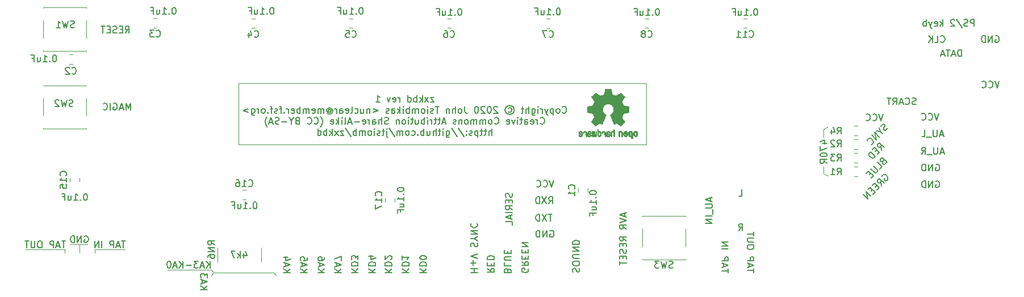
<source format=gbr>
G04 #@! TF.GenerationSoftware,KiCad,Pcbnew,5.1.5+dfsg1-2*
G04 #@! TF.CreationDate,2020-02-18T22:18:07+02:00*
G04 #@! TF.ProjectId,zxkbd,7a786b62-642e-46b6-9963-61645f706362,rev?*
G04 #@! TF.SameCoordinates,Original*
G04 #@! TF.FileFunction,Legend,Bot*
G04 #@! TF.FilePolarity,Positive*
%FSLAX46Y46*%
G04 Gerber Fmt 4.6, Leading zero omitted, Abs format (unit mm)*
G04 Created by KiCad (PCBNEW 5.1.5+dfsg1-2) date 2020-02-18 22:18:07*
%MOMM*%
%LPD*%
G04 APERTURE LIST*
%ADD10C,0.120000*%
%ADD11C,0.150000*%
%ADD12C,0.010000*%
G04 APERTURE END LIST*
D10*
X111000000Y-125100000D02*
X111000000Y-116000000D01*
X171800000Y-125100000D02*
X111000000Y-125100000D01*
X171800000Y-116000000D02*
X171800000Y-125100000D01*
X111000000Y-116000000D02*
X171800000Y-116000000D01*
D11*
X168566666Y-135390476D02*
X168566666Y-135866666D01*
X168852380Y-135295238D02*
X167852380Y-135628571D01*
X168852380Y-135961904D01*
X167852380Y-136152380D02*
X168852380Y-136485714D01*
X167852380Y-136819047D01*
X168852380Y-137723809D02*
X168376190Y-137390476D01*
X168852380Y-137152380D02*
X167852380Y-137152380D01*
X167852380Y-137533333D01*
X167900000Y-137628571D01*
X167947619Y-137676190D01*
X168042857Y-137723809D01*
X168185714Y-137723809D01*
X168280952Y-137676190D01*
X168328571Y-137628571D01*
X168376190Y-137533333D01*
X168376190Y-137152380D01*
X168852380Y-139485714D02*
X168376190Y-139152380D01*
X168852380Y-138914285D02*
X167852380Y-138914285D01*
X167852380Y-139295238D01*
X167900000Y-139390476D01*
X167947619Y-139438095D01*
X168042857Y-139485714D01*
X168185714Y-139485714D01*
X168280952Y-139438095D01*
X168328571Y-139390476D01*
X168376190Y-139295238D01*
X168376190Y-138914285D01*
X168328571Y-139914285D02*
X168328571Y-140247619D01*
X168852380Y-140390476D02*
X168852380Y-139914285D01*
X167852380Y-139914285D01*
X167852380Y-140390476D01*
X168804761Y-140771428D02*
X168852380Y-140914285D01*
X168852380Y-141152380D01*
X168804761Y-141247619D01*
X168757142Y-141295238D01*
X168661904Y-141342857D01*
X168566666Y-141342857D01*
X168471428Y-141295238D01*
X168423809Y-141247619D01*
X168376190Y-141152380D01*
X168328571Y-140961904D01*
X168280952Y-140866666D01*
X168233333Y-140819047D01*
X168138095Y-140771428D01*
X168042857Y-140771428D01*
X167947619Y-140819047D01*
X167900000Y-140866666D01*
X167852380Y-140961904D01*
X167852380Y-141200000D01*
X167900000Y-141342857D01*
X168328571Y-141771428D02*
X168328571Y-142104761D01*
X168852380Y-142247619D02*
X168852380Y-141771428D01*
X167852380Y-141771428D01*
X167852380Y-142247619D01*
X167852380Y-142533333D02*
X167852380Y-143104761D01*
X168852380Y-142819047D02*
X167852380Y-142819047D01*
X151804761Y-132390476D02*
X151852380Y-132533333D01*
X151852380Y-132771428D01*
X151804761Y-132866666D01*
X151757142Y-132914285D01*
X151661904Y-132961904D01*
X151566666Y-132961904D01*
X151471428Y-132914285D01*
X151423809Y-132866666D01*
X151376190Y-132771428D01*
X151328571Y-132580952D01*
X151280952Y-132485714D01*
X151233333Y-132438095D01*
X151138095Y-132390476D01*
X151042857Y-132390476D01*
X150947619Y-132438095D01*
X150900000Y-132485714D01*
X150852380Y-132580952D01*
X150852380Y-132819047D01*
X150900000Y-132961904D01*
X151328571Y-133390476D02*
X151328571Y-133723809D01*
X151852380Y-133866666D02*
X151852380Y-133390476D01*
X150852380Y-133390476D01*
X150852380Y-133866666D01*
X151852380Y-134866666D02*
X151376190Y-134533333D01*
X151852380Y-134295238D02*
X150852380Y-134295238D01*
X150852380Y-134676190D01*
X150900000Y-134771428D01*
X150947619Y-134819047D01*
X151042857Y-134866666D01*
X151185714Y-134866666D01*
X151280952Y-134819047D01*
X151328571Y-134771428D01*
X151376190Y-134676190D01*
X151376190Y-134295238D01*
X151852380Y-135295238D02*
X150852380Y-135295238D01*
X151566666Y-135723809D02*
X151566666Y-136200000D01*
X151852380Y-135628571D02*
X150852380Y-135961904D01*
X151852380Y-136295238D01*
X151852380Y-137104761D02*
X151852380Y-136628571D01*
X150852380Y-136628571D01*
X158033333Y-130452380D02*
X157700000Y-131452380D01*
X157366666Y-130452380D01*
X156461904Y-131357142D02*
X156509523Y-131404761D01*
X156652380Y-131452380D01*
X156747619Y-131452380D01*
X156890476Y-131404761D01*
X156985714Y-131309523D01*
X157033333Y-131214285D01*
X157080952Y-131023809D01*
X157080952Y-130880952D01*
X157033333Y-130690476D01*
X156985714Y-130595238D01*
X156890476Y-130500000D01*
X156747619Y-130452380D01*
X156652380Y-130452380D01*
X156509523Y-130500000D01*
X156461904Y-130547619D01*
X155461904Y-131357142D02*
X155509523Y-131404761D01*
X155652380Y-131452380D01*
X155747619Y-131452380D01*
X155890476Y-131404761D01*
X155985714Y-131309523D01*
X156033333Y-131214285D01*
X156080952Y-131023809D01*
X156080952Y-130880952D01*
X156033333Y-130690476D01*
X155985714Y-130595238D01*
X155890476Y-130500000D01*
X155747619Y-130452380D01*
X155652380Y-130452380D01*
X155509523Y-130500000D01*
X155461904Y-130547619D01*
X157461904Y-138000000D02*
X157557142Y-137952380D01*
X157700000Y-137952380D01*
X157842857Y-138000000D01*
X157938095Y-138095238D01*
X157985714Y-138190476D01*
X158033333Y-138380952D01*
X158033333Y-138523809D01*
X157985714Y-138714285D01*
X157938095Y-138809523D01*
X157842857Y-138904761D01*
X157700000Y-138952380D01*
X157604761Y-138952380D01*
X157461904Y-138904761D01*
X157414285Y-138857142D01*
X157414285Y-138523809D01*
X157604761Y-138523809D01*
X156985714Y-138952380D02*
X156985714Y-137952380D01*
X156414285Y-138952380D01*
X156414285Y-137952380D01*
X155938095Y-138952380D02*
X155938095Y-137952380D01*
X155700000Y-137952380D01*
X155557142Y-138000000D01*
X155461904Y-138095238D01*
X155414285Y-138190476D01*
X155366666Y-138380952D01*
X155366666Y-138523809D01*
X155414285Y-138714285D01*
X155461904Y-138809523D01*
X155557142Y-138904761D01*
X155700000Y-138952380D01*
X155938095Y-138952380D01*
X157761904Y-135552380D02*
X157190476Y-135552380D01*
X157476190Y-136552380D02*
X157476190Y-135552380D01*
X156952380Y-135552380D02*
X156285714Y-136552380D01*
X156285714Y-135552380D02*
X156952380Y-136552380D01*
X155904761Y-136552380D02*
X155904761Y-135552380D01*
X155666666Y-135552380D01*
X155523809Y-135600000D01*
X155428571Y-135695238D01*
X155380952Y-135790476D01*
X155333333Y-135980952D01*
X155333333Y-136123809D01*
X155380952Y-136314285D01*
X155428571Y-136409523D01*
X155523809Y-136504761D01*
X155666666Y-136552380D01*
X155904761Y-136552380D01*
X157266666Y-133952380D02*
X157600000Y-133476190D01*
X157838095Y-133952380D02*
X157838095Y-132952380D01*
X157457142Y-132952380D01*
X157361904Y-133000000D01*
X157314285Y-133047619D01*
X157266666Y-133142857D01*
X157266666Y-133285714D01*
X157314285Y-133380952D01*
X157361904Y-133428571D01*
X157457142Y-133476190D01*
X157838095Y-133476190D01*
X156933333Y-132952380D02*
X156266666Y-133952380D01*
X156266666Y-132952380D02*
X156933333Y-133952380D01*
X155885714Y-133952380D02*
X155885714Y-132952380D01*
X155647619Y-132952380D01*
X155504761Y-133000000D01*
X155409523Y-133095238D01*
X155361904Y-133190476D01*
X155314285Y-133380952D01*
X155314285Y-133523809D01*
X155361904Y-133714285D01*
X155409523Y-133809523D01*
X155504761Y-133904761D01*
X155647619Y-133952380D01*
X155885714Y-133952380D01*
X185590476Y-137952380D02*
X185923809Y-137476190D01*
X186161904Y-137952380D02*
X186161904Y-136952380D01*
X185780952Y-136952380D01*
X185685714Y-137000000D01*
X185638095Y-137047619D01*
X185590476Y-137142857D01*
X185590476Y-137285714D01*
X185638095Y-137380952D01*
X185685714Y-137428571D01*
X185780952Y-137476190D01*
X186161904Y-137476190D01*
X185590476Y-132852380D02*
X186066666Y-132852380D01*
X186066666Y-131852380D01*
X181366666Y-133095238D02*
X181366666Y-133571428D01*
X181652380Y-133000000D02*
X180652380Y-133333333D01*
X181652380Y-133666666D01*
X180652380Y-134000000D02*
X181461904Y-134000000D01*
X181557142Y-134047619D01*
X181604761Y-134095238D01*
X181652380Y-134190476D01*
X181652380Y-134380952D01*
X181604761Y-134476190D01*
X181557142Y-134523809D01*
X181461904Y-134571428D01*
X180652380Y-134571428D01*
X181747619Y-134809523D02*
X181747619Y-135571428D01*
X181652380Y-135809523D02*
X180652380Y-135809523D01*
X181652380Y-136285714D02*
X180652380Y-136285714D01*
X181652380Y-136857142D01*
X180652380Y-136857142D01*
X211995238Y-119104761D02*
X211852380Y-119152380D01*
X211614285Y-119152380D01*
X211519047Y-119104761D01*
X211471428Y-119057142D01*
X211423809Y-118961904D01*
X211423809Y-118866666D01*
X211471428Y-118771428D01*
X211519047Y-118723809D01*
X211614285Y-118676190D01*
X211804761Y-118628571D01*
X211900000Y-118580952D01*
X211947619Y-118533333D01*
X211995238Y-118438095D01*
X211995238Y-118342857D01*
X211947619Y-118247619D01*
X211900000Y-118200000D01*
X211804761Y-118152380D01*
X211566666Y-118152380D01*
X211423809Y-118200000D01*
X210423809Y-119057142D02*
X210471428Y-119104761D01*
X210614285Y-119152380D01*
X210709523Y-119152380D01*
X210852380Y-119104761D01*
X210947619Y-119009523D01*
X210995238Y-118914285D01*
X211042857Y-118723809D01*
X211042857Y-118580952D01*
X210995238Y-118390476D01*
X210947619Y-118295238D01*
X210852380Y-118200000D01*
X210709523Y-118152380D01*
X210614285Y-118152380D01*
X210471428Y-118200000D01*
X210423809Y-118247619D01*
X210042857Y-118866666D02*
X209566666Y-118866666D01*
X210138095Y-119152380D02*
X209804761Y-118152380D01*
X209471428Y-119152380D01*
X208566666Y-119152380D02*
X208900000Y-118676190D01*
X209138095Y-119152380D02*
X209138095Y-118152380D01*
X208757142Y-118152380D01*
X208661904Y-118200000D01*
X208614285Y-118247619D01*
X208566666Y-118342857D01*
X208566666Y-118485714D01*
X208614285Y-118580952D01*
X208661904Y-118628571D01*
X208757142Y-118676190D01*
X209138095Y-118676190D01*
X208280952Y-118152380D02*
X207709523Y-118152380D01*
X207995238Y-119152380D02*
X207995238Y-118152380D01*
X220685714Y-107452380D02*
X220685714Y-106452380D01*
X220304761Y-106452380D01*
X220209523Y-106500000D01*
X220161904Y-106547619D01*
X220114285Y-106642857D01*
X220114285Y-106785714D01*
X220161904Y-106880952D01*
X220209523Y-106928571D01*
X220304761Y-106976190D01*
X220685714Y-106976190D01*
X219733333Y-107404761D02*
X219590476Y-107452380D01*
X219352380Y-107452380D01*
X219257142Y-107404761D01*
X219209523Y-107357142D01*
X219161904Y-107261904D01*
X219161904Y-107166666D01*
X219209523Y-107071428D01*
X219257142Y-107023809D01*
X219352380Y-106976190D01*
X219542857Y-106928571D01*
X219638095Y-106880952D01*
X219685714Y-106833333D01*
X219733333Y-106738095D01*
X219733333Y-106642857D01*
X219685714Y-106547619D01*
X219638095Y-106500000D01*
X219542857Y-106452380D01*
X219304761Y-106452380D01*
X219161904Y-106500000D01*
X218019047Y-106404761D02*
X218876190Y-107690476D01*
X217733333Y-106547619D02*
X217685714Y-106500000D01*
X217590476Y-106452380D01*
X217352380Y-106452380D01*
X217257142Y-106500000D01*
X217209523Y-106547619D01*
X217161904Y-106642857D01*
X217161904Y-106738095D01*
X217209523Y-106880952D01*
X217780952Y-107452380D01*
X217161904Y-107452380D01*
X215971428Y-107452380D02*
X215971428Y-106452380D01*
X215876190Y-107071428D02*
X215590476Y-107452380D01*
X215590476Y-106785714D02*
X215971428Y-107166666D01*
X214780952Y-107404761D02*
X214876190Y-107452380D01*
X215066666Y-107452380D01*
X215161904Y-107404761D01*
X215209523Y-107309523D01*
X215209523Y-106928571D01*
X215161904Y-106833333D01*
X215066666Y-106785714D01*
X214876190Y-106785714D01*
X214780952Y-106833333D01*
X214733333Y-106928571D01*
X214733333Y-107023809D01*
X215209523Y-107119047D01*
X214400000Y-106785714D02*
X214161904Y-107452380D01*
X213923809Y-106785714D02*
X214161904Y-107452380D01*
X214257142Y-107690476D01*
X214304761Y-107738095D01*
X214400000Y-107785714D01*
X213542857Y-107452380D02*
X213542857Y-106452380D01*
X213542857Y-106833333D02*
X213447619Y-106785714D01*
X213257142Y-106785714D01*
X213161904Y-106833333D01*
X213114285Y-106880952D01*
X213066666Y-106976190D01*
X213066666Y-107261904D01*
X213114285Y-107357142D01*
X213161904Y-107404761D01*
X213257142Y-107452380D01*
X213447619Y-107452380D01*
X213542857Y-107404761D01*
X224433333Y-115652380D02*
X224100000Y-116652380D01*
X223766666Y-115652380D01*
X222861904Y-116557142D02*
X222909523Y-116604761D01*
X223052380Y-116652380D01*
X223147619Y-116652380D01*
X223290476Y-116604761D01*
X223385714Y-116509523D01*
X223433333Y-116414285D01*
X223480952Y-116223809D01*
X223480952Y-116080952D01*
X223433333Y-115890476D01*
X223385714Y-115795238D01*
X223290476Y-115700000D01*
X223147619Y-115652380D01*
X223052380Y-115652380D01*
X222909523Y-115700000D01*
X222861904Y-115747619D01*
X221861904Y-116557142D02*
X221909523Y-116604761D01*
X222052380Y-116652380D01*
X222147619Y-116652380D01*
X222290476Y-116604761D01*
X222385714Y-116509523D01*
X222433333Y-116414285D01*
X222480952Y-116223809D01*
X222480952Y-116080952D01*
X222433333Y-115890476D01*
X222385714Y-115795238D01*
X222290476Y-115700000D01*
X222147619Y-115652380D01*
X222052380Y-115652380D01*
X221909523Y-115700000D01*
X221861904Y-115747619D01*
X223861904Y-108900000D02*
X223957142Y-108852380D01*
X224100000Y-108852380D01*
X224242857Y-108900000D01*
X224338095Y-108995238D01*
X224385714Y-109090476D01*
X224433333Y-109280952D01*
X224433333Y-109423809D01*
X224385714Y-109614285D01*
X224338095Y-109709523D01*
X224242857Y-109804761D01*
X224100000Y-109852380D01*
X224004761Y-109852380D01*
X223861904Y-109804761D01*
X223814285Y-109757142D01*
X223814285Y-109423809D01*
X224004761Y-109423809D01*
X223385714Y-109852380D02*
X223385714Y-108852380D01*
X222814285Y-109852380D01*
X222814285Y-108852380D01*
X222338095Y-109852380D02*
X222338095Y-108852380D01*
X222100000Y-108852380D01*
X221957142Y-108900000D01*
X221861904Y-108995238D01*
X221814285Y-109090476D01*
X221766666Y-109280952D01*
X221766666Y-109423809D01*
X221814285Y-109614285D01*
X221861904Y-109709523D01*
X221957142Y-109804761D01*
X222100000Y-109852380D01*
X222338095Y-109852380D01*
X215695238Y-109757142D02*
X215742857Y-109804761D01*
X215885714Y-109852380D01*
X215980952Y-109852380D01*
X216123809Y-109804761D01*
X216219047Y-109709523D01*
X216266666Y-109614285D01*
X216314285Y-109423809D01*
X216314285Y-109280952D01*
X216266666Y-109090476D01*
X216219047Y-108995238D01*
X216123809Y-108900000D01*
X215980952Y-108852380D01*
X215885714Y-108852380D01*
X215742857Y-108900000D01*
X215695238Y-108947619D01*
X214790476Y-109852380D02*
X215266666Y-109852380D01*
X215266666Y-108852380D01*
X214457142Y-109852380D02*
X214457142Y-108852380D01*
X213885714Y-109852380D02*
X214314285Y-109280952D01*
X213885714Y-108852380D02*
X214457142Y-109423809D01*
X218800000Y-111952380D02*
X218800000Y-110952380D01*
X218561904Y-110952380D01*
X218419047Y-111000000D01*
X218323809Y-111095238D01*
X218276190Y-111190476D01*
X218228571Y-111380952D01*
X218228571Y-111523809D01*
X218276190Y-111714285D01*
X218323809Y-111809523D01*
X218419047Y-111904761D01*
X218561904Y-111952380D01*
X218800000Y-111952380D01*
X217847619Y-111666666D02*
X217371428Y-111666666D01*
X217942857Y-111952380D02*
X217609523Y-110952380D01*
X217276190Y-111952380D01*
X217085714Y-110952380D02*
X216514285Y-110952380D01*
X216800000Y-111952380D02*
X216800000Y-110952380D01*
X216228571Y-111666666D02*
X215752380Y-111666666D01*
X216323809Y-111952380D02*
X215990476Y-110952380D01*
X215657142Y-111952380D01*
X214961904Y-130600000D02*
X215057142Y-130552380D01*
X215200000Y-130552380D01*
X215342857Y-130600000D01*
X215438095Y-130695238D01*
X215485714Y-130790476D01*
X215533333Y-130980952D01*
X215533333Y-131123809D01*
X215485714Y-131314285D01*
X215438095Y-131409523D01*
X215342857Y-131504761D01*
X215200000Y-131552380D01*
X215104761Y-131552380D01*
X214961904Y-131504761D01*
X214914285Y-131457142D01*
X214914285Y-131123809D01*
X215104761Y-131123809D01*
X214485714Y-131552380D02*
X214485714Y-130552380D01*
X213914285Y-131552380D01*
X213914285Y-130552380D01*
X213438095Y-131552380D02*
X213438095Y-130552380D01*
X213200000Y-130552380D01*
X213057142Y-130600000D01*
X212961904Y-130695238D01*
X212914285Y-130790476D01*
X212866666Y-130980952D01*
X212866666Y-131123809D01*
X212914285Y-131314285D01*
X212961904Y-131409523D01*
X213057142Y-131504761D01*
X213200000Y-131552380D01*
X213438095Y-131552380D01*
X214961904Y-128100000D02*
X215057142Y-128052380D01*
X215200000Y-128052380D01*
X215342857Y-128100000D01*
X215438095Y-128195238D01*
X215485714Y-128290476D01*
X215533333Y-128480952D01*
X215533333Y-128623809D01*
X215485714Y-128814285D01*
X215438095Y-128909523D01*
X215342857Y-129004761D01*
X215200000Y-129052380D01*
X215104761Y-129052380D01*
X214961904Y-129004761D01*
X214914285Y-128957142D01*
X214914285Y-128623809D01*
X215104761Y-128623809D01*
X214485714Y-129052380D02*
X214485714Y-128052380D01*
X213914285Y-129052380D01*
X213914285Y-128052380D01*
X213438095Y-129052380D02*
X213438095Y-128052380D01*
X213200000Y-128052380D01*
X213057142Y-128100000D01*
X212961904Y-128195238D01*
X212914285Y-128290476D01*
X212866666Y-128480952D01*
X212866666Y-128623809D01*
X212914285Y-128814285D01*
X212961904Y-128909523D01*
X213057142Y-129004761D01*
X213200000Y-129052380D01*
X213438095Y-129052380D01*
X216142857Y-126266666D02*
X215666666Y-126266666D01*
X216238095Y-126552380D02*
X215904761Y-125552380D01*
X215571428Y-126552380D01*
X215238095Y-125552380D02*
X215238095Y-126361904D01*
X215190476Y-126457142D01*
X215142857Y-126504761D01*
X215047619Y-126552380D01*
X214857142Y-126552380D01*
X214761904Y-126504761D01*
X214714285Y-126457142D01*
X214666666Y-126361904D01*
X214666666Y-125552380D01*
X214428571Y-126647619D02*
X213666666Y-126647619D01*
X212857142Y-126552380D02*
X213190476Y-126076190D01*
X213428571Y-126552380D02*
X213428571Y-125552380D01*
X213047619Y-125552380D01*
X212952380Y-125600000D01*
X212904761Y-125647619D01*
X212857142Y-125742857D01*
X212857142Y-125885714D01*
X212904761Y-125980952D01*
X212952380Y-126028571D01*
X213047619Y-126076190D01*
X213428571Y-126076190D01*
X216047619Y-123666666D02*
X215571428Y-123666666D01*
X216142857Y-123952380D02*
X215809523Y-122952380D01*
X215476190Y-123952380D01*
X215142857Y-122952380D02*
X215142857Y-123761904D01*
X215095238Y-123857142D01*
X215047619Y-123904761D01*
X214952380Y-123952380D01*
X214761904Y-123952380D01*
X214666666Y-123904761D01*
X214619047Y-123857142D01*
X214571428Y-123761904D01*
X214571428Y-122952380D01*
X214333333Y-124047619D02*
X213571428Y-124047619D01*
X212857142Y-123952380D02*
X213333333Y-123952380D01*
X213333333Y-122952380D01*
D10*
X198200000Y-129400000D02*
X198800000Y-129800000D01*
X198200000Y-128400000D02*
X198200000Y-129400000D01*
X198200000Y-122800000D02*
X198800000Y-122500000D01*
X198200000Y-124000000D02*
X198200000Y-122800000D01*
D11*
X207133333Y-120552380D02*
X206800000Y-121552380D01*
X206466666Y-120552380D01*
X205561904Y-121457142D02*
X205609523Y-121504761D01*
X205752380Y-121552380D01*
X205847619Y-121552380D01*
X205990476Y-121504761D01*
X206085714Y-121409523D01*
X206133333Y-121314285D01*
X206180952Y-121123809D01*
X206180952Y-120980952D01*
X206133333Y-120790476D01*
X206085714Y-120695238D01*
X205990476Y-120600000D01*
X205847619Y-120552380D01*
X205752380Y-120552380D01*
X205609523Y-120600000D01*
X205561904Y-120647619D01*
X204561904Y-121457142D02*
X204609523Y-121504761D01*
X204752380Y-121552380D01*
X204847619Y-121552380D01*
X204990476Y-121504761D01*
X205085714Y-121409523D01*
X205133333Y-121314285D01*
X205180952Y-121123809D01*
X205180952Y-120980952D01*
X205133333Y-120790476D01*
X205085714Y-120695238D01*
X204990476Y-120600000D01*
X204847619Y-120552380D01*
X204752380Y-120552380D01*
X204609523Y-120600000D01*
X204561904Y-120647619D01*
X206924957Y-129867935D02*
X206958629Y-129766920D01*
X207059644Y-129665904D01*
X207194331Y-129598561D01*
X207329018Y-129598561D01*
X207430034Y-129632233D01*
X207598392Y-129733248D01*
X207699408Y-129834263D01*
X207800423Y-130002622D01*
X207834095Y-130103637D01*
X207834095Y-130238324D01*
X207766751Y-130373011D01*
X207699408Y-130440355D01*
X207564721Y-130507698D01*
X207497377Y-130507698D01*
X207261675Y-130271996D01*
X207396362Y-130137309D01*
X206857614Y-131282148D02*
X206756599Y-130709729D01*
X207261675Y-130878087D02*
X206554568Y-130170981D01*
X206285194Y-130440355D01*
X206251522Y-130541370D01*
X206251522Y-130608713D01*
X206285194Y-130709729D01*
X206386209Y-130810744D01*
X206487225Y-130844416D01*
X206554568Y-130844416D01*
X206655583Y-130810744D01*
X206924957Y-130541370D01*
X206184179Y-131214805D02*
X205948477Y-131450507D01*
X206217851Y-131921912D02*
X206554568Y-131585194D01*
X205847461Y-130878087D01*
X205510744Y-131214805D01*
X205544416Y-131854568D02*
X205308713Y-132090270D01*
X205578087Y-132561675D02*
X205914805Y-132224957D01*
X205207698Y-131517851D01*
X204870981Y-131854568D01*
X205275042Y-132864721D02*
X204567935Y-132157614D01*
X204870981Y-133268782D01*
X204163874Y-132561675D01*
X207075465Y-127623519D02*
X207008122Y-127758206D01*
X207008122Y-127825549D01*
X207041793Y-127926564D01*
X207142809Y-128027580D01*
X207243824Y-128061251D01*
X207311167Y-128061251D01*
X207412183Y-128027580D01*
X207681557Y-127758206D01*
X206974450Y-127051099D01*
X206738748Y-127286801D01*
X206705076Y-127387816D01*
X206705076Y-127455160D01*
X206738748Y-127556175D01*
X206806091Y-127623519D01*
X206907106Y-127657190D01*
X206974450Y-127657190D01*
X207075465Y-127623519D01*
X207311167Y-127387816D01*
X206637732Y-128802030D02*
X206974450Y-128465312D01*
X206267343Y-127758206D01*
X205694923Y-128330625D02*
X206267343Y-128903045D01*
X206301015Y-129004061D01*
X206301015Y-129071404D01*
X206267343Y-129172419D01*
X206132656Y-129307106D01*
X206031641Y-129340778D01*
X205964297Y-129340778D01*
X205863282Y-129307106D01*
X205290862Y-128734687D01*
X205290862Y-129408122D02*
X205055160Y-129643824D01*
X205324534Y-130115228D02*
X205661251Y-129778511D01*
X204954145Y-129071404D01*
X204617427Y-129408122D01*
X206874450Y-125965312D02*
X206773435Y-125392893D01*
X207278511Y-125561251D02*
X206571404Y-124854145D01*
X206302030Y-125123519D01*
X206268358Y-125224534D01*
X206268358Y-125291877D01*
X206302030Y-125392893D01*
X206403045Y-125493908D01*
X206504061Y-125527580D01*
X206571404Y-125527580D01*
X206672419Y-125493908D01*
X206941793Y-125224534D01*
X206201015Y-125897969D02*
X205965312Y-126133671D01*
X206234687Y-126605076D02*
X206571404Y-126268358D01*
X205864297Y-125561251D01*
X205527580Y-125897969D01*
X205931641Y-126908122D02*
X205224534Y-126201015D01*
X205056175Y-126369374D01*
X204988832Y-126504061D01*
X204988832Y-126638748D01*
X205022503Y-126739763D01*
X205123519Y-126908122D01*
X205224534Y-127009137D01*
X205392893Y-127110152D01*
X205493908Y-127143824D01*
X205628595Y-127143824D01*
X205763282Y-127076480D01*
X205931641Y-126908122D01*
X207815228Y-122657190D02*
X207747885Y-122791877D01*
X207579526Y-122960236D01*
X207478511Y-122993908D01*
X207411167Y-122993908D01*
X207310152Y-122960236D01*
X207242809Y-122892893D01*
X207209137Y-122791877D01*
X207209137Y-122724534D01*
X207242809Y-122623519D01*
X207343824Y-122455160D01*
X207377496Y-122354145D01*
X207377496Y-122286801D01*
X207343824Y-122185786D01*
X207276480Y-122118442D01*
X207175465Y-122084771D01*
X207108122Y-122084771D01*
X207007106Y-122118442D01*
X206838748Y-122286801D01*
X206771404Y-122421488D01*
X206670389Y-123195938D02*
X207007106Y-123532656D01*
X206535702Y-122589847D02*
X206670389Y-123195938D01*
X206064297Y-123061251D01*
X206535702Y-124004061D02*
X205828595Y-123296954D01*
X206131641Y-124408122D01*
X205424534Y-123701015D01*
X205323519Y-125081557D02*
X205390862Y-125081557D01*
X205525549Y-125014213D01*
X205592893Y-124946870D01*
X205660236Y-124812183D01*
X205660236Y-124677496D01*
X205626564Y-124576480D01*
X205525549Y-124408122D01*
X205424534Y-124307106D01*
X205256175Y-124206091D01*
X205155160Y-124172419D01*
X205020473Y-124172419D01*
X204885786Y-124239763D01*
X204818442Y-124307106D01*
X204751099Y-124441793D01*
X204751099Y-124509137D01*
X215433333Y-120452380D02*
X215100000Y-121452380D01*
X214766666Y-120452380D01*
X213861904Y-121357142D02*
X213909523Y-121404761D01*
X214052380Y-121452380D01*
X214147619Y-121452380D01*
X214290476Y-121404761D01*
X214385714Y-121309523D01*
X214433333Y-121214285D01*
X214480952Y-121023809D01*
X214480952Y-120880952D01*
X214433333Y-120690476D01*
X214385714Y-120595238D01*
X214290476Y-120500000D01*
X214147619Y-120452380D01*
X214052380Y-120452380D01*
X213909523Y-120500000D01*
X213861904Y-120547619D01*
X212861904Y-121357142D02*
X212909523Y-121404761D01*
X213052380Y-121452380D01*
X213147619Y-121452380D01*
X213290476Y-121404761D01*
X213385714Y-121309523D01*
X213433333Y-121214285D01*
X213480952Y-121023809D01*
X213480952Y-120880952D01*
X213433333Y-120690476D01*
X213385714Y-120595238D01*
X213290476Y-120500000D01*
X213147619Y-120452380D01*
X213052380Y-120452380D01*
X212909523Y-120500000D01*
X212861904Y-120547619D01*
X94900000Y-119952380D02*
X94900000Y-118952380D01*
X94566666Y-119666666D01*
X94233333Y-118952380D01*
X94233333Y-119952380D01*
X93804761Y-119666666D02*
X93328571Y-119666666D01*
X93900000Y-119952380D02*
X93566666Y-118952380D01*
X93233333Y-119952380D01*
X92376190Y-119000000D02*
X92471428Y-118952380D01*
X92614285Y-118952380D01*
X92757142Y-119000000D01*
X92852380Y-119095238D01*
X92900000Y-119190476D01*
X92947619Y-119380952D01*
X92947619Y-119523809D01*
X92900000Y-119714285D01*
X92852380Y-119809523D01*
X92757142Y-119904761D01*
X92614285Y-119952380D01*
X92519047Y-119952380D01*
X92376190Y-119904761D01*
X92328571Y-119857142D01*
X92328571Y-119523809D01*
X92519047Y-119523809D01*
X91900000Y-119952380D02*
X91900000Y-118952380D01*
X90852380Y-119857142D02*
X90900000Y-119904761D01*
X91042857Y-119952380D01*
X91138095Y-119952380D01*
X91280952Y-119904761D01*
X91376190Y-119809523D01*
X91423809Y-119714285D01*
X91471428Y-119523809D01*
X91471428Y-119380952D01*
X91423809Y-119190476D01*
X91376190Y-119095238D01*
X91280952Y-119000000D01*
X91138095Y-118952380D01*
X91042857Y-118952380D01*
X90900000Y-119000000D01*
X90852380Y-119047619D01*
X94152380Y-108452380D02*
X94485714Y-107976190D01*
X94723809Y-108452380D02*
X94723809Y-107452380D01*
X94342857Y-107452380D01*
X94247619Y-107500000D01*
X94200000Y-107547619D01*
X94152380Y-107642857D01*
X94152380Y-107785714D01*
X94200000Y-107880952D01*
X94247619Y-107928571D01*
X94342857Y-107976190D01*
X94723809Y-107976190D01*
X93723809Y-107928571D02*
X93390476Y-107928571D01*
X93247619Y-108452380D02*
X93723809Y-108452380D01*
X93723809Y-107452380D01*
X93247619Y-107452380D01*
X92866666Y-108404761D02*
X92723809Y-108452380D01*
X92485714Y-108452380D01*
X92390476Y-108404761D01*
X92342857Y-108357142D01*
X92295238Y-108261904D01*
X92295238Y-108166666D01*
X92342857Y-108071428D01*
X92390476Y-108023809D01*
X92485714Y-107976190D01*
X92676190Y-107928571D01*
X92771428Y-107880952D01*
X92819047Y-107833333D01*
X92866666Y-107738095D01*
X92866666Y-107642857D01*
X92819047Y-107547619D01*
X92771428Y-107500000D01*
X92676190Y-107452380D01*
X92438095Y-107452380D01*
X92295238Y-107500000D01*
X91866666Y-107928571D02*
X91533333Y-107928571D01*
X91390476Y-108452380D02*
X91866666Y-108452380D01*
X91866666Y-107452380D01*
X91390476Y-107452380D01*
X91104761Y-107452380D02*
X90533333Y-107452380D01*
X90819047Y-108452380D02*
X90819047Y-107452380D01*
D10*
X87300000Y-140000000D02*
X87300000Y-141300000D01*
X86000000Y-140000000D02*
X88500000Y-140000000D01*
X85100000Y-140800000D02*
X85100000Y-141300000D01*
X79300000Y-140800000D02*
X85100000Y-140800000D01*
X89600000Y-140800000D02*
X89600000Y-141300000D01*
X94100000Y-140800000D02*
X89600000Y-140800000D01*
D11*
X88061904Y-138800000D02*
X88157142Y-138752380D01*
X88300000Y-138752380D01*
X88442857Y-138800000D01*
X88538095Y-138895238D01*
X88585714Y-138990476D01*
X88633333Y-139180952D01*
X88633333Y-139323809D01*
X88585714Y-139514285D01*
X88538095Y-139609523D01*
X88442857Y-139704761D01*
X88300000Y-139752380D01*
X88204761Y-139752380D01*
X88061904Y-139704761D01*
X88014285Y-139657142D01*
X88014285Y-139323809D01*
X88204761Y-139323809D01*
X87585714Y-139752380D02*
X87585714Y-138752380D01*
X87014285Y-139752380D01*
X87014285Y-138752380D01*
X86538095Y-139752380D02*
X86538095Y-138752380D01*
X86300000Y-138752380D01*
X86157142Y-138800000D01*
X86061904Y-138895238D01*
X86014285Y-138990476D01*
X85966666Y-139180952D01*
X85966666Y-139323809D01*
X86014285Y-139514285D01*
X86061904Y-139609523D01*
X86157142Y-139704761D01*
X86300000Y-139752380D01*
X86538095Y-139752380D01*
X85223809Y-139552380D02*
X84652380Y-139552380D01*
X84938095Y-140552380D02*
X84938095Y-139552380D01*
X84366666Y-140266666D02*
X83890476Y-140266666D01*
X84461904Y-140552380D02*
X84128571Y-139552380D01*
X83795238Y-140552380D01*
X83461904Y-140552380D02*
X83461904Y-139552380D01*
X83080952Y-139552380D01*
X82985714Y-139600000D01*
X82938095Y-139647619D01*
X82890476Y-139742857D01*
X82890476Y-139885714D01*
X82938095Y-139980952D01*
X82985714Y-140028571D01*
X83080952Y-140076190D01*
X83461904Y-140076190D01*
X81509523Y-139552380D02*
X81319047Y-139552380D01*
X81223809Y-139600000D01*
X81128571Y-139695238D01*
X81080952Y-139885714D01*
X81080952Y-140219047D01*
X81128571Y-140409523D01*
X81223809Y-140504761D01*
X81319047Y-140552380D01*
X81509523Y-140552380D01*
X81604761Y-140504761D01*
X81700000Y-140409523D01*
X81747619Y-140219047D01*
X81747619Y-139885714D01*
X81700000Y-139695238D01*
X81604761Y-139600000D01*
X81509523Y-139552380D01*
X80652380Y-139552380D02*
X80652380Y-140361904D01*
X80604761Y-140457142D01*
X80557142Y-140504761D01*
X80461904Y-140552380D01*
X80271428Y-140552380D01*
X80176190Y-140504761D01*
X80128571Y-140457142D01*
X80080952Y-140361904D01*
X80080952Y-139552380D01*
X79747619Y-139552380D02*
X79176190Y-139552380D01*
X79461904Y-140552380D02*
X79461904Y-139552380D01*
X94157142Y-139552380D02*
X93585714Y-139552380D01*
X93871428Y-140552380D02*
X93871428Y-139552380D01*
X93300000Y-140266666D02*
X92823809Y-140266666D01*
X93395238Y-140552380D02*
X93061904Y-139552380D01*
X92728571Y-140552380D01*
X92395238Y-140552380D02*
X92395238Y-139552380D01*
X92014285Y-139552380D01*
X91919047Y-139600000D01*
X91871428Y-139647619D01*
X91823809Y-139742857D01*
X91823809Y-139885714D01*
X91871428Y-139980952D01*
X91919047Y-140028571D01*
X92014285Y-140076190D01*
X92395238Y-140076190D01*
X90633333Y-140552380D02*
X90633333Y-139552380D01*
X90157142Y-140552380D02*
X90157142Y-139552380D01*
X89585714Y-140552380D01*
X89585714Y-139552380D01*
X187847619Y-144223809D02*
X187847619Y-143652380D01*
X186847619Y-143938095D02*
X187847619Y-143938095D01*
X187133333Y-143366666D02*
X187133333Y-142890476D01*
X186847619Y-143461904D02*
X187847619Y-143128571D01*
X186847619Y-142795238D01*
X186847619Y-142461904D02*
X187847619Y-142461904D01*
X187847619Y-142080952D01*
X187800000Y-141985714D01*
X187752380Y-141938095D01*
X187657142Y-141890476D01*
X187514285Y-141890476D01*
X187419047Y-141938095D01*
X187371428Y-141985714D01*
X187323809Y-142080952D01*
X187323809Y-142461904D01*
X187847619Y-140509523D02*
X187847619Y-140319047D01*
X187800000Y-140223809D01*
X187704761Y-140128571D01*
X187514285Y-140080952D01*
X187180952Y-140080952D01*
X186990476Y-140128571D01*
X186895238Y-140223809D01*
X186847619Y-140319047D01*
X186847619Y-140509523D01*
X186895238Y-140604761D01*
X186990476Y-140700000D01*
X187180952Y-140747619D01*
X187514285Y-140747619D01*
X187704761Y-140700000D01*
X187800000Y-140604761D01*
X187847619Y-140509523D01*
X187847619Y-139652380D02*
X187038095Y-139652380D01*
X186942857Y-139604761D01*
X186895238Y-139557142D01*
X186847619Y-139461904D01*
X186847619Y-139271428D01*
X186895238Y-139176190D01*
X186942857Y-139128571D01*
X187038095Y-139080952D01*
X187847619Y-139080952D01*
X187847619Y-138747619D02*
X187847619Y-138176190D01*
X186847619Y-138461904D02*
X187847619Y-138461904D01*
X184047619Y-144257142D02*
X184047619Y-143685714D01*
X183047619Y-143971428D02*
X184047619Y-143971428D01*
X183333333Y-143400000D02*
X183333333Y-142923809D01*
X183047619Y-143495238D02*
X184047619Y-143161904D01*
X183047619Y-142828571D01*
X183047619Y-142495238D02*
X184047619Y-142495238D01*
X184047619Y-142114285D01*
X184000000Y-142019047D01*
X183952380Y-141971428D01*
X183857142Y-141923809D01*
X183714285Y-141923809D01*
X183619047Y-141971428D01*
X183571428Y-142019047D01*
X183523809Y-142114285D01*
X183523809Y-142495238D01*
X183047619Y-140733333D02*
X184047619Y-140733333D01*
X183047619Y-140257142D02*
X184047619Y-140257142D01*
X183047619Y-139685714D01*
X184047619Y-139685714D01*
X160895238Y-144157142D02*
X160847619Y-144014285D01*
X160847619Y-143776190D01*
X160895238Y-143680952D01*
X160942857Y-143633333D01*
X161038095Y-143585714D01*
X161133333Y-143585714D01*
X161228571Y-143633333D01*
X161276190Y-143680952D01*
X161323809Y-143776190D01*
X161371428Y-143966666D01*
X161419047Y-144061904D01*
X161466666Y-144109523D01*
X161561904Y-144157142D01*
X161657142Y-144157142D01*
X161752380Y-144109523D01*
X161800000Y-144061904D01*
X161847619Y-143966666D01*
X161847619Y-143728571D01*
X161800000Y-143585714D01*
X161847619Y-142966666D02*
X161847619Y-142776190D01*
X161800000Y-142680952D01*
X161704761Y-142585714D01*
X161514285Y-142538095D01*
X161180952Y-142538095D01*
X160990476Y-142585714D01*
X160895238Y-142680952D01*
X160847619Y-142776190D01*
X160847619Y-142966666D01*
X160895238Y-143061904D01*
X160990476Y-143157142D01*
X161180952Y-143204761D01*
X161514285Y-143204761D01*
X161704761Y-143157142D01*
X161800000Y-143061904D01*
X161847619Y-142966666D01*
X161847619Y-142109523D02*
X161038095Y-142109523D01*
X160942857Y-142061904D01*
X160895238Y-142014285D01*
X160847619Y-141919047D01*
X160847619Y-141728571D01*
X160895238Y-141633333D01*
X160942857Y-141585714D01*
X161038095Y-141538095D01*
X161847619Y-141538095D01*
X160847619Y-141061904D02*
X161847619Y-141061904D01*
X160847619Y-140490476D01*
X161847619Y-140490476D01*
X160847619Y-140014285D02*
X161847619Y-140014285D01*
X161847619Y-139776190D01*
X161800000Y-139633333D01*
X161704761Y-139538095D01*
X161609523Y-139490476D01*
X161419047Y-139442857D01*
X161276190Y-139442857D01*
X161085714Y-139490476D01*
X160990476Y-139538095D01*
X160895238Y-139633333D01*
X160847619Y-139776190D01*
X160847619Y-140014285D01*
X154200000Y-143666666D02*
X154247619Y-143761904D01*
X154247619Y-143904761D01*
X154200000Y-144047619D01*
X154104761Y-144142857D01*
X154009523Y-144190476D01*
X153819047Y-144238095D01*
X153676190Y-144238095D01*
X153485714Y-144190476D01*
X153390476Y-144142857D01*
X153295238Y-144047619D01*
X153247619Y-143904761D01*
X153247619Y-143809523D01*
X153295238Y-143666666D01*
X153342857Y-143619047D01*
X153676190Y-143619047D01*
X153676190Y-143809523D01*
X153247619Y-142619047D02*
X153723809Y-142952380D01*
X153247619Y-143190476D02*
X154247619Y-143190476D01*
X154247619Y-142809523D01*
X154200000Y-142714285D01*
X154152380Y-142666666D01*
X154057142Y-142619047D01*
X153914285Y-142619047D01*
X153819047Y-142666666D01*
X153771428Y-142714285D01*
X153723809Y-142809523D01*
X153723809Y-143190476D01*
X153771428Y-142190476D02*
X153771428Y-141857142D01*
X153247619Y-141714285D02*
X153247619Y-142190476D01*
X154247619Y-142190476D01*
X154247619Y-141714285D01*
X153771428Y-141285714D02*
X153771428Y-140952380D01*
X153247619Y-140809523D02*
X153247619Y-141285714D01*
X154247619Y-141285714D01*
X154247619Y-140809523D01*
X153247619Y-140380952D02*
X154247619Y-140380952D01*
X153247619Y-139809523D01*
X154247619Y-139809523D01*
X151171428Y-143909523D02*
X151123809Y-143766666D01*
X151076190Y-143719047D01*
X150980952Y-143671428D01*
X150838095Y-143671428D01*
X150742857Y-143719047D01*
X150695238Y-143766666D01*
X150647619Y-143861904D01*
X150647619Y-144242857D01*
X151647619Y-144242857D01*
X151647619Y-143909523D01*
X151600000Y-143814285D01*
X151552380Y-143766666D01*
X151457142Y-143719047D01*
X151361904Y-143719047D01*
X151266666Y-143766666D01*
X151219047Y-143814285D01*
X151171428Y-143909523D01*
X151171428Y-144242857D01*
X150647619Y-142766666D02*
X150647619Y-143242857D01*
X151647619Y-143242857D01*
X151647619Y-142433333D02*
X150838095Y-142433333D01*
X150742857Y-142385714D01*
X150695238Y-142338095D01*
X150647619Y-142242857D01*
X150647619Y-142052380D01*
X150695238Y-141957142D01*
X150742857Y-141909523D01*
X150838095Y-141861904D01*
X151647619Y-141861904D01*
X151171428Y-141385714D02*
X151171428Y-141052380D01*
X150647619Y-140909523D02*
X150647619Y-141385714D01*
X151647619Y-141385714D01*
X151647619Y-140909523D01*
X148147619Y-143642857D02*
X148623809Y-143976190D01*
X148147619Y-144214285D02*
X149147619Y-144214285D01*
X149147619Y-143833333D01*
X149100000Y-143738095D01*
X149052380Y-143690476D01*
X148957142Y-143642857D01*
X148814285Y-143642857D01*
X148719047Y-143690476D01*
X148671428Y-143738095D01*
X148623809Y-143833333D01*
X148623809Y-144214285D01*
X148671428Y-143214285D02*
X148671428Y-142880952D01*
X148147619Y-142738095D02*
X148147619Y-143214285D01*
X149147619Y-143214285D01*
X149147619Y-142738095D01*
X148147619Y-142309523D02*
X149147619Y-142309523D01*
X149147619Y-142071428D01*
X149100000Y-141928571D01*
X149004761Y-141833333D01*
X148909523Y-141785714D01*
X148719047Y-141738095D01*
X148576190Y-141738095D01*
X148385714Y-141785714D01*
X148290476Y-141833333D01*
X148195238Y-141928571D01*
X148147619Y-142071428D01*
X148147619Y-142309523D01*
X145647619Y-144242857D02*
X146647619Y-144242857D01*
X146171428Y-144242857D02*
X146171428Y-143671428D01*
X145647619Y-143671428D02*
X146647619Y-143671428D01*
X146028571Y-143195238D02*
X146028571Y-142433333D01*
X145647619Y-142814285D02*
X146409523Y-142814285D01*
X146647619Y-142100000D02*
X145647619Y-141766666D01*
X146647619Y-141433333D01*
X145695238Y-140385714D02*
X145647619Y-140242857D01*
X145647619Y-140004761D01*
X145695238Y-139909523D01*
X145742857Y-139861904D01*
X145838095Y-139814285D01*
X145933333Y-139814285D01*
X146028571Y-139861904D01*
X146076190Y-139909523D01*
X146123809Y-140004761D01*
X146171428Y-140195238D01*
X146219047Y-140290476D01*
X146266666Y-140338095D01*
X146361904Y-140385714D01*
X146457142Y-140385714D01*
X146552380Y-140338095D01*
X146600000Y-140290476D01*
X146647619Y-140195238D01*
X146647619Y-139957142D01*
X146600000Y-139814285D01*
X146123809Y-139195238D02*
X145647619Y-139195238D01*
X146647619Y-139528571D02*
X146123809Y-139195238D01*
X146647619Y-138861904D01*
X145647619Y-138528571D02*
X146647619Y-138528571D01*
X145647619Y-137957142D01*
X146647619Y-137957142D01*
X145742857Y-136909523D02*
X145695238Y-136957142D01*
X145647619Y-137100000D01*
X145647619Y-137195238D01*
X145695238Y-137338095D01*
X145790476Y-137433333D01*
X145885714Y-137480952D01*
X146076190Y-137528571D01*
X146219047Y-137528571D01*
X146409523Y-137480952D01*
X146504761Y-137433333D01*
X146600000Y-137338095D01*
X146647619Y-137195238D01*
X146647619Y-137100000D01*
X146600000Y-136957142D01*
X146552380Y-136909523D01*
X138047619Y-144238095D02*
X139047619Y-144238095D01*
X138047619Y-143666666D02*
X138619047Y-144095238D01*
X139047619Y-143666666D02*
X138476190Y-144238095D01*
X138047619Y-143238095D02*
X139047619Y-143238095D01*
X139047619Y-143000000D01*
X139000000Y-142857142D01*
X138904761Y-142761904D01*
X138809523Y-142714285D01*
X138619047Y-142666666D01*
X138476190Y-142666666D01*
X138285714Y-142714285D01*
X138190476Y-142761904D01*
X138095238Y-142857142D01*
X138047619Y-143000000D01*
X138047619Y-143238095D01*
X139047619Y-142047619D02*
X139047619Y-141952380D01*
X139000000Y-141857142D01*
X138952380Y-141809523D01*
X138857142Y-141761904D01*
X138666666Y-141714285D01*
X138428571Y-141714285D01*
X138238095Y-141761904D01*
X138142857Y-141809523D01*
X138095238Y-141857142D01*
X138047619Y-141952380D01*
X138047619Y-142047619D01*
X138095238Y-142142857D01*
X138142857Y-142190476D01*
X138238095Y-142238095D01*
X138428571Y-142285714D01*
X138666666Y-142285714D01*
X138857142Y-142238095D01*
X138952380Y-142190476D01*
X139000000Y-142142857D01*
X139047619Y-142047619D01*
X135447619Y-144238095D02*
X136447619Y-144238095D01*
X135447619Y-143666666D02*
X136019047Y-144095238D01*
X136447619Y-143666666D02*
X135876190Y-144238095D01*
X135447619Y-143238095D02*
X136447619Y-143238095D01*
X136447619Y-143000000D01*
X136400000Y-142857142D01*
X136304761Y-142761904D01*
X136209523Y-142714285D01*
X136019047Y-142666666D01*
X135876190Y-142666666D01*
X135685714Y-142714285D01*
X135590476Y-142761904D01*
X135495238Y-142857142D01*
X135447619Y-143000000D01*
X135447619Y-143238095D01*
X135447619Y-141714285D02*
X135447619Y-142285714D01*
X135447619Y-142000000D02*
X136447619Y-142000000D01*
X136304761Y-142095238D01*
X136209523Y-142190476D01*
X136161904Y-142285714D01*
X132847619Y-144238095D02*
X133847619Y-144238095D01*
X132847619Y-143666666D02*
X133419047Y-144095238D01*
X133847619Y-143666666D02*
X133276190Y-144238095D01*
X132847619Y-143238095D02*
X133847619Y-143238095D01*
X133847619Y-143000000D01*
X133800000Y-142857142D01*
X133704761Y-142761904D01*
X133609523Y-142714285D01*
X133419047Y-142666666D01*
X133276190Y-142666666D01*
X133085714Y-142714285D01*
X132990476Y-142761904D01*
X132895238Y-142857142D01*
X132847619Y-143000000D01*
X132847619Y-143238095D01*
X133752380Y-142285714D02*
X133800000Y-142238095D01*
X133847619Y-142142857D01*
X133847619Y-141904761D01*
X133800000Y-141809523D01*
X133752380Y-141761904D01*
X133657142Y-141714285D01*
X133561904Y-141714285D01*
X133419047Y-141761904D01*
X132847619Y-142333333D01*
X132847619Y-141714285D01*
X130447619Y-144238095D02*
X131447619Y-144238095D01*
X130447619Y-143666666D02*
X131019047Y-144095238D01*
X131447619Y-143666666D02*
X130876190Y-144238095D01*
X130447619Y-143238095D02*
X131447619Y-143238095D01*
X131447619Y-143000000D01*
X131400000Y-142857142D01*
X131304761Y-142761904D01*
X131209523Y-142714285D01*
X131019047Y-142666666D01*
X130876190Y-142666666D01*
X130685714Y-142714285D01*
X130590476Y-142761904D01*
X130495238Y-142857142D01*
X130447619Y-143000000D01*
X130447619Y-143238095D01*
X131114285Y-141809523D02*
X130447619Y-141809523D01*
X131495238Y-142047619D02*
X130780952Y-142285714D01*
X130780952Y-141666666D01*
X127847619Y-144238095D02*
X128847619Y-144238095D01*
X127847619Y-143666666D02*
X128419047Y-144095238D01*
X128847619Y-143666666D02*
X128276190Y-144238095D01*
X127847619Y-143238095D02*
X128847619Y-143238095D01*
X128847619Y-143000000D01*
X128800000Y-142857142D01*
X128704761Y-142761904D01*
X128609523Y-142714285D01*
X128419047Y-142666666D01*
X128276190Y-142666666D01*
X128085714Y-142714285D01*
X127990476Y-142761904D01*
X127895238Y-142857142D01*
X127847619Y-143000000D01*
X127847619Y-143238095D01*
X128847619Y-142333333D02*
X128847619Y-141714285D01*
X128466666Y-142047619D01*
X128466666Y-141904761D01*
X128419047Y-141809523D01*
X128371428Y-141761904D01*
X128276190Y-141714285D01*
X128038095Y-141714285D01*
X127942857Y-141761904D01*
X127895238Y-141809523D01*
X127847619Y-141904761D01*
X127847619Y-142190476D01*
X127895238Y-142285714D01*
X127942857Y-142333333D01*
X125347619Y-144266666D02*
X126347619Y-144266666D01*
X125347619Y-143695238D02*
X125919047Y-144123809D01*
X126347619Y-143695238D02*
X125776190Y-144266666D01*
X125633333Y-143314285D02*
X125633333Y-142838095D01*
X125347619Y-143409523D02*
X126347619Y-143076190D01*
X125347619Y-142742857D01*
X126347619Y-142504761D02*
X126347619Y-141838095D01*
X125347619Y-142266666D01*
X105347619Y-146766666D02*
X106347619Y-146766666D01*
X105347619Y-146195238D02*
X105919047Y-146623809D01*
X106347619Y-146195238D02*
X105776190Y-146766666D01*
X105633333Y-145814285D02*
X105633333Y-145338095D01*
X105347619Y-145909523D02*
X106347619Y-145576190D01*
X105347619Y-145242857D01*
X106347619Y-145004761D02*
X106347619Y-144385714D01*
X105966666Y-144719047D01*
X105966666Y-144576190D01*
X105919047Y-144480952D01*
X105871428Y-144433333D01*
X105776190Y-144385714D01*
X105538095Y-144385714D01*
X105442857Y-144433333D01*
X105395238Y-144480952D01*
X105347619Y-144576190D01*
X105347619Y-144861904D01*
X105395238Y-144957142D01*
X105442857Y-145004761D01*
X122847619Y-144266666D02*
X123847619Y-144266666D01*
X122847619Y-143695238D02*
X123419047Y-144123809D01*
X123847619Y-143695238D02*
X123276190Y-144266666D01*
X123133333Y-143314285D02*
X123133333Y-142838095D01*
X122847619Y-143409523D02*
X123847619Y-143076190D01*
X122847619Y-142742857D01*
X123847619Y-141980952D02*
X123847619Y-142171428D01*
X123800000Y-142266666D01*
X123752380Y-142314285D01*
X123609523Y-142409523D01*
X123419047Y-142457142D01*
X123038095Y-142457142D01*
X122942857Y-142409523D01*
X122895238Y-142361904D01*
X122847619Y-142266666D01*
X122847619Y-142076190D01*
X122895238Y-141980952D01*
X122942857Y-141933333D01*
X123038095Y-141885714D01*
X123276190Y-141885714D01*
X123371428Y-141933333D01*
X123419047Y-141980952D01*
X123466666Y-142076190D01*
X123466666Y-142266666D01*
X123419047Y-142361904D01*
X123371428Y-142409523D01*
X123276190Y-142457142D01*
X120247619Y-144266666D02*
X121247619Y-144266666D01*
X120247619Y-143695238D02*
X120819047Y-144123809D01*
X121247619Y-143695238D02*
X120676190Y-144266666D01*
X120533333Y-143314285D02*
X120533333Y-142838095D01*
X120247619Y-143409523D02*
X121247619Y-143076190D01*
X120247619Y-142742857D01*
X121247619Y-141933333D02*
X121247619Y-142409523D01*
X120771428Y-142457142D01*
X120819047Y-142409523D01*
X120866666Y-142314285D01*
X120866666Y-142076190D01*
X120819047Y-141980952D01*
X120771428Y-141933333D01*
X120676190Y-141885714D01*
X120438095Y-141885714D01*
X120342857Y-141933333D01*
X120295238Y-141980952D01*
X120247619Y-142076190D01*
X120247619Y-142314285D01*
X120295238Y-142409523D01*
X120342857Y-142457142D01*
X117747619Y-144266666D02*
X118747619Y-144266666D01*
X117747619Y-143695238D02*
X118319047Y-144123809D01*
X118747619Y-143695238D02*
X118176190Y-144266666D01*
X118033333Y-143314285D02*
X118033333Y-142838095D01*
X117747619Y-143409523D02*
X118747619Y-143076190D01*
X117747619Y-142742857D01*
X118414285Y-141980952D02*
X117747619Y-141980952D01*
X118795238Y-142219047D02*
X118080952Y-142457142D01*
X118080952Y-141838095D01*
D10*
X107300000Y-144300000D02*
X107000000Y-144700000D01*
X116300000Y-144300000D02*
X116600000Y-144700000D01*
X107300000Y-144300000D02*
X116300000Y-144300000D01*
X107000000Y-143800000D02*
X107300000Y-144300000D01*
X100400000Y-143800000D02*
X107000000Y-143800000D01*
D11*
X106790476Y-143552380D02*
X106790476Y-142552380D01*
X106219047Y-143552380D02*
X106647619Y-142980952D01*
X106219047Y-142552380D02*
X106790476Y-143123809D01*
X105838095Y-143266666D02*
X105361904Y-143266666D01*
X105933333Y-143552380D02*
X105600000Y-142552380D01*
X105266666Y-143552380D01*
X105028571Y-142552380D02*
X104409523Y-142552380D01*
X104742857Y-142933333D01*
X104600000Y-142933333D01*
X104504761Y-142980952D01*
X104457142Y-143028571D01*
X104409523Y-143123809D01*
X104409523Y-143361904D01*
X104457142Y-143457142D01*
X104504761Y-143504761D01*
X104600000Y-143552380D01*
X104885714Y-143552380D01*
X104980952Y-143504761D01*
X105028571Y-143457142D01*
X103980952Y-143171428D02*
X103219047Y-143171428D01*
X102742857Y-143552380D02*
X102742857Y-142552380D01*
X102171428Y-143552380D02*
X102600000Y-142980952D01*
X102171428Y-142552380D02*
X102742857Y-143123809D01*
X101790476Y-143266666D02*
X101314285Y-143266666D01*
X101885714Y-143552380D02*
X101552380Y-142552380D01*
X101219047Y-143552380D01*
X100695238Y-142552380D02*
X100600000Y-142552380D01*
X100504761Y-142600000D01*
X100457142Y-142647619D01*
X100409523Y-142742857D01*
X100361904Y-142933333D01*
X100361904Y-143171428D01*
X100409523Y-143361904D01*
X100457142Y-143457142D01*
X100504761Y-143504761D01*
X100600000Y-143552380D01*
X100695238Y-143552380D01*
X100790476Y-143504761D01*
X100838095Y-143457142D01*
X100885714Y-143361904D01*
X100933333Y-143171428D01*
X100933333Y-142933333D01*
X100885714Y-142742857D01*
X100838095Y-142647619D01*
X100790476Y-142600000D01*
X100695238Y-142552380D01*
X140133333Y-118110714D02*
X139609523Y-118110714D01*
X140133333Y-118777380D01*
X139609523Y-118777380D01*
X139323809Y-118777380D02*
X138800000Y-118110714D01*
X139323809Y-118110714D02*
X138800000Y-118777380D01*
X138419047Y-118777380D02*
X138419047Y-117777380D01*
X138323809Y-118396428D02*
X138038095Y-118777380D01*
X138038095Y-118110714D02*
X138419047Y-118491666D01*
X137609523Y-118777380D02*
X137609523Y-117777380D01*
X137609523Y-118158333D02*
X137514285Y-118110714D01*
X137323809Y-118110714D01*
X137228571Y-118158333D01*
X137180952Y-118205952D01*
X137133333Y-118301190D01*
X137133333Y-118586904D01*
X137180952Y-118682142D01*
X137228571Y-118729761D01*
X137323809Y-118777380D01*
X137514285Y-118777380D01*
X137609523Y-118729761D01*
X136276190Y-118777380D02*
X136276190Y-117777380D01*
X136276190Y-118729761D02*
X136371428Y-118777380D01*
X136561904Y-118777380D01*
X136657142Y-118729761D01*
X136704761Y-118682142D01*
X136752380Y-118586904D01*
X136752380Y-118301190D01*
X136704761Y-118205952D01*
X136657142Y-118158333D01*
X136561904Y-118110714D01*
X136371428Y-118110714D01*
X136276190Y-118158333D01*
X135038095Y-118777380D02*
X135038095Y-118110714D01*
X135038095Y-118301190D02*
X134990476Y-118205952D01*
X134942857Y-118158333D01*
X134847619Y-118110714D01*
X134752380Y-118110714D01*
X134038095Y-118729761D02*
X134133333Y-118777380D01*
X134323809Y-118777380D01*
X134419047Y-118729761D01*
X134466666Y-118634523D01*
X134466666Y-118253571D01*
X134419047Y-118158333D01*
X134323809Y-118110714D01*
X134133333Y-118110714D01*
X134038095Y-118158333D01*
X133990476Y-118253571D01*
X133990476Y-118348809D01*
X134466666Y-118444047D01*
X133657142Y-118110714D02*
X133419047Y-118777380D01*
X133180952Y-118110714D01*
X131514285Y-118777380D02*
X132085714Y-118777380D01*
X131800000Y-118777380D02*
X131800000Y-117777380D01*
X131895238Y-117920238D01*
X131990476Y-118015476D01*
X132085714Y-118063095D01*
X159300000Y-120332142D02*
X159347619Y-120379761D01*
X159490476Y-120427380D01*
X159585714Y-120427380D01*
X159728571Y-120379761D01*
X159823809Y-120284523D01*
X159871428Y-120189285D01*
X159919047Y-119998809D01*
X159919047Y-119855952D01*
X159871428Y-119665476D01*
X159823809Y-119570238D01*
X159728571Y-119475000D01*
X159585714Y-119427380D01*
X159490476Y-119427380D01*
X159347619Y-119475000D01*
X159300000Y-119522619D01*
X158728571Y-120427380D02*
X158823809Y-120379761D01*
X158871428Y-120332142D01*
X158919047Y-120236904D01*
X158919047Y-119951190D01*
X158871428Y-119855952D01*
X158823809Y-119808333D01*
X158728571Y-119760714D01*
X158585714Y-119760714D01*
X158490476Y-119808333D01*
X158442857Y-119855952D01*
X158395238Y-119951190D01*
X158395238Y-120236904D01*
X158442857Y-120332142D01*
X158490476Y-120379761D01*
X158585714Y-120427380D01*
X158728571Y-120427380D01*
X157966666Y-119760714D02*
X157966666Y-120760714D01*
X157966666Y-119808333D02*
X157871428Y-119760714D01*
X157680952Y-119760714D01*
X157585714Y-119808333D01*
X157538095Y-119855952D01*
X157490476Y-119951190D01*
X157490476Y-120236904D01*
X157538095Y-120332142D01*
X157585714Y-120379761D01*
X157680952Y-120427380D01*
X157871428Y-120427380D01*
X157966666Y-120379761D01*
X157157142Y-119760714D02*
X156919047Y-120427380D01*
X156680952Y-119760714D02*
X156919047Y-120427380D01*
X157014285Y-120665476D01*
X157061904Y-120713095D01*
X157157142Y-120760714D01*
X156300000Y-120427380D02*
X156300000Y-119760714D01*
X156300000Y-119951190D02*
X156252380Y-119855952D01*
X156204761Y-119808333D01*
X156109523Y-119760714D01*
X156014285Y-119760714D01*
X155680952Y-120427380D02*
X155680952Y-119760714D01*
X155680952Y-119427380D02*
X155728571Y-119475000D01*
X155680952Y-119522619D01*
X155633333Y-119475000D01*
X155680952Y-119427380D01*
X155680952Y-119522619D01*
X154776190Y-119760714D02*
X154776190Y-120570238D01*
X154823809Y-120665476D01*
X154871428Y-120713095D01*
X154966666Y-120760714D01*
X155109523Y-120760714D01*
X155204761Y-120713095D01*
X154776190Y-120379761D02*
X154871428Y-120427380D01*
X155061904Y-120427380D01*
X155157142Y-120379761D01*
X155204761Y-120332142D01*
X155252380Y-120236904D01*
X155252380Y-119951190D01*
X155204761Y-119855952D01*
X155157142Y-119808333D01*
X155061904Y-119760714D01*
X154871428Y-119760714D01*
X154776190Y-119808333D01*
X154300000Y-120427380D02*
X154300000Y-119427380D01*
X153871428Y-120427380D02*
X153871428Y-119903571D01*
X153919047Y-119808333D01*
X154014285Y-119760714D01*
X154157142Y-119760714D01*
X154252380Y-119808333D01*
X154300000Y-119855952D01*
X153538095Y-119760714D02*
X153157142Y-119760714D01*
X153395238Y-119427380D02*
X153395238Y-120284523D01*
X153347619Y-120379761D01*
X153252380Y-120427380D01*
X153157142Y-120427380D01*
X151252380Y-119665476D02*
X151347619Y-119617857D01*
X151538095Y-119617857D01*
X151633333Y-119665476D01*
X151728571Y-119760714D01*
X151776190Y-119855952D01*
X151776190Y-120046428D01*
X151728571Y-120141666D01*
X151633333Y-120236904D01*
X151538095Y-120284523D01*
X151347619Y-120284523D01*
X151252380Y-120236904D01*
X151442857Y-119284523D02*
X151680952Y-119332142D01*
X151919047Y-119475000D01*
X152061904Y-119713095D01*
X152109523Y-119951190D01*
X152061904Y-120189285D01*
X151919047Y-120427380D01*
X151680952Y-120570238D01*
X151442857Y-120617857D01*
X151204761Y-120570238D01*
X150966666Y-120427380D01*
X150823809Y-120189285D01*
X150776190Y-119951190D01*
X150823809Y-119713095D01*
X150966666Y-119475000D01*
X151204761Y-119332142D01*
X151442857Y-119284523D01*
X149633333Y-119522619D02*
X149585714Y-119475000D01*
X149490476Y-119427380D01*
X149252380Y-119427380D01*
X149157142Y-119475000D01*
X149109523Y-119522619D01*
X149061904Y-119617857D01*
X149061904Y-119713095D01*
X149109523Y-119855952D01*
X149680952Y-120427380D01*
X149061904Y-120427380D01*
X148442857Y-119427380D02*
X148347619Y-119427380D01*
X148252380Y-119475000D01*
X148204761Y-119522619D01*
X148157142Y-119617857D01*
X148109523Y-119808333D01*
X148109523Y-120046428D01*
X148157142Y-120236904D01*
X148204761Y-120332142D01*
X148252380Y-120379761D01*
X148347619Y-120427380D01*
X148442857Y-120427380D01*
X148538095Y-120379761D01*
X148585714Y-120332142D01*
X148633333Y-120236904D01*
X148680952Y-120046428D01*
X148680952Y-119808333D01*
X148633333Y-119617857D01*
X148585714Y-119522619D01*
X148538095Y-119475000D01*
X148442857Y-119427380D01*
X147728571Y-119522619D02*
X147680952Y-119475000D01*
X147585714Y-119427380D01*
X147347619Y-119427380D01*
X147252380Y-119475000D01*
X147204761Y-119522619D01*
X147157142Y-119617857D01*
X147157142Y-119713095D01*
X147204761Y-119855952D01*
X147776190Y-120427380D01*
X147157142Y-120427380D01*
X146538095Y-119427380D02*
X146442857Y-119427380D01*
X146347619Y-119475000D01*
X146300000Y-119522619D01*
X146252380Y-119617857D01*
X146204761Y-119808333D01*
X146204761Y-120046428D01*
X146252380Y-120236904D01*
X146300000Y-120332142D01*
X146347619Y-120379761D01*
X146442857Y-120427380D01*
X146538095Y-120427380D01*
X146633333Y-120379761D01*
X146680952Y-120332142D01*
X146728571Y-120236904D01*
X146776190Y-120046428D01*
X146776190Y-119808333D01*
X146728571Y-119617857D01*
X146680952Y-119522619D01*
X146633333Y-119475000D01*
X146538095Y-119427380D01*
X144728571Y-119427380D02*
X144728571Y-120141666D01*
X144776190Y-120284523D01*
X144871428Y-120379761D01*
X145014285Y-120427380D01*
X145109523Y-120427380D01*
X144109523Y-120427380D02*
X144204761Y-120379761D01*
X144252380Y-120332142D01*
X144300000Y-120236904D01*
X144300000Y-119951190D01*
X144252380Y-119855952D01*
X144204761Y-119808333D01*
X144109523Y-119760714D01*
X143966666Y-119760714D01*
X143871428Y-119808333D01*
X143823809Y-119855952D01*
X143776190Y-119951190D01*
X143776190Y-120236904D01*
X143823809Y-120332142D01*
X143871428Y-120379761D01*
X143966666Y-120427380D01*
X144109523Y-120427380D01*
X143347619Y-120427380D02*
X143347619Y-119427380D01*
X142919047Y-120427380D02*
X142919047Y-119903571D01*
X142966666Y-119808333D01*
X143061904Y-119760714D01*
X143204761Y-119760714D01*
X143300000Y-119808333D01*
X143347619Y-119855952D01*
X142442857Y-119760714D02*
X142442857Y-120427380D01*
X142442857Y-119855952D02*
X142395238Y-119808333D01*
X142300000Y-119760714D01*
X142157142Y-119760714D01*
X142061904Y-119808333D01*
X142014285Y-119903571D01*
X142014285Y-120427380D01*
X140919047Y-119427380D02*
X140347619Y-119427380D01*
X140633333Y-120427380D02*
X140633333Y-119427380D01*
X140061904Y-120379761D02*
X139966666Y-120427380D01*
X139776190Y-120427380D01*
X139680952Y-120379761D01*
X139633333Y-120284523D01*
X139633333Y-120236904D01*
X139680952Y-120141666D01*
X139776190Y-120094047D01*
X139919047Y-120094047D01*
X140014285Y-120046428D01*
X140061904Y-119951190D01*
X140061904Y-119903571D01*
X140014285Y-119808333D01*
X139919047Y-119760714D01*
X139776190Y-119760714D01*
X139680952Y-119808333D01*
X139204761Y-120427380D02*
X139204761Y-119760714D01*
X139204761Y-119427380D02*
X139252380Y-119475000D01*
X139204761Y-119522619D01*
X139157142Y-119475000D01*
X139204761Y-119427380D01*
X139204761Y-119522619D01*
X138585714Y-120427380D02*
X138680952Y-120379761D01*
X138728571Y-120332142D01*
X138776190Y-120236904D01*
X138776190Y-119951190D01*
X138728571Y-119855952D01*
X138680952Y-119808333D01*
X138585714Y-119760714D01*
X138442857Y-119760714D01*
X138347619Y-119808333D01*
X138300000Y-119855952D01*
X138252380Y-119951190D01*
X138252380Y-120236904D01*
X138300000Y-120332142D01*
X138347619Y-120379761D01*
X138442857Y-120427380D01*
X138585714Y-120427380D01*
X137823809Y-120427380D02*
X137823809Y-119760714D01*
X137823809Y-119855952D02*
X137776190Y-119808333D01*
X137680952Y-119760714D01*
X137538095Y-119760714D01*
X137442857Y-119808333D01*
X137395238Y-119903571D01*
X137395238Y-120427380D01*
X137395238Y-119903571D02*
X137347619Y-119808333D01*
X137252380Y-119760714D01*
X137109523Y-119760714D01*
X137014285Y-119808333D01*
X136966666Y-119903571D01*
X136966666Y-120427380D01*
X136490476Y-120427380D02*
X136490476Y-119427380D01*
X136490476Y-119808333D02*
X136395238Y-119760714D01*
X136204761Y-119760714D01*
X136109523Y-119808333D01*
X136061904Y-119855952D01*
X136014285Y-119951190D01*
X136014285Y-120236904D01*
X136061904Y-120332142D01*
X136109523Y-120379761D01*
X136204761Y-120427380D01*
X136395238Y-120427380D01*
X136490476Y-120379761D01*
X135585714Y-120427380D02*
X135585714Y-119760714D01*
X135585714Y-119427380D02*
X135633333Y-119475000D01*
X135585714Y-119522619D01*
X135538095Y-119475000D01*
X135585714Y-119427380D01*
X135585714Y-119522619D01*
X135109523Y-120427380D02*
X135109523Y-119427380D01*
X135014285Y-120046428D02*
X134728571Y-120427380D01*
X134728571Y-119760714D02*
X135109523Y-120141666D01*
X133871428Y-120427380D02*
X133871428Y-119903571D01*
X133919047Y-119808333D01*
X134014285Y-119760714D01*
X134204761Y-119760714D01*
X134300000Y-119808333D01*
X133871428Y-120379761D02*
X133966666Y-120427380D01*
X134204761Y-120427380D01*
X134300000Y-120379761D01*
X134347619Y-120284523D01*
X134347619Y-120189285D01*
X134300000Y-120094047D01*
X134204761Y-120046428D01*
X133966666Y-120046428D01*
X133871428Y-119998809D01*
X133442857Y-120379761D02*
X133347619Y-120427380D01*
X133157142Y-120427380D01*
X133061904Y-120379761D01*
X133014285Y-120284523D01*
X133014285Y-120236904D01*
X133061904Y-120141666D01*
X133157142Y-120094047D01*
X133300000Y-120094047D01*
X133395238Y-120046428D01*
X133442857Y-119951190D01*
X133442857Y-119903571D01*
X133395238Y-119808333D01*
X133300000Y-119760714D01*
X133157142Y-119760714D01*
X133061904Y-119808333D01*
X131061904Y-119760714D02*
X131823809Y-120046428D01*
X131061904Y-120332142D01*
X130585714Y-119760714D02*
X130585714Y-120427380D01*
X130585714Y-119855952D02*
X130538095Y-119808333D01*
X130442857Y-119760714D01*
X130300000Y-119760714D01*
X130204761Y-119808333D01*
X130157142Y-119903571D01*
X130157142Y-120427380D01*
X129252380Y-119760714D02*
X129252380Y-120427380D01*
X129680952Y-119760714D02*
X129680952Y-120284523D01*
X129633333Y-120379761D01*
X129538095Y-120427380D01*
X129395238Y-120427380D01*
X129300000Y-120379761D01*
X129252380Y-120332142D01*
X128347619Y-120379761D02*
X128442857Y-120427380D01*
X128633333Y-120427380D01*
X128728571Y-120379761D01*
X128776190Y-120332142D01*
X128823809Y-120236904D01*
X128823809Y-119951190D01*
X128776190Y-119855952D01*
X128728571Y-119808333D01*
X128633333Y-119760714D01*
X128442857Y-119760714D01*
X128347619Y-119808333D01*
X127776190Y-120427380D02*
X127871428Y-120379761D01*
X127919047Y-120284523D01*
X127919047Y-119427380D01*
X127014285Y-120379761D02*
X127109523Y-120427380D01*
X127300000Y-120427380D01*
X127395238Y-120379761D01*
X127442857Y-120284523D01*
X127442857Y-119903571D01*
X127395238Y-119808333D01*
X127300000Y-119760714D01*
X127109523Y-119760714D01*
X127014285Y-119808333D01*
X126966666Y-119903571D01*
X126966666Y-119998809D01*
X127442857Y-120094047D01*
X126109523Y-120427380D02*
X126109523Y-119903571D01*
X126157142Y-119808333D01*
X126252380Y-119760714D01*
X126442857Y-119760714D01*
X126538095Y-119808333D01*
X126109523Y-120379761D02*
X126204761Y-120427380D01*
X126442857Y-120427380D01*
X126538095Y-120379761D01*
X126585714Y-120284523D01*
X126585714Y-120189285D01*
X126538095Y-120094047D01*
X126442857Y-120046428D01*
X126204761Y-120046428D01*
X126109523Y-119998809D01*
X125633333Y-120427380D02*
X125633333Y-119760714D01*
X125633333Y-119951190D02*
X125585714Y-119855952D01*
X125538095Y-119808333D01*
X125442857Y-119760714D01*
X125347619Y-119760714D01*
X124395238Y-119951190D02*
X124442857Y-119903571D01*
X124538095Y-119855952D01*
X124633333Y-119855952D01*
X124728571Y-119903571D01*
X124776190Y-119951190D01*
X124823809Y-120046428D01*
X124823809Y-120141666D01*
X124776190Y-120236904D01*
X124728571Y-120284523D01*
X124633333Y-120332142D01*
X124538095Y-120332142D01*
X124442857Y-120284523D01*
X124395238Y-120236904D01*
X124395238Y-119855952D02*
X124395238Y-120236904D01*
X124347619Y-120284523D01*
X124300000Y-120284523D01*
X124204761Y-120236904D01*
X124157142Y-120141666D01*
X124157142Y-119903571D01*
X124252380Y-119760714D01*
X124395238Y-119665476D01*
X124585714Y-119617857D01*
X124776190Y-119665476D01*
X124919047Y-119760714D01*
X125014285Y-119903571D01*
X125061904Y-120094047D01*
X125014285Y-120284523D01*
X124919047Y-120427380D01*
X124776190Y-120522619D01*
X124585714Y-120570238D01*
X124395238Y-120522619D01*
X124252380Y-120427380D01*
X123728571Y-120427380D02*
X123728571Y-119760714D01*
X123728571Y-119855952D02*
X123680952Y-119808333D01*
X123585714Y-119760714D01*
X123442857Y-119760714D01*
X123347619Y-119808333D01*
X123300000Y-119903571D01*
X123300000Y-120427380D01*
X123300000Y-119903571D02*
X123252380Y-119808333D01*
X123157142Y-119760714D01*
X123014285Y-119760714D01*
X122919047Y-119808333D01*
X122871428Y-119903571D01*
X122871428Y-120427380D01*
X122014285Y-120379761D02*
X122109523Y-120427380D01*
X122300000Y-120427380D01*
X122395238Y-120379761D01*
X122442857Y-120284523D01*
X122442857Y-119903571D01*
X122395238Y-119808333D01*
X122300000Y-119760714D01*
X122109523Y-119760714D01*
X122014285Y-119808333D01*
X121966666Y-119903571D01*
X121966666Y-119998809D01*
X122442857Y-120094047D01*
X121538095Y-120427380D02*
X121538095Y-119760714D01*
X121538095Y-119855952D02*
X121490476Y-119808333D01*
X121395238Y-119760714D01*
X121252380Y-119760714D01*
X121157142Y-119808333D01*
X121109523Y-119903571D01*
X121109523Y-120427380D01*
X121109523Y-119903571D02*
X121061904Y-119808333D01*
X120966666Y-119760714D01*
X120823809Y-119760714D01*
X120728571Y-119808333D01*
X120680952Y-119903571D01*
X120680952Y-120427380D01*
X120204761Y-120427380D02*
X120204761Y-119427380D01*
X120204761Y-119808333D02*
X120109523Y-119760714D01*
X119919047Y-119760714D01*
X119823809Y-119808333D01*
X119776190Y-119855952D01*
X119728571Y-119951190D01*
X119728571Y-120236904D01*
X119776190Y-120332142D01*
X119823809Y-120379761D01*
X119919047Y-120427380D01*
X120109523Y-120427380D01*
X120204761Y-120379761D01*
X118919047Y-120379761D02*
X119014285Y-120427380D01*
X119204761Y-120427380D01*
X119300000Y-120379761D01*
X119347619Y-120284523D01*
X119347619Y-119903571D01*
X119300000Y-119808333D01*
X119204761Y-119760714D01*
X119014285Y-119760714D01*
X118919047Y-119808333D01*
X118871428Y-119903571D01*
X118871428Y-119998809D01*
X119347619Y-120094047D01*
X118442857Y-120427380D02*
X118442857Y-119760714D01*
X118442857Y-119951190D02*
X118395238Y-119855952D01*
X118347619Y-119808333D01*
X118252380Y-119760714D01*
X118157142Y-119760714D01*
X117823809Y-120332142D02*
X117776190Y-120379761D01*
X117823809Y-120427380D01*
X117871428Y-120379761D01*
X117823809Y-120332142D01*
X117823809Y-120427380D01*
X117490476Y-119760714D02*
X117109523Y-119760714D01*
X117347619Y-120427380D02*
X117347619Y-119570238D01*
X117300000Y-119475000D01*
X117204761Y-119427380D01*
X117109523Y-119427380D01*
X116823809Y-120379761D02*
X116728571Y-120427380D01*
X116538095Y-120427380D01*
X116442857Y-120379761D01*
X116395238Y-120284523D01*
X116395238Y-120236904D01*
X116442857Y-120141666D01*
X116538095Y-120094047D01*
X116680952Y-120094047D01*
X116776190Y-120046428D01*
X116823809Y-119951190D01*
X116823809Y-119903571D01*
X116776190Y-119808333D01*
X116680952Y-119760714D01*
X116538095Y-119760714D01*
X116442857Y-119808333D01*
X116109523Y-119760714D02*
X115728571Y-119760714D01*
X115966666Y-120427380D02*
X115966666Y-119570238D01*
X115919047Y-119475000D01*
X115823809Y-119427380D01*
X115728571Y-119427380D01*
X115395238Y-120332142D02*
X115347619Y-120379761D01*
X115395238Y-120427380D01*
X115442857Y-120379761D01*
X115395238Y-120332142D01*
X115395238Y-120427380D01*
X114776190Y-120427380D02*
X114871428Y-120379761D01*
X114919047Y-120332142D01*
X114966666Y-120236904D01*
X114966666Y-119951190D01*
X114919047Y-119855952D01*
X114871428Y-119808333D01*
X114776190Y-119760714D01*
X114633333Y-119760714D01*
X114538095Y-119808333D01*
X114490476Y-119855952D01*
X114442857Y-119951190D01*
X114442857Y-120236904D01*
X114490476Y-120332142D01*
X114538095Y-120379761D01*
X114633333Y-120427380D01*
X114776190Y-120427380D01*
X114014285Y-120427380D02*
X114014285Y-119760714D01*
X114014285Y-119951190D02*
X113966666Y-119855952D01*
X113919047Y-119808333D01*
X113823809Y-119760714D01*
X113728571Y-119760714D01*
X112966666Y-119760714D02*
X112966666Y-120570238D01*
X113014285Y-120665476D01*
X113061904Y-120713095D01*
X113157142Y-120760714D01*
X113300000Y-120760714D01*
X113395238Y-120713095D01*
X112966666Y-120379761D02*
X113061904Y-120427380D01*
X113252380Y-120427380D01*
X113347619Y-120379761D01*
X113395238Y-120332142D01*
X113442857Y-120236904D01*
X113442857Y-119951190D01*
X113395238Y-119855952D01*
X113347619Y-119808333D01*
X113252380Y-119760714D01*
X113061904Y-119760714D01*
X112966666Y-119808333D01*
X112490476Y-119760714D02*
X111728571Y-120046428D01*
X112490476Y-120332142D01*
X156014285Y-121982142D02*
X156061904Y-122029761D01*
X156204761Y-122077380D01*
X156300000Y-122077380D01*
X156442857Y-122029761D01*
X156538095Y-121934523D01*
X156585714Y-121839285D01*
X156633333Y-121648809D01*
X156633333Y-121505952D01*
X156585714Y-121315476D01*
X156538095Y-121220238D01*
X156442857Y-121125000D01*
X156300000Y-121077380D01*
X156204761Y-121077380D01*
X156061904Y-121125000D01*
X156014285Y-121172619D01*
X155585714Y-122077380D02*
X155585714Y-121410714D01*
X155585714Y-121601190D02*
X155538095Y-121505952D01*
X155490476Y-121458333D01*
X155395238Y-121410714D01*
X155300000Y-121410714D01*
X154585714Y-122029761D02*
X154680952Y-122077380D01*
X154871428Y-122077380D01*
X154966666Y-122029761D01*
X155014285Y-121934523D01*
X155014285Y-121553571D01*
X154966666Y-121458333D01*
X154871428Y-121410714D01*
X154680952Y-121410714D01*
X154585714Y-121458333D01*
X154538095Y-121553571D01*
X154538095Y-121648809D01*
X155014285Y-121744047D01*
X153680952Y-122077380D02*
X153680952Y-121553571D01*
X153728571Y-121458333D01*
X153823809Y-121410714D01*
X154014285Y-121410714D01*
X154109523Y-121458333D01*
X153680952Y-122029761D02*
X153776190Y-122077380D01*
X154014285Y-122077380D01*
X154109523Y-122029761D01*
X154157142Y-121934523D01*
X154157142Y-121839285D01*
X154109523Y-121744047D01*
X154014285Y-121696428D01*
X153776190Y-121696428D01*
X153680952Y-121648809D01*
X153347619Y-121410714D02*
X152966666Y-121410714D01*
X153204761Y-121077380D02*
X153204761Y-121934523D01*
X153157142Y-122029761D01*
X153061904Y-122077380D01*
X152966666Y-122077380D01*
X152633333Y-122077380D02*
X152633333Y-121410714D01*
X152633333Y-121077380D02*
X152680952Y-121125000D01*
X152633333Y-121172619D01*
X152585714Y-121125000D01*
X152633333Y-121077380D01*
X152633333Y-121172619D01*
X152252380Y-121410714D02*
X152014285Y-122077380D01*
X151776190Y-121410714D01*
X151014285Y-122029761D02*
X151109523Y-122077380D01*
X151300000Y-122077380D01*
X151395238Y-122029761D01*
X151442857Y-121934523D01*
X151442857Y-121553571D01*
X151395238Y-121458333D01*
X151300000Y-121410714D01*
X151109523Y-121410714D01*
X151014285Y-121458333D01*
X150966666Y-121553571D01*
X150966666Y-121648809D01*
X151442857Y-121744047D01*
X149204761Y-121982142D02*
X149252380Y-122029761D01*
X149395238Y-122077380D01*
X149490476Y-122077380D01*
X149633333Y-122029761D01*
X149728571Y-121934523D01*
X149776190Y-121839285D01*
X149823809Y-121648809D01*
X149823809Y-121505952D01*
X149776190Y-121315476D01*
X149728571Y-121220238D01*
X149633333Y-121125000D01*
X149490476Y-121077380D01*
X149395238Y-121077380D01*
X149252380Y-121125000D01*
X149204761Y-121172619D01*
X148633333Y-122077380D02*
X148728571Y-122029761D01*
X148776190Y-121982142D01*
X148823809Y-121886904D01*
X148823809Y-121601190D01*
X148776190Y-121505952D01*
X148728571Y-121458333D01*
X148633333Y-121410714D01*
X148490476Y-121410714D01*
X148395238Y-121458333D01*
X148347619Y-121505952D01*
X148300000Y-121601190D01*
X148300000Y-121886904D01*
X148347619Y-121982142D01*
X148395238Y-122029761D01*
X148490476Y-122077380D01*
X148633333Y-122077380D01*
X147871428Y-122077380D02*
X147871428Y-121410714D01*
X147871428Y-121505952D02*
X147823809Y-121458333D01*
X147728571Y-121410714D01*
X147585714Y-121410714D01*
X147490476Y-121458333D01*
X147442857Y-121553571D01*
X147442857Y-122077380D01*
X147442857Y-121553571D02*
X147395238Y-121458333D01*
X147300000Y-121410714D01*
X147157142Y-121410714D01*
X147061904Y-121458333D01*
X147014285Y-121553571D01*
X147014285Y-122077380D01*
X146538095Y-122077380D02*
X146538095Y-121410714D01*
X146538095Y-121505952D02*
X146490476Y-121458333D01*
X146395238Y-121410714D01*
X146252380Y-121410714D01*
X146157142Y-121458333D01*
X146109523Y-121553571D01*
X146109523Y-122077380D01*
X146109523Y-121553571D02*
X146061904Y-121458333D01*
X145966666Y-121410714D01*
X145823809Y-121410714D01*
X145728571Y-121458333D01*
X145680952Y-121553571D01*
X145680952Y-122077380D01*
X145061904Y-122077380D02*
X145157142Y-122029761D01*
X145204761Y-121982142D01*
X145252380Y-121886904D01*
X145252380Y-121601190D01*
X145204761Y-121505952D01*
X145157142Y-121458333D01*
X145061904Y-121410714D01*
X144919047Y-121410714D01*
X144823809Y-121458333D01*
X144776190Y-121505952D01*
X144728571Y-121601190D01*
X144728571Y-121886904D01*
X144776190Y-121982142D01*
X144823809Y-122029761D01*
X144919047Y-122077380D01*
X145061904Y-122077380D01*
X144300000Y-121410714D02*
X144300000Y-122077380D01*
X144300000Y-121505952D02*
X144252380Y-121458333D01*
X144157142Y-121410714D01*
X144014285Y-121410714D01*
X143919047Y-121458333D01*
X143871428Y-121553571D01*
X143871428Y-122077380D01*
X143442857Y-122029761D02*
X143347619Y-122077380D01*
X143157142Y-122077380D01*
X143061904Y-122029761D01*
X143014285Y-121934523D01*
X143014285Y-121886904D01*
X143061904Y-121791666D01*
X143157142Y-121744047D01*
X143300000Y-121744047D01*
X143395238Y-121696428D01*
X143442857Y-121601190D01*
X143442857Y-121553571D01*
X143395238Y-121458333D01*
X143300000Y-121410714D01*
X143157142Y-121410714D01*
X143061904Y-121458333D01*
X141871428Y-121791666D02*
X141395238Y-121791666D01*
X141966666Y-122077380D02*
X141633333Y-121077380D01*
X141300000Y-122077380D01*
X141109523Y-121410714D02*
X140728571Y-121410714D01*
X140966666Y-121077380D02*
X140966666Y-121934523D01*
X140919047Y-122029761D01*
X140823809Y-122077380D01*
X140728571Y-122077380D01*
X140538095Y-121410714D02*
X140157142Y-121410714D01*
X140395238Y-121077380D02*
X140395238Y-121934523D01*
X140347619Y-122029761D01*
X140252380Y-122077380D01*
X140157142Y-122077380D01*
X139823809Y-122077380D02*
X139823809Y-121410714D01*
X139823809Y-121601190D02*
X139776190Y-121505952D01*
X139728571Y-121458333D01*
X139633333Y-121410714D01*
X139538095Y-121410714D01*
X139204761Y-122077380D02*
X139204761Y-121410714D01*
X139204761Y-121077380D02*
X139252380Y-121125000D01*
X139204761Y-121172619D01*
X139157142Y-121125000D01*
X139204761Y-121077380D01*
X139204761Y-121172619D01*
X138728571Y-122077380D02*
X138728571Y-121077380D01*
X138728571Y-121458333D02*
X138633333Y-121410714D01*
X138442857Y-121410714D01*
X138347619Y-121458333D01*
X138300000Y-121505952D01*
X138252380Y-121601190D01*
X138252380Y-121886904D01*
X138300000Y-121982142D01*
X138347619Y-122029761D01*
X138442857Y-122077380D01*
X138633333Y-122077380D01*
X138728571Y-122029761D01*
X137395238Y-121410714D02*
X137395238Y-122077380D01*
X137823809Y-121410714D02*
X137823809Y-121934523D01*
X137776190Y-122029761D01*
X137680952Y-122077380D01*
X137538095Y-122077380D01*
X137442857Y-122029761D01*
X137395238Y-121982142D01*
X137061904Y-121410714D02*
X136680952Y-121410714D01*
X136919047Y-121077380D02*
X136919047Y-121934523D01*
X136871428Y-122029761D01*
X136776190Y-122077380D01*
X136680952Y-122077380D01*
X136347619Y-122077380D02*
X136347619Y-121410714D01*
X136347619Y-121077380D02*
X136395238Y-121125000D01*
X136347619Y-121172619D01*
X136300000Y-121125000D01*
X136347619Y-121077380D01*
X136347619Y-121172619D01*
X135728571Y-122077380D02*
X135823809Y-122029761D01*
X135871428Y-121982142D01*
X135919047Y-121886904D01*
X135919047Y-121601190D01*
X135871428Y-121505952D01*
X135823809Y-121458333D01*
X135728571Y-121410714D01*
X135585714Y-121410714D01*
X135490476Y-121458333D01*
X135442857Y-121505952D01*
X135395238Y-121601190D01*
X135395238Y-121886904D01*
X135442857Y-121982142D01*
X135490476Y-122029761D01*
X135585714Y-122077380D01*
X135728571Y-122077380D01*
X134966666Y-121410714D02*
X134966666Y-122077380D01*
X134966666Y-121505952D02*
X134919047Y-121458333D01*
X134823809Y-121410714D01*
X134680952Y-121410714D01*
X134585714Y-121458333D01*
X134538095Y-121553571D01*
X134538095Y-122077380D01*
X133347619Y-122029761D02*
X133204761Y-122077380D01*
X132966666Y-122077380D01*
X132871428Y-122029761D01*
X132823809Y-121982142D01*
X132776190Y-121886904D01*
X132776190Y-121791666D01*
X132823809Y-121696428D01*
X132871428Y-121648809D01*
X132966666Y-121601190D01*
X133157142Y-121553571D01*
X133252380Y-121505952D01*
X133300000Y-121458333D01*
X133347619Y-121363095D01*
X133347619Y-121267857D01*
X133300000Y-121172619D01*
X133252380Y-121125000D01*
X133157142Y-121077380D01*
X132919047Y-121077380D01*
X132776190Y-121125000D01*
X132347619Y-122077380D02*
X132347619Y-121077380D01*
X131919047Y-122077380D02*
X131919047Y-121553571D01*
X131966666Y-121458333D01*
X132061904Y-121410714D01*
X132204761Y-121410714D01*
X132300000Y-121458333D01*
X132347619Y-121505952D01*
X131014285Y-122077380D02*
X131014285Y-121553571D01*
X131061904Y-121458333D01*
X131157142Y-121410714D01*
X131347619Y-121410714D01*
X131442857Y-121458333D01*
X131014285Y-122029761D02*
X131109523Y-122077380D01*
X131347619Y-122077380D01*
X131442857Y-122029761D01*
X131490476Y-121934523D01*
X131490476Y-121839285D01*
X131442857Y-121744047D01*
X131347619Y-121696428D01*
X131109523Y-121696428D01*
X131014285Y-121648809D01*
X130538095Y-122077380D02*
X130538095Y-121410714D01*
X130538095Y-121601190D02*
X130490476Y-121505952D01*
X130442857Y-121458333D01*
X130347619Y-121410714D01*
X130252380Y-121410714D01*
X129538095Y-122029761D02*
X129633333Y-122077380D01*
X129823809Y-122077380D01*
X129919047Y-122029761D01*
X129966666Y-121934523D01*
X129966666Y-121553571D01*
X129919047Y-121458333D01*
X129823809Y-121410714D01*
X129633333Y-121410714D01*
X129538095Y-121458333D01*
X129490476Y-121553571D01*
X129490476Y-121648809D01*
X129966666Y-121744047D01*
X129061904Y-121696428D02*
X128300000Y-121696428D01*
X127871428Y-121791666D02*
X127395238Y-121791666D01*
X127966666Y-122077380D02*
X127633333Y-121077380D01*
X127300000Y-122077380D01*
X126823809Y-122077380D02*
X126919047Y-122029761D01*
X126966666Y-121934523D01*
X126966666Y-121077380D01*
X126442857Y-122077380D02*
X126442857Y-121410714D01*
X126442857Y-121077380D02*
X126490476Y-121125000D01*
X126442857Y-121172619D01*
X126395238Y-121125000D01*
X126442857Y-121077380D01*
X126442857Y-121172619D01*
X125966666Y-122077380D02*
X125966666Y-121077380D01*
X125871428Y-121696428D02*
X125585714Y-122077380D01*
X125585714Y-121410714D02*
X125966666Y-121791666D01*
X124776190Y-122029761D02*
X124871428Y-122077380D01*
X125061904Y-122077380D01*
X125157142Y-122029761D01*
X125204761Y-121934523D01*
X125204761Y-121553571D01*
X125157142Y-121458333D01*
X125061904Y-121410714D01*
X124871428Y-121410714D01*
X124776190Y-121458333D01*
X124728571Y-121553571D01*
X124728571Y-121648809D01*
X125204761Y-121744047D01*
X123252380Y-122458333D02*
X123300000Y-122410714D01*
X123395238Y-122267857D01*
X123442857Y-122172619D01*
X123490476Y-122029761D01*
X123538095Y-121791666D01*
X123538095Y-121601190D01*
X123490476Y-121363095D01*
X123442857Y-121220238D01*
X123395238Y-121125000D01*
X123300000Y-120982142D01*
X123252380Y-120934523D01*
X122300000Y-121982142D02*
X122347619Y-122029761D01*
X122490476Y-122077380D01*
X122585714Y-122077380D01*
X122728571Y-122029761D01*
X122823809Y-121934523D01*
X122871428Y-121839285D01*
X122919047Y-121648809D01*
X122919047Y-121505952D01*
X122871428Y-121315476D01*
X122823809Y-121220238D01*
X122728571Y-121125000D01*
X122585714Y-121077380D01*
X122490476Y-121077380D01*
X122347619Y-121125000D01*
X122300000Y-121172619D01*
X121300000Y-121982142D02*
X121347619Y-122029761D01*
X121490476Y-122077380D01*
X121585714Y-122077380D01*
X121728571Y-122029761D01*
X121823809Y-121934523D01*
X121871428Y-121839285D01*
X121919047Y-121648809D01*
X121919047Y-121505952D01*
X121871428Y-121315476D01*
X121823809Y-121220238D01*
X121728571Y-121125000D01*
X121585714Y-121077380D01*
X121490476Y-121077380D01*
X121347619Y-121125000D01*
X121300000Y-121172619D01*
X119776190Y-121553571D02*
X119633333Y-121601190D01*
X119585714Y-121648809D01*
X119538095Y-121744047D01*
X119538095Y-121886904D01*
X119585714Y-121982142D01*
X119633333Y-122029761D01*
X119728571Y-122077380D01*
X120109523Y-122077380D01*
X120109523Y-121077380D01*
X119776190Y-121077380D01*
X119680952Y-121125000D01*
X119633333Y-121172619D01*
X119585714Y-121267857D01*
X119585714Y-121363095D01*
X119633333Y-121458333D01*
X119680952Y-121505952D01*
X119776190Y-121553571D01*
X120109523Y-121553571D01*
X118919047Y-121601190D02*
X118919047Y-122077380D01*
X119252380Y-121077380D02*
X118919047Y-121601190D01*
X118585714Y-121077380D01*
X118252380Y-121696428D02*
X117490476Y-121696428D01*
X117061904Y-122029761D02*
X116919047Y-122077380D01*
X116680952Y-122077380D01*
X116585714Y-122029761D01*
X116538095Y-121982142D01*
X116490476Y-121886904D01*
X116490476Y-121791666D01*
X116538095Y-121696428D01*
X116585714Y-121648809D01*
X116680952Y-121601190D01*
X116871428Y-121553571D01*
X116966666Y-121505952D01*
X117014285Y-121458333D01*
X117061904Y-121363095D01*
X117061904Y-121267857D01*
X117014285Y-121172619D01*
X116966666Y-121125000D01*
X116871428Y-121077380D01*
X116633333Y-121077380D01*
X116490476Y-121125000D01*
X116109523Y-121791666D02*
X115633333Y-121791666D01*
X116204761Y-122077380D02*
X115871428Y-121077380D01*
X115538095Y-122077380D01*
X115300000Y-122458333D02*
X115252380Y-122410714D01*
X115157142Y-122267857D01*
X115109523Y-122172619D01*
X115061904Y-122029761D01*
X115014285Y-121791666D01*
X115014285Y-121601190D01*
X115061904Y-121363095D01*
X115109523Y-121220238D01*
X115157142Y-121125000D01*
X115252380Y-120982142D01*
X115300000Y-120934523D01*
X148752380Y-123727380D02*
X148752380Y-122727380D01*
X148323809Y-123727380D02*
X148323809Y-123203571D01*
X148371428Y-123108333D01*
X148466666Y-123060714D01*
X148609523Y-123060714D01*
X148704761Y-123108333D01*
X148752380Y-123155952D01*
X147990476Y-123060714D02*
X147609523Y-123060714D01*
X147847619Y-122727380D02*
X147847619Y-123584523D01*
X147800000Y-123679761D01*
X147704761Y-123727380D01*
X147609523Y-123727380D01*
X147419047Y-123060714D02*
X147038095Y-123060714D01*
X147276190Y-122727380D02*
X147276190Y-123584523D01*
X147228571Y-123679761D01*
X147133333Y-123727380D01*
X147038095Y-123727380D01*
X146704761Y-123060714D02*
X146704761Y-124060714D01*
X146704761Y-123108333D02*
X146609523Y-123060714D01*
X146419047Y-123060714D01*
X146323809Y-123108333D01*
X146276190Y-123155952D01*
X146228571Y-123251190D01*
X146228571Y-123536904D01*
X146276190Y-123632142D01*
X146323809Y-123679761D01*
X146419047Y-123727380D01*
X146609523Y-123727380D01*
X146704761Y-123679761D01*
X145847619Y-123679761D02*
X145752380Y-123727380D01*
X145561904Y-123727380D01*
X145466666Y-123679761D01*
X145419047Y-123584523D01*
X145419047Y-123536904D01*
X145466666Y-123441666D01*
X145561904Y-123394047D01*
X145704761Y-123394047D01*
X145800000Y-123346428D01*
X145847619Y-123251190D01*
X145847619Y-123203571D01*
X145800000Y-123108333D01*
X145704761Y-123060714D01*
X145561904Y-123060714D01*
X145466666Y-123108333D01*
X144990476Y-123632142D02*
X144942857Y-123679761D01*
X144990476Y-123727380D01*
X145038095Y-123679761D01*
X144990476Y-123632142D01*
X144990476Y-123727380D01*
X144990476Y-123108333D02*
X144942857Y-123155952D01*
X144990476Y-123203571D01*
X145038095Y-123155952D01*
X144990476Y-123108333D01*
X144990476Y-123203571D01*
X143800000Y-122679761D02*
X144657142Y-123965476D01*
X142752380Y-122679761D02*
X143609523Y-123965476D01*
X141990476Y-123060714D02*
X141990476Y-123870238D01*
X142038095Y-123965476D01*
X142085714Y-124013095D01*
X142180952Y-124060714D01*
X142323809Y-124060714D01*
X142419047Y-124013095D01*
X141990476Y-123679761D02*
X142085714Y-123727380D01*
X142276190Y-123727380D01*
X142371428Y-123679761D01*
X142419047Y-123632142D01*
X142466666Y-123536904D01*
X142466666Y-123251190D01*
X142419047Y-123155952D01*
X142371428Y-123108333D01*
X142276190Y-123060714D01*
X142085714Y-123060714D01*
X141990476Y-123108333D01*
X141514285Y-123727380D02*
X141514285Y-123060714D01*
X141514285Y-122727380D02*
X141561904Y-122775000D01*
X141514285Y-122822619D01*
X141466666Y-122775000D01*
X141514285Y-122727380D01*
X141514285Y-122822619D01*
X141180952Y-123060714D02*
X140800000Y-123060714D01*
X141038095Y-122727380D02*
X141038095Y-123584523D01*
X140990476Y-123679761D01*
X140895238Y-123727380D01*
X140800000Y-123727380D01*
X140466666Y-123727380D02*
X140466666Y-122727380D01*
X140038095Y-123727380D02*
X140038095Y-123203571D01*
X140085714Y-123108333D01*
X140180952Y-123060714D01*
X140323809Y-123060714D01*
X140419047Y-123108333D01*
X140466666Y-123155952D01*
X139133333Y-123060714D02*
X139133333Y-123727380D01*
X139561904Y-123060714D02*
X139561904Y-123584523D01*
X139514285Y-123679761D01*
X139419047Y-123727380D01*
X139276190Y-123727380D01*
X139180952Y-123679761D01*
X139133333Y-123632142D01*
X138657142Y-123727380D02*
X138657142Y-122727380D01*
X138657142Y-123108333D02*
X138561904Y-123060714D01*
X138371428Y-123060714D01*
X138276190Y-123108333D01*
X138228571Y-123155952D01*
X138180952Y-123251190D01*
X138180952Y-123536904D01*
X138228571Y-123632142D01*
X138276190Y-123679761D01*
X138371428Y-123727380D01*
X138561904Y-123727380D01*
X138657142Y-123679761D01*
X137752380Y-123632142D02*
X137704761Y-123679761D01*
X137752380Y-123727380D01*
X137800000Y-123679761D01*
X137752380Y-123632142D01*
X137752380Y-123727380D01*
X136847619Y-123679761D02*
X136942857Y-123727380D01*
X137133333Y-123727380D01*
X137228571Y-123679761D01*
X137276190Y-123632142D01*
X137323809Y-123536904D01*
X137323809Y-123251190D01*
X137276190Y-123155952D01*
X137228571Y-123108333D01*
X137133333Y-123060714D01*
X136942857Y-123060714D01*
X136847619Y-123108333D01*
X136276190Y-123727380D02*
X136371428Y-123679761D01*
X136419047Y-123632142D01*
X136466666Y-123536904D01*
X136466666Y-123251190D01*
X136419047Y-123155952D01*
X136371428Y-123108333D01*
X136276190Y-123060714D01*
X136133333Y-123060714D01*
X136038095Y-123108333D01*
X135990476Y-123155952D01*
X135942857Y-123251190D01*
X135942857Y-123536904D01*
X135990476Y-123632142D01*
X136038095Y-123679761D01*
X136133333Y-123727380D01*
X136276190Y-123727380D01*
X135514285Y-123727380D02*
X135514285Y-123060714D01*
X135514285Y-123155952D02*
X135466666Y-123108333D01*
X135371428Y-123060714D01*
X135228571Y-123060714D01*
X135133333Y-123108333D01*
X135085714Y-123203571D01*
X135085714Y-123727380D01*
X135085714Y-123203571D02*
X135038095Y-123108333D01*
X134942857Y-123060714D01*
X134800000Y-123060714D01*
X134704761Y-123108333D01*
X134657142Y-123203571D01*
X134657142Y-123727380D01*
X133466666Y-122679761D02*
X134323809Y-123965476D01*
X133133333Y-123060714D02*
X133133333Y-123917857D01*
X133180952Y-124013095D01*
X133276190Y-124060714D01*
X133323809Y-124060714D01*
X133133333Y-122727380D02*
X133180952Y-122775000D01*
X133133333Y-122822619D01*
X133085714Y-122775000D01*
X133133333Y-122727380D01*
X133133333Y-122822619D01*
X132800000Y-123060714D02*
X132419047Y-123060714D01*
X132657142Y-122727380D02*
X132657142Y-123584523D01*
X132609523Y-123679761D01*
X132514285Y-123727380D01*
X132419047Y-123727380D01*
X132133333Y-123679761D02*
X132038095Y-123727380D01*
X131847619Y-123727380D01*
X131752380Y-123679761D01*
X131704761Y-123584523D01*
X131704761Y-123536904D01*
X131752380Y-123441666D01*
X131847619Y-123394047D01*
X131990476Y-123394047D01*
X132085714Y-123346428D01*
X132133333Y-123251190D01*
X132133333Y-123203571D01*
X132085714Y-123108333D01*
X131990476Y-123060714D01*
X131847619Y-123060714D01*
X131752380Y-123108333D01*
X131276190Y-123727380D02*
X131276190Y-123060714D01*
X131276190Y-122727380D02*
X131323809Y-122775000D01*
X131276190Y-122822619D01*
X131228571Y-122775000D01*
X131276190Y-122727380D01*
X131276190Y-122822619D01*
X130657142Y-123727380D02*
X130752380Y-123679761D01*
X130800000Y-123632142D01*
X130847619Y-123536904D01*
X130847619Y-123251190D01*
X130800000Y-123155952D01*
X130752380Y-123108333D01*
X130657142Y-123060714D01*
X130514285Y-123060714D01*
X130419047Y-123108333D01*
X130371428Y-123155952D01*
X130323809Y-123251190D01*
X130323809Y-123536904D01*
X130371428Y-123632142D01*
X130419047Y-123679761D01*
X130514285Y-123727380D01*
X130657142Y-123727380D01*
X129895238Y-123727380D02*
X129895238Y-123060714D01*
X129895238Y-123155952D02*
X129847619Y-123108333D01*
X129752380Y-123060714D01*
X129609523Y-123060714D01*
X129514285Y-123108333D01*
X129466666Y-123203571D01*
X129466666Y-123727380D01*
X129466666Y-123203571D02*
X129419047Y-123108333D01*
X129323809Y-123060714D01*
X129180952Y-123060714D01*
X129085714Y-123108333D01*
X129038095Y-123203571D01*
X129038095Y-123727380D01*
X128561904Y-123727380D02*
X128561904Y-122727380D01*
X128561904Y-123108333D02*
X128466666Y-123060714D01*
X128276190Y-123060714D01*
X128180952Y-123108333D01*
X128133333Y-123155952D01*
X128085714Y-123251190D01*
X128085714Y-123536904D01*
X128133333Y-123632142D01*
X128180952Y-123679761D01*
X128276190Y-123727380D01*
X128466666Y-123727380D01*
X128561904Y-123679761D01*
X126942857Y-122679761D02*
X127800000Y-123965476D01*
X126704761Y-123060714D02*
X126180952Y-123060714D01*
X126704761Y-123727380D01*
X126180952Y-123727380D01*
X125895238Y-123727380D02*
X125371428Y-123060714D01*
X125895238Y-123060714D02*
X125371428Y-123727380D01*
X124990476Y-123727380D02*
X124990476Y-122727380D01*
X124895238Y-123346428D02*
X124609523Y-123727380D01*
X124609523Y-123060714D02*
X124990476Y-123441666D01*
X124180952Y-123727380D02*
X124180952Y-122727380D01*
X124180952Y-123108333D02*
X124085714Y-123060714D01*
X123895238Y-123060714D01*
X123800000Y-123108333D01*
X123752380Y-123155952D01*
X123704761Y-123251190D01*
X123704761Y-123536904D01*
X123752380Y-123632142D01*
X123800000Y-123679761D01*
X123895238Y-123727380D01*
X124085714Y-123727380D01*
X124180952Y-123679761D01*
X122847619Y-123727380D02*
X122847619Y-122727380D01*
X122847619Y-123679761D02*
X122942857Y-123727380D01*
X123133333Y-123727380D01*
X123228571Y-123679761D01*
X123276190Y-123632142D01*
X123323809Y-123536904D01*
X123323809Y-123251190D01*
X123276190Y-123155952D01*
X123228571Y-123108333D01*
X123133333Y-123060714D01*
X122942857Y-123060714D01*
X122847619Y-123108333D01*
D12*
G36*
X169331114Y-123084505D02*
G01*
X169256461Y-123121727D01*
X169190569Y-123190261D01*
X169172423Y-123215648D01*
X169152655Y-123248866D01*
X169139828Y-123284945D01*
X169132490Y-123333098D01*
X169129187Y-123402536D01*
X169128462Y-123494206D01*
X169131737Y-123619830D01*
X169143123Y-123714154D01*
X169164959Y-123784523D01*
X169199581Y-123838286D01*
X169249330Y-123882788D01*
X169252986Y-123885423D01*
X169302015Y-123912377D01*
X169361055Y-123925712D01*
X169436141Y-123929000D01*
X169558205Y-123929000D01*
X169558256Y-124047497D01*
X169559392Y-124113492D01*
X169566314Y-124152202D01*
X169584402Y-124175419D01*
X169619038Y-124194933D01*
X169627355Y-124198920D01*
X169666280Y-124217603D01*
X169696417Y-124229403D01*
X169718826Y-124230422D01*
X169734567Y-124216761D01*
X169744698Y-124184522D01*
X169750277Y-124129804D01*
X169752365Y-124048711D01*
X169752019Y-123937344D01*
X169750300Y-123791802D01*
X169749763Y-123748269D01*
X169747828Y-123598205D01*
X169746096Y-123500042D01*
X169558308Y-123500042D01*
X169557252Y-123583364D01*
X169552562Y-123637880D01*
X169541949Y-123673837D01*
X169523128Y-123701482D01*
X169510350Y-123714965D01*
X169458110Y-123754417D01*
X169411858Y-123757628D01*
X169364133Y-123725049D01*
X169362923Y-123723846D01*
X169343506Y-123698668D01*
X169331693Y-123664447D01*
X169325735Y-123611748D01*
X169323880Y-123531131D01*
X169323846Y-123513271D01*
X169328330Y-123402175D01*
X169342926Y-123325161D01*
X169369350Y-123278147D01*
X169409317Y-123257050D01*
X169432416Y-123254923D01*
X169487238Y-123264900D01*
X169524842Y-123297752D01*
X169547477Y-123357857D01*
X169557394Y-123449598D01*
X169558308Y-123500042D01*
X169746096Y-123500042D01*
X169745778Y-123482060D01*
X169743127Y-123394679D01*
X169739394Y-123330905D01*
X169734093Y-123285582D01*
X169726742Y-123253555D01*
X169716857Y-123229668D01*
X169703954Y-123208764D01*
X169698421Y-123200898D01*
X169625031Y-123126595D01*
X169532240Y-123084467D01*
X169424904Y-123072722D01*
X169331114Y-123084505D01*
G37*
X169331114Y-123084505D02*
X169256461Y-123121727D01*
X169190569Y-123190261D01*
X169172423Y-123215648D01*
X169152655Y-123248866D01*
X169139828Y-123284945D01*
X169132490Y-123333098D01*
X169129187Y-123402536D01*
X169128462Y-123494206D01*
X169131737Y-123619830D01*
X169143123Y-123714154D01*
X169164959Y-123784523D01*
X169199581Y-123838286D01*
X169249330Y-123882788D01*
X169252986Y-123885423D01*
X169302015Y-123912377D01*
X169361055Y-123925712D01*
X169436141Y-123929000D01*
X169558205Y-123929000D01*
X169558256Y-124047497D01*
X169559392Y-124113492D01*
X169566314Y-124152202D01*
X169584402Y-124175419D01*
X169619038Y-124194933D01*
X169627355Y-124198920D01*
X169666280Y-124217603D01*
X169696417Y-124229403D01*
X169718826Y-124230422D01*
X169734567Y-124216761D01*
X169744698Y-124184522D01*
X169750277Y-124129804D01*
X169752365Y-124048711D01*
X169752019Y-123937344D01*
X169750300Y-123791802D01*
X169749763Y-123748269D01*
X169747828Y-123598205D01*
X169746096Y-123500042D01*
X169558308Y-123500042D01*
X169557252Y-123583364D01*
X169552562Y-123637880D01*
X169541949Y-123673837D01*
X169523128Y-123701482D01*
X169510350Y-123714965D01*
X169458110Y-123754417D01*
X169411858Y-123757628D01*
X169364133Y-123725049D01*
X169362923Y-123723846D01*
X169343506Y-123698668D01*
X169331693Y-123664447D01*
X169325735Y-123611748D01*
X169323880Y-123531131D01*
X169323846Y-123513271D01*
X169328330Y-123402175D01*
X169342926Y-123325161D01*
X169369350Y-123278147D01*
X169409317Y-123257050D01*
X169432416Y-123254923D01*
X169487238Y-123264900D01*
X169524842Y-123297752D01*
X169547477Y-123357857D01*
X169557394Y-123449598D01*
X169558308Y-123500042D01*
X169746096Y-123500042D01*
X169745778Y-123482060D01*
X169743127Y-123394679D01*
X169739394Y-123330905D01*
X169734093Y-123285582D01*
X169726742Y-123253555D01*
X169716857Y-123229668D01*
X169703954Y-123208764D01*
X169698421Y-123200898D01*
X169625031Y-123126595D01*
X169532240Y-123084467D01*
X169424904Y-123072722D01*
X169331114Y-123084505D01*
G36*
X167828336Y-123095089D02*
G01*
X167765633Y-123131358D01*
X167722039Y-123167358D01*
X167690155Y-123205075D01*
X167668190Y-123251199D01*
X167654351Y-123312421D01*
X167646847Y-123395431D01*
X167643883Y-123506919D01*
X167643539Y-123587062D01*
X167643539Y-123882065D01*
X167809615Y-123956515D01*
X167819385Y-123633402D01*
X167823421Y-123512729D01*
X167827656Y-123425141D01*
X167832903Y-123364650D01*
X167839975Y-123325268D01*
X167849689Y-123301007D01*
X167862856Y-123285880D01*
X167867081Y-123282606D01*
X167931091Y-123257034D01*
X167995792Y-123267153D01*
X168034308Y-123294000D01*
X168049975Y-123313024D01*
X168060820Y-123337988D01*
X168067712Y-123375834D01*
X168071521Y-123433502D01*
X168073117Y-123517935D01*
X168073385Y-123605928D01*
X168073437Y-123716323D01*
X168075328Y-123794463D01*
X168081655Y-123847165D01*
X168095017Y-123881242D01*
X168118015Y-123903511D01*
X168153246Y-123920787D01*
X168200303Y-123938738D01*
X168251697Y-123958278D01*
X168245579Y-123611485D01*
X168243116Y-123486468D01*
X168240233Y-123394082D01*
X168236102Y-123327881D01*
X168229893Y-123281420D01*
X168220774Y-123248256D01*
X168207917Y-123221944D01*
X168192416Y-123198729D01*
X168117629Y-123124569D01*
X168026372Y-123081684D01*
X167927117Y-123071412D01*
X167828336Y-123095089D01*
G37*
X167828336Y-123095089D02*
X167765633Y-123131358D01*
X167722039Y-123167358D01*
X167690155Y-123205075D01*
X167668190Y-123251199D01*
X167654351Y-123312421D01*
X167646847Y-123395431D01*
X167643883Y-123506919D01*
X167643539Y-123587062D01*
X167643539Y-123882065D01*
X167809615Y-123956515D01*
X167819385Y-123633402D01*
X167823421Y-123512729D01*
X167827656Y-123425141D01*
X167832903Y-123364650D01*
X167839975Y-123325268D01*
X167849689Y-123301007D01*
X167862856Y-123285880D01*
X167867081Y-123282606D01*
X167931091Y-123257034D01*
X167995792Y-123267153D01*
X168034308Y-123294000D01*
X168049975Y-123313024D01*
X168060820Y-123337988D01*
X168067712Y-123375834D01*
X168071521Y-123433502D01*
X168073117Y-123517935D01*
X168073385Y-123605928D01*
X168073437Y-123716323D01*
X168075328Y-123794463D01*
X168081655Y-123847165D01*
X168095017Y-123881242D01*
X168118015Y-123903511D01*
X168153246Y-123920787D01*
X168200303Y-123938738D01*
X168251697Y-123958278D01*
X168245579Y-123611485D01*
X168243116Y-123486468D01*
X168240233Y-123394082D01*
X168236102Y-123327881D01*
X168229893Y-123281420D01*
X168220774Y-123248256D01*
X168207917Y-123221944D01*
X168192416Y-123198729D01*
X168117629Y-123124569D01*
X168026372Y-123081684D01*
X167927117Y-123071412D01*
X167828336Y-123095089D01*
G36*
X170083114Y-123087256D02*
G01*
X169991536Y-123135409D01*
X169923951Y-123212905D01*
X169899943Y-123262727D01*
X169881262Y-123337533D01*
X169871699Y-123432052D01*
X169870792Y-123535210D01*
X169878079Y-123635935D01*
X169893097Y-123723153D01*
X169915385Y-123785791D01*
X169922235Y-123796579D01*
X170003368Y-123877105D01*
X170099734Y-123925336D01*
X170204299Y-123939450D01*
X170310032Y-123917629D01*
X170339457Y-123904547D01*
X170396759Y-123864231D01*
X170447050Y-123810775D01*
X170451803Y-123803995D01*
X170471122Y-123771321D01*
X170483892Y-123736394D01*
X170491436Y-123690414D01*
X170495076Y-123624584D01*
X170496135Y-123530105D01*
X170496154Y-123508923D01*
X170496106Y-123502182D01*
X170300769Y-123502182D01*
X170299632Y-123591349D01*
X170295159Y-123650520D01*
X170285754Y-123688741D01*
X170269824Y-123715053D01*
X170261692Y-123723846D01*
X170214942Y-123757261D01*
X170169553Y-123755737D01*
X170123660Y-123726752D01*
X170096288Y-123695809D01*
X170080077Y-123650643D01*
X170070974Y-123579420D01*
X170070349Y-123571114D01*
X170068796Y-123442037D01*
X170085035Y-123346172D01*
X170118848Y-123284107D01*
X170170016Y-123256432D01*
X170188280Y-123254923D01*
X170236240Y-123262513D01*
X170269047Y-123288808D01*
X170289105Y-123339095D01*
X170298822Y-123418664D01*
X170300769Y-123502182D01*
X170496106Y-123502182D01*
X170495426Y-123408249D01*
X170492371Y-123337906D01*
X170485678Y-123289163D01*
X170474040Y-123253288D01*
X170456147Y-123221548D01*
X170452192Y-123215648D01*
X170385733Y-123136104D01*
X170313315Y-123089929D01*
X170225151Y-123071599D01*
X170195213Y-123070703D01*
X170083114Y-123087256D01*
G37*
X170083114Y-123087256D02*
X169991536Y-123135409D01*
X169923951Y-123212905D01*
X169899943Y-123262727D01*
X169881262Y-123337533D01*
X169871699Y-123432052D01*
X169870792Y-123535210D01*
X169878079Y-123635935D01*
X169893097Y-123723153D01*
X169915385Y-123785791D01*
X169922235Y-123796579D01*
X170003368Y-123877105D01*
X170099734Y-123925336D01*
X170204299Y-123939450D01*
X170310032Y-123917629D01*
X170339457Y-123904547D01*
X170396759Y-123864231D01*
X170447050Y-123810775D01*
X170451803Y-123803995D01*
X170471122Y-123771321D01*
X170483892Y-123736394D01*
X170491436Y-123690414D01*
X170495076Y-123624584D01*
X170496135Y-123530105D01*
X170496154Y-123508923D01*
X170496106Y-123502182D01*
X170300769Y-123502182D01*
X170299632Y-123591349D01*
X170295159Y-123650520D01*
X170285754Y-123688741D01*
X170269824Y-123715053D01*
X170261692Y-123723846D01*
X170214942Y-123757261D01*
X170169553Y-123755737D01*
X170123660Y-123726752D01*
X170096288Y-123695809D01*
X170080077Y-123650643D01*
X170070974Y-123579420D01*
X170070349Y-123571114D01*
X170068796Y-123442037D01*
X170085035Y-123346172D01*
X170118848Y-123284107D01*
X170170016Y-123256432D01*
X170188280Y-123254923D01*
X170236240Y-123262513D01*
X170269047Y-123288808D01*
X170289105Y-123339095D01*
X170298822Y-123418664D01*
X170300769Y-123502182D01*
X170496106Y-123502182D01*
X170495426Y-123408249D01*
X170492371Y-123337906D01*
X170485678Y-123289163D01*
X170474040Y-123253288D01*
X170456147Y-123221548D01*
X170452192Y-123215648D01*
X170385733Y-123136104D01*
X170313315Y-123089929D01*
X170225151Y-123071599D01*
X170195213Y-123070703D01*
X170083114Y-123087256D01*
G36*
X168565746Y-123099745D02*
G01*
X168488714Y-123151567D01*
X168429184Y-123226412D01*
X168393622Y-123321654D01*
X168386429Y-123391756D01*
X168387246Y-123421009D01*
X168394086Y-123443407D01*
X168412888Y-123463474D01*
X168449592Y-123485733D01*
X168510138Y-123514709D01*
X168600466Y-123554927D01*
X168600923Y-123555129D01*
X168684067Y-123593210D01*
X168752247Y-123627025D01*
X168798495Y-123652933D01*
X168815842Y-123667295D01*
X168815846Y-123667411D01*
X168800557Y-123698685D01*
X168764804Y-123733157D01*
X168723758Y-123757990D01*
X168702963Y-123762923D01*
X168646230Y-123745862D01*
X168597373Y-123703133D01*
X168573535Y-123656155D01*
X168550603Y-123621522D01*
X168505682Y-123582081D01*
X168452877Y-123548009D01*
X168406290Y-123529480D01*
X168396548Y-123528462D01*
X168385582Y-123545215D01*
X168384921Y-123588039D01*
X168392980Y-123645781D01*
X168408173Y-123707289D01*
X168428914Y-123761409D01*
X168429962Y-123763510D01*
X168492379Y-123850660D01*
X168573274Y-123909939D01*
X168665144Y-123939034D01*
X168760487Y-123935634D01*
X168851802Y-123897428D01*
X168855862Y-123894741D01*
X168927694Y-123829642D01*
X168974927Y-123744705D01*
X169001066Y-123633021D01*
X169004574Y-123601643D01*
X169010787Y-123453536D01*
X169003339Y-123384468D01*
X168815846Y-123384468D01*
X168813410Y-123427552D01*
X168800086Y-123440126D01*
X168766868Y-123430719D01*
X168714506Y-123408483D01*
X168655976Y-123380610D01*
X168654521Y-123379872D01*
X168604911Y-123353777D01*
X168585000Y-123336363D01*
X168589910Y-123318107D01*
X168610584Y-123294120D01*
X168663181Y-123259406D01*
X168719823Y-123256856D01*
X168770631Y-123282119D01*
X168805724Y-123330847D01*
X168815846Y-123384468D01*
X169003339Y-123384468D01*
X168998008Y-123335036D01*
X168965222Y-123241055D01*
X168919579Y-123175215D01*
X168837198Y-123108681D01*
X168746454Y-123075676D01*
X168653815Y-123073573D01*
X168565746Y-123099745D01*
G37*
X168565746Y-123099745D02*
X168488714Y-123151567D01*
X168429184Y-123226412D01*
X168393622Y-123321654D01*
X168386429Y-123391756D01*
X168387246Y-123421009D01*
X168394086Y-123443407D01*
X168412888Y-123463474D01*
X168449592Y-123485733D01*
X168510138Y-123514709D01*
X168600466Y-123554927D01*
X168600923Y-123555129D01*
X168684067Y-123593210D01*
X168752247Y-123627025D01*
X168798495Y-123652933D01*
X168815842Y-123667295D01*
X168815846Y-123667411D01*
X168800557Y-123698685D01*
X168764804Y-123733157D01*
X168723758Y-123757990D01*
X168702963Y-123762923D01*
X168646230Y-123745862D01*
X168597373Y-123703133D01*
X168573535Y-123656155D01*
X168550603Y-123621522D01*
X168505682Y-123582081D01*
X168452877Y-123548009D01*
X168406290Y-123529480D01*
X168396548Y-123528462D01*
X168385582Y-123545215D01*
X168384921Y-123588039D01*
X168392980Y-123645781D01*
X168408173Y-123707289D01*
X168428914Y-123761409D01*
X168429962Y-123763510D01*
X168492379Y-123850660D01*
X168573274Y-123909939D01*
X168665144Y-123939034D01*
X168760487Y-123935634D01*
X168851802Y-123897428D01*
X168855862Y-123894741D01*
X168927694Y-123829642D01*
X168974927Y-123744705D01*
X169001066Y-123633021D01*
X169004574Y-123601643D01*
X169010787Y-123453536D01*
X169003339Y-123384468D01*
X168815846Y-123384468D01*
X168813410Y-123427552D01*
X168800086Y-123440126D01*
X168766868Y-123430719D01*
X168714506Y-123408483D01*
X168655976Y-123380610D01*
X168654521Y-123379872D01*
X168604911Y-123353777D01*
X168585000Y-123336363D01*
X168589910Y-123318107D01*
X168610584Y-123294120D01*
X168663181Y-123259406D01*
X168719823Y-123256856D01*
X168770631Y-123282119D01*
X168805724Y-123330847D01*
X168815846Y-123384468D01*
X169003339Y-123384468D01*
X168998008Y-123335036D01*
X168965222Y-123241055D01*
X168919579Y-123175215D01*
X168837198Y-123108681D01*
X168746454Y-123075676D01*
X168653815Y-123073573D01*
X168565746Y-123099745D01*
G36*
X166940154Y-122992120D02*
G01*
X166934428Y-123071980D01*
X166927851Y-123119039D01*
X166918738Y-123139566D01*
X166905402Y-123139829D01*
X166901077Y-123137378D01*
X166843556Y-123119636D01*
X166768732Y-123120672D01*
X166692661Y-123138910D01*
X166645082Y-123162505D01*
X166596298Y-123200198D01*
X166560636Y-123242855D01*
X166536155Y-123297057D01*
X166520913Y-123369384D01*
X166512970Y-123466419D01*
X166510384Y-123594742D01*
X166510338Y-123619358D01*
X166510308Y-123895870D01*
X166571839Y-123917320D01*
X166615541Y-123931912D01*
X166639518Y-123938706D01*
X166640223Y-123938769D01*
X166642585Y-123920345D01*
X166644594Y-123869526D01*
X166646099Y-123792993D01*
X166646947Y-123697430D01*
X166647077Y-123639329D01*
X166647349Y-123524771D01*
X166648748Y-123442667D01*
X166652151Y-123386393D01*
X166658433Y-123349326D01*
X166668471Y-123324844D01*
X166683139Y-123306325D01*
X166692298Y-123297406D01*
X166755211Y-123261466D01*
X166823864Y-123258775D01*
X166886152Y-123289170D01*
X166897671Y-123300144D01*
X166914567Y-123320779D01*
X166926286Y-123345256D01*
X166933767Y-123380647D01*
X166937946Y-123434026D01*
X166939763Y-123512466D01*
X166940154Y-123620617D01*
X166940154Y-123895870D01*
X167001685Y-123917320D01*
X167045387Y-123931912D01*
X167069364Y-123938706D01*
X167070070Y-123938769D01*
X167071874Y-123920069D01*
X167073500Y-123867322D01*
X167074883Y-123785557D01*
X167075958Y-123679805D01*
X167076660Y-123555094D01*
X167076923Y-123416455D01*
X167076923Y-122881806D01*
X166949923Y-122828236D01*
X166940154Y-122992120D01*
G37*
X166940154Y-122992120D02*
X166934428Y-123071980D01*
X166927851Y-123119039D01*
X166918738Y-123139566D01*
X166905402Y-123139829D01*
X166901077Y-123137378D01*
X166843556Y-123119636D01*
X166768732Y-123120672D01*
X166692661Y-123138910D01*
X166645082Y-123162505D01*
X166596298Y-123200198D01*
X166560636Y-123242855D01*
X166536155Y-123297057D01*
X166520913Y-123369384D01*
X166512970Y-123466419D01*
X166510384Y-123594742D01*
X166510338Y-123619358D01*
X166510308Y-123895870D01*
X166571839Y-123917320D01*
X166615541Y-123931912D01*
X166639518Y-123938706D01*
X166640223Y-123938769D01*
X166642585Y-123920345D01*
X166644594Y-123869526D01*
X166646099Y-123792993D01*
X166646947Y-123697430D01*
X166647077Y-123639329D01*
X166647349Y-123524771D01*
X166648748Y-123442667D01*
X166652151Y-123386393D01*
X166658433Y-123349326D01*
X166668471Y-123324844D01*
X166683139Y-123306325D01*
X166692298Y-123297406D01*
X166755211Y-123261466D01*
X166823864Y-123258775D01*
X166886152Y-123289170D01*
X166897671Y-123300144D01*
X166914567Y-123320779D01*
X166926286Y-123345256D01*
X166933767Y-123380647D01*
X166937946Y-123434026D01*
X166939763Y-123512466D01*
X166940154Y-123620617D01*
X166940154Y-123895870D01*
X167001685Y-123917320D01*
X167045387Y-123931912D01*
X167069364Y-123938706D01*
X167070070Y-123938769D01*
X167071874Y-123920069D01*
X167073500Y-123867322D01*
X167074883Y-123785557D01*
X167075958Y-123679805D01*
X167076660Y-123555094D01*
X167076923Y-123416455D01*
X167076923Y-122881806D01*
X166949923Y-122828236D01*
X166940154Y-122992120D01*
G36*
X166046499Y-123126303D02*
G01*
X165969940Y-123154733D01*
X165969064Y-123155279D01*
X165921715Y-123190127D01*
X165886759Y-123230852D01*
X165862175Y-123283925D01*
X165845938Y-123355814D01*
X165836025Y-123452992D01*
X165830414Y-123581928D01*
X165829923Y-123600298D01*
X165822859Y-123877287D01*
X165882305Y-123908028D01*
X165925319Y-123928802D01*
X165951290Y-123938646D01*
X165952491Y-123938769D01*
X165956986Y-123920606D01*
X165960556Y-123871612D01*
X165962752Y-123800031D01*
X165963231Y-123742068D01*
X165963242Y-123648170D01*
X165967534Y-123589203D01*
X165982497Y-123561079D01*
X166014518Y-123559706D01*
X166069986Y-123580998D01*
X166153731Y-123620136D01*
X166215311Y-123652643D01*
X166246983Y-123680845D01*
X166256294Y-123711582D01*
X166256308Y-123713104D01*
X166240943Y-123766054D01*
X166195453Y-123794660D01*
X166125834Y-123798803D01*
X166075687Y-123798084D01*
X166049246Y-123812527D01*
X166032757Y-123847218D01*
X166023267Y-123891416D01*
X166036943Y-123916493D01*
X166042093Y-123920082D01*
X166090575Y-123934496D01*
X166158469Y-123936537D01*
X166228388Y-123926983D01*
X166277932Y-123909522D01*
X166346430Y-123851364D01*
X166385366Y-123770408D01*
X166393077Y-123707160D01*
X166387193Y-123650111D01*
X166365899Y-123603542D01*
X166323735Y-123562181D01*
X166255241Y-123520755D01*
X166154956Y-123473993D01*
X166148846Y-123471350D01*
X166058510Y-123429617D01*
X166002765Y-123395391D01*
X165978871Y-123364635D01*
X165984087Y-123333311D01*
X166015672Y-123297383D01*
X166025117Y-123289116D01*
X166088383Y-123257058D01*
X166153936Y-123258407D01*
X166211028Y-123289838D01*
X166248907Y-123348024D01*
X166252426Y-123359446D01*
X166286700Y-123414837D01*
X166330191Y-123441518D01*
X166393077Y-123467960D01*
X166393077Y-123399548D01*
X166373948Y-123300110D01*
X166317169Y-123208902D01*
X166287622Y-123178389D01*
X166220458Y-123139228D01*
X166135044Y-123121500D01*
X166046499Y-123126303D01*
G37*
X166046499Y-123126303D02*
X165969940Y-123154733D01*
X165969064Y-123155279D01*
X165921715Y-123190127D01*
X165886759Y-123230852D01*
X165862175Y-123283925D01*
X165845938Y-123355814D01*
X165836025Y-123452992D01*
X165830414Y-123581928D01*
X165829923Y-123600298D01*
X165822859Y-123877287D01*
X165882305Y-123908028D01*
X165925319Y-123928802D01*
X165951290Y-123938646D01*
X165952491Y-123938769D01*
X165956986Y-123920606D01*
X165960556Y-123871612D01*
X165962752Y-123800031D01*
X165963231Y-123742068D01*
X165963242Y-123648170D01*
X165967534Y-123589203D01*
X165982497Y-123561079D01*
X166014518Y-123559706D01*
X166069986Y-123580998D01*
X166153731Y-123620136D01*
X166215311Y-123652643D01*
X166246983Y-123680845D01*
X166256294Y-123711582D01*
X166256308Y-123713104D01*
X166240943Y-123766054D01*
X166195453Y-123794660D01*
X166125834Y-123798803D01*
X166075687Y-123798084D01*
X166049246Y-123812527D01*
X166032757Y-123847218D01*
X166023267Y-123891416D01*
X166036943Y-123916493D01*
X166042093Y-123920082D01*
X166090575Y-123934496D01*
X166158469Y-123936537D01*
X166228388Y-123926983D01*
X166277932Y-123909522D01*
X166346430Y-123851364D01*
X166385366Y-123770408D01*
X166393077Y-123707160D01*
X166387193Y-123650111D01*
X166365899Y-123603542D01*
X166323735Y-123562181D01*
X166255241Y-123520755D01*
X166154956Y-123473993D01*
X166148846Y-123471350D01*
X166058510Y-123429617D01*
X166002765Y-123395391D01*
X165978871Y-123364635D01*
X165984087Y-123333311D01*
X166015672Y-123297383D01*
X166025117Y-123289116D01*
X166088383Y-123257058D01*
X166153936Y-123258407D01*
X166211028Y-123289838D01*
X166248907Y-123348024D01*
X166252426Y-123359446D01*
X166286700Y-123414837D01*
X166330191Y-123441518D01*
X166393077Y-123467960D01*
X166393077Y-123399548D01*
X166373948Y-123300110D01*
X166317169Y-123208902D01*
X166287622Y-123178389D01*
X166220458Y-123139228D01*
X166135044Y-123121500D01*
X166046499Y-123126303D01*
G36*
X165386638Y-123124670D02*
G01*
X165297883Y-123157421D01*
X165225978Y-123215350D01*
X165197856Y-123256128D01*
X165167198Y-123330954D01*
X165167835Y-123385058D01*
X165200013Y-123421446D01*
X165211919Y-123427633D01*
X165263325Y-123446925D01*
X165289578Y-123441982D01*
X165298470Y-123409587D01*
X165298923Y-123391692D01*
X165315203Y-123325859D01*
X165357635Y-123279807D01*
X165416612Y-123257564D01*
X165482525Y-123263161D01*
X165536105Y-123292229D01*
X165554202Y-123308810D01*
X165567029Y-123328925D01*
X165575694Y-123359332D01*
X165581304Y-123406788D01*
X165584965Y-123478050D01*
X165587785Y-123579875D01*
X165588516Y-123612115D01*
X165591180Y-123722410D01*
X165594208Y-123800036D01*
X165598750Y-123851396D01*
X165605954Y-123882890D01*
X165616967Y-123900920D01*
X165632940Y-123911888D01*
X165643166Y-123916733D01*
X165686594Y-123933301D01*
X165712158Y-123938769D01*
X165720605Y-123920507D01*
X165725761Y-123865296D01*
X165727654Y-123772499D01*
X165726311Y-123641478D01*
X165725893Y-123621269D01*
X165722942Y-123501733D01*
X165719452Y-123414449D01*
X165714486Y-123352591D01*
X165707107Y-123309336D01*
X165696376Y-123277860D01*
X165681355Y-123251339D01*
X165673498Y-123239975D01*
X165628447Y-123189692D01*
X165578060Y-123150581D01*
X165571892Y-123147167D01*
X165481542Y-123120212D01*
X165386638Y-123124670D01*
G37*
X165386638Y-123124670D02*
X165297883Y-123157421D01*
X165225978Y-123215350D01*
X165197856Y-123256128D01*
X165167198Y-123330954D01*
X165167835Y-123385058D01*
X165200013Y-123421446D01*
X165211919Y-123427633D01*
X165263325Y-123446925D01*
X165289578Y-123441982D01*
X165298470Y-123409587D01*
X165298923Y-123391692D01*
X165315203Y-123325859D01*
X165357635Y-123279807D01*
X165416612Y-123257564D01*
X165482525Y-123263161D01*
X165536105Y-123292229D01*
X165554202Y-123308810D01*
X165567029Y-123328925D01*
X165575694Y-123359332D01*
X165581304Y-123406788D01*
X165584965Y-123478050D01*
X165587785Y-123579875D01*
X165588516Y-123612115D01*
X165591180Y-123722410D01*
X165594208Y-123800036D01*
X165598750Y-123851396D01*
X165605954Y-123882890D01*
X165616967Y-123900920D01*
X165632940Y-123911888D01*
X165643166Y-123916733D01*
X165686594Y-123933301D01*
X165712158Y-123938769D01*
X165720605Y-123920507D01*
X165725761Y-123865296D01*
X165727654Y-123772499D01*
X165726311Y-123641478D01*
X165725893Y-123621269D01*
X165722942Y-123501733D01*
X165719452Y-123414449D01*
X165714486Y-123352591D01*
X165707107Y-123309336D01*
X165696376Y-123277860D01*
X165681355Y-123251339D01*
X165673498Y-123239975D01*
X165628447Y-123189692D01*
X165578060Y-123150581D01*
X165571892Y-123147167D01*
X165481542Y-123120212D01*
X165386638Y-123124670D01*
G36*
X164497919Y-123280289D02*
G01*
X164498167Y-123426320D01*
X164499128Y-123538655D01*
X164501206Y-123622678D01*
X164504807Y-123683769D01*
X164510335Y-123727309D01*
X164518196Y-123758679D01*
X164528793Y-123783262D01*
X164536818Y-123797294D01*
X164603272Y-123873388D01*
X164687530Y-123921084D01*
X164780751Y-123938199D01*
X164874100Y-123922546D01*
X164929688Y-123894418D01*
X164988043Y-123845760D01*
X165027814Y-123786333D01*
X165051810Y-123708507D01*
X165062839Y-123604652D01*
X165064401Y-123528462D01*
X165064191Y-123522986D01*
X164927692Y-123522986D01*
X164926859Y-123610355D01*
X164923039Y-123668192D01*
X164914254Y-123706029D01*
X164898526Y-123733398D01*
X164879734Y-123754042D01*
X164816625Y-123793890D01*
X164748863Y-123797295D01*
X164684821Y-123764025D01*
X164679836Y-123759517D01*
X164658561Y-123736067D01*
X164645221Y-123708166D01*
X164637999Y-123666641D01*
X164635077Y-123602316D01*
X164634615Y-123531200D01*
X164635617Y-123441858D01*
X164639762Y-123382258D01*
X164648764Y-123343089D01*
X164664333Y-123315040D01*
X164677098Y-123300144D01*
X164736400Y-123262575D01*
X164804699Y-123258057D01*
X164869890Y-123286753D01*
X164882472Y-123297406D01*
X164903889Y-123321063D01*
X164917256Y-123349251D01*
X164924434Y-123391245D01*
X164927281Y-123456319D01*
X164927692Y-123522986D01*
X165064191Y-123522986D01*
X165059678Y-123405765D01*
X165043638Y-123313577D01*
X165013472Y-123244269D01*
X164966371Y-123190211D01*
X164929688Y-123162505D01*
X164863010Y-123132572D01*
X164785728Y-123118678D01*
X164713890Y-123122397D01*
X164673692Y-123137400D01*
X164657918Y-123141670D01*
X164647450Y-123125750D01*
X164640144Y-123083089D01*
X164634615Y-123018106D01*
X164628563Y-122945732D01*
X164620156Y-122902187D01*
X164604859Y-122877287D01*
X164578136Y-122860845D01*
X164561346Y-122853564D01*
X164497846Y-122826963D01*
X164497919Y-123280289D01*
G37*
X164497919Y-123280289D02*
X164498167Y-123426320D01*
X164499128Y-123538655D01*
X164501206Y-123622678D01*
X164504807Y-123683769D01*
X164510335Y-123727309D01*
X164518196Y-123758679D01*
X164528793Y-123783262D01*
X164536818Y-123797294D01*
X164603272Y-123873388D01*
X164687530Y-123921084D01*
X164780751Y-123938199D01*
X164874100Y-123922546D01*
X164929688Y-123894418D01*
X164988043Y-123845760D01*
X165027814Y-123786333D01*
X165051810Y-123708507D01*
X165062839Y-123604652D01*
X165064401Y-123528462D01*
X165064191Y-123522986D01*
X164927692Y-123522986D01*
X164926859Y-123610355D01*
X164923039Y-123668192D01*
X164914254Y-123706029D01*
X164898526Y-123733398D01*
X164879734Y-123754042D01*
X164816625Y-123793890D01*
X164748863Y-123797295D01*
X164684821Y-123764025D01*
X164679836Y-123759517D01*
X164658561Y-123736067D01*
X164645221Y-123708166D01*
X164637999Y-123666641D01*
X164635077Y-123602316D01*
X164634615Y-123531200D01*
X164635617Y-123441858D01*
X164639762Y-123382258D01*
X164648764Y-123343089D01*
X164664333Y-123315040D01*
X164677098Y-123300144D01*
X164736400Y-123262575D01*
X164804699Y-123258057D01*
X164869890Y-123286753D01*
X164882472Y-123297406D01*
X164903889Y-123321063D01*
X164917256Y-123349251D01*
X164924434Y-123391245D01*
X164927281Y-123456319D01*
X164927692Y-123522986D01*
X165064191Y-123522986D01*
X165059678Y-123405765D01*
X165043638Y-123313577D01*
X165013472Y-123244269D01*
X164966371Y-123190211D01*
X164929688Y-123162505D01*
X164863010Y-123132572D01*
X164785728Y-123118678D01*
X164713890Y-123122397D01*
X164673692Y-123137400D01*
X164657918Y-123141670D01*
X164647450Y-123125750D01*
X164640144Y-123083089D01*
X164634615Y-123018106D01*
X164628563Y-122945732D01*
X164620156Y-122902187D01*
X164604859Y-122877287D01*
X164578136Y-122860845D01*
X164561346Y-122853564D01*
X164497846Y-122826963D01*
X164497919Y-123280289D01*
G36*
X163704071Y-123136662D02*
G01*
X163701089Y-123188068D01*
X163698753Y-123266192D01*
X163697251Y-123364857D01*
X163696769Y-123468343D01*
X163696769Y-123818533D01*
X163758599Y-123880363D01*
X163801207Y-123918462D01*
X163838610Y-123933895D01*
X163889730Y-123932918D01*
X163910022Y-123930433D01*
X163973446Y-123923200D01*
X164025905Y-123919055D01*
X164038692Y-123918672D01*
X164081801Y-123921176D01*
X164143456Y-123927462D01*
X164167362Y-123930433D01*
X164226078Y-123935028D01*
X164265536Y-123925046D01*
X164304662Y-123894228D01*
X164318785Y-123880363D01*
X164380615Y-123818533D01*
X164380615Y-123163503D01*
X164330850Y-123140829D01*
X164287998Y-123124034D01*
X164262927Y-123118154D01*
X164256499Y-123136736D01*
X164250491Y-123188655D01*
X164245303Y-123268172D01*
X164241336Y-123369546D01*
X164239423Y-123455192D01*
X164234077Y-123792231D01*
X164187440Y-123798825D01*
X164145024Y-123794214D01*
X164124240Y-123779287D01*
X164118430Y-123751377D01*
X164113470Y-123691925D01*
X164109754Y-123608466D01*
X164107676Y-123508532D01*
X164107376Y-123457104D01*
X164107077Y-123161054D01*
X164045546Y-123139604D01*
X164001996Y-123125020D01*
X163978306Y-123118219D01*
X163977623Y-123118154D01*
X163975246Y-123136642D01*
X163972634Y-123187906D01*
X163970005Y-123265649D01*
X163967579Y-123363574D01*
X163965885Y-123455192D01*
X163960539Y-123792231D01*
X163843308Y-123792231D01*
X163837928Y-123484746D01*
X163832549Y-123177261D01*
X163775399Y-123147707D01*
X163733203Y-123127413D01*
X163708230Y-123118204D01*
X163707509Y-123118154D01*
X163704071Y-123136662D01*
G37*
X163704071Y-123136662D02*
X163701089Y-123188068D01*
X163698753Y-123266192D01*
X163697251Y-123364857D01*
X163696769Y-123468343D01*
X163696769Y-123818533D01*
X163758599Y-123880363D01*
X163801207Y-123918462D01*
X163838610Y-123933895D01*
X163889730Y-123932918D01*
X163910022Y-123930433D01*
X163973446Y-123923200D01*
X164025905Y-123919055D01*
X164038692Y-123918672D01*
X164081801Y-123921176D01*
X164143456Y-123927462D01*
X164167362Y-123930433D01*
X164226078Y-123935028D01*
X164265536Y-123925046D01*
X164304662Y-123894228D01*
X164318785Y-123880363D01*
X164380615Y-123818533D01*
X164380615Y-123163503D01*
X164330850Y-123140829D01*
X164287998Y-123124034D01*
X164262927Y-123118154D01*
X164256499Y-123136736D01*
X164250491Y-123188655D01*
X164245303Y-123268172D01*
X164241336Y-123369546D01*
X164239423Y-123455192D01*
X164234077Y-123792231D01*
X164187440Y-123798825D01*
X164145024Y-123794214D01*
X164124240Y-123779287D01*
X164118430Y-123751377D01*
X164113470Y-123691925D01*
X164109754Y-123608466D01*
X164107676Y-123508532D01*
X164107376Y-123457104D01*
X164107077Y-123161054D01*
X164045546Y-123139604D01*
X164001996Y-123125020D01*
X163978306Y-123118219D01*
X163977623Y-123118154D01*
X163975246Y-123136642D01*
X163972634Y-123187906D01*
X163970005Y-123265649D01*
X163967579Y-123363574D01*
X163965885Y-123455192D01*
X163960539Y-123792231D01*
X163843308Y-123792231D01*
X163837928Y-123484746D01*
X163832549Y-123177261D01*
X163775399Y-123147707D01*
X163733203Y-123127413D01*
X163708230Y-123118204D01*
X163707509Y-123118154D01*
X163704071Y-123136662D01*
G36*
X163212667Y-123133528D02*
G01*
X163156410Y-123159117D01*
X163112253Y-123190124D01*
X163079899Y-123224795D01*
X163057562Y-123269520D01*
X163043454Y-123330692D01*
X163035789Y-123414701D01*
X163032780Y-123527940D01*
X163032462Y-123602509D01*
X163032462Y-123893420D01*
X163082227Y-123916095D01*
X163121424Y-123932667D01*
X163140843Y-123938769D01*
X163144558Y-123920610D01*
X163147505Y-123871648D01*
X163149309Y-123800153D01*
X163149692Y-123743385D01*
X163151339Y-123661371D01*
X163155778Y-123596309D01*
X163162260Y-123556467D01*
X163167410Y-123548000D01*
X163202023Y-123556646D01*
X163256360Y-123578823D01*
X163319278Y-123608886D01*
X163379632Y-123641192D01*
X163426279Y-123670098D01*
X163448074Y-123689961D01*
X163448161Y-123690175D01*
X163446286Y-123726935D01*
X163429475Y-123762026D01*
X163399961Y-123790528D01*
X163356884Y-123800061D01*
X163320068Y-123798950D01*
X163267926Y-123798133D01*
X163240556Y-123810349D01*
X163224118Y-123842624D01*
X163222045Y-123848710D01*
X163214919Y-123894739D01*
X163233976Y-123922687D01*
X163283647Y-123936007D01*
X163337303Y-123938470D01*
X163433858Y-123920210D01*
X163483841Y-123894131D01*
X163545571Y-123832868D01*
X163578310Y-123757670D01*
X163581247Y-123678211D01*
X163553576Y-123604167D01*
X163511953Y-123557769D01*
X163470396Y-123531793D01*
X163405078Y-123498907D01*
X163328962Y-123465557D01*
X163316274Y-123460461D01*
X163232667Y-123423565D01*
X163184470Y-123391046D01*
X163168970Y-123358718D01*
X163183450Y-123322394D01*
X163208308Y-123294000D01*
X163267061Y-123259039D01*
X163331707Y-123256417D01*
X163390992Y-123283358D01*
X163433661Y-123337088D01*
X163439261Y-123350950D01*
X163471867Y-123401936D01*
X163519470Y-123439787D01*
X163579539Y-123470850D01*
X163579539Y-123382768D01*
X163576003Y-123328951D01*
X163560844Y-123286534D01*
X163527232Y-123241279D01*
X163494965Y-123206420D01*
X163444791Y-123157062D01*
X163405807Y-123130547D01*
X163363936Y-123119911D01*
X163316540Y-123118154D01*
X163212667Y-123133528D01*
G37*
X163212667Y-123133528D02*
X163156410Y-123159117D01*
X163112253Y-123190124D01*
X163079899Y-123224795D01*
X163057562Y-123269520D01*
X163043454Y-123330692D01*
X163035789Y-123414701D01*
X163032780Y-123527940D01*
X163032462Y-123602509D01*
X163032462Y-123893420D01*
X163082227Y-123916095D01*
X163121424Y-123932667D01*
X163140843Y-123938769D01*
X163144558Y-123920610D01*
X163147505Y-123871648D01*
X163149309Y-123800153D01*
X163149692Y-123743385D01*
X163151339Y-123661371D01*
X163155778Y-123596309D01*
X163162260Y-123556467D01*
X163167410Y-123548000D01*
X163202023Y-123556646D01*
X163256360Y-123578823D01*
X163319278Y-123608886D01*
X163379632Y-123641192D01*
X163426279Y-123670098D01*
X163448074Y-123689961D01*
X163448161Y-123690175D01*
X163446286Y-123726935D01*
X163429475Y-123762026D01*
X163399961Y-123790528D01*
X163356884Y-123800061D01*
X163320068Y-123798950D01*
X163267926Y-123798133D01*
X163240556Y-123810349D01*
X163224118Y-123842624D01*
X163222045Y-123848710D01*
X163214919Y-123894739D01*
X163233976Y-123922687D01*
X163283647Y-123936007D01*
X163337303Y-123938470D01*
X163433858Y-123920210D01*
X163483841Y-123894131D01*
X163545571Y-123832868D01*
X163578310Y-123757670D01*
X163581247Y-123678211D01*
X163553576Y-123604167D01*
X163511953Y-123557769D01*
X163470396Y-123531793D01*
X163405078Y-123498907D01*
X163328962Y-123465557D01*
X163316274Y-123460461D01*
X163232667Y-123423565D01*
X163184470Y-123391046D01*
X163168970Y-123358718D01*
X163183450Y-123322394D01*
X163208308Y-123294000D01*
X163267061Y-123259039D01*
X163331707Y-123256417D01*
X163390992Y-123283358D01*
X163433661Y-123337088D01*
X163439261Y-123350950D01*
X163471867Y-123401936D01*
X163519470Y-123439787D01*
X163579539Y-123470850D01*
X163579539Y-123382768D01*
X163576003Y-123328951D01*
X163560844Y-123286534D01*
X163527232Y-123241279D01*
X163494965Y-123206420D01*
X163444791Y-123157062D01*
X163405807Y-123130547D01*
X163363936Y-123119911D01*
X163316540Y-123118154D01*
X163212667Y-123133528D01*
G36*
X162529193Y-123136782D02*
G01*
X162505839Y-123146988D01*
X162450098Y-123191134D01*
X162402431Y-123254967D01*
X162372952Y-123323087D01*
X162368154Y-123356670D01*
X162384240Y-123403556D01*
X162419525Y-123428365D01*
X162457356Y-123443387D01*
X162474679Y-123446155D01*
X162483114Y-123426066D01*
X162499770Y-123382351D01*
X162507077Y-123362598D01*
X162548052Y-123294271D01*
X162607378Y-123260191D01*
X162683448Y-123261239D01*
X162689082Y-123262581D01*
X162729695Y-123281836D01*
X162759552Y-123319375D01*
X162779945Y-123379809D01*
X162792164Y-123467751D01*
X162797500Y-123587813D01*
X162798000Y-123651698D01*
X162798248Y-123752403D01*
X162799874Y-123821054D01*
X162804199Y-123864673D01*
X162812546Y-123890282D01*
X162826235Y-123904903D01*
X162846589Y-123915558D01*
X162847766Y-123916095D01*
X162886962Y-123932667D01*
X162906381Y-123938769D01*
X162909365Y-123920319D01*
X162911919Y-123869323D01*
X162913860Y-123792308D01*
X162915003Y-123695805D01*
X162915231Y-123625184D01*
X162914068Y-123488525D01*
X162909521Y-123384851D01*
X162900001Y-123308108D01*
X162883919Y-123252246D01*
X162859687Y-123211212D01*
X162825714Y-123178954D01*
X162792167Y-123156440D01*
X162711501Y-123126476D01*
X162617619Y-123119718D01*
X162529193Y-123136782D01*
G37*
X162529193Y-123136782D02*
X162505839Y-123146988D01*
X162450098Y-123191134D01*
X162402431Y-123254967D01*
X162372952Y-123323087D01*
X162368154Y-123356670D01*
X162384240Y-123403556D01*
X162419525Y-123428365D01*
X162457356Y-123443387D01*
X162474679Y-123446155D01*
X162483114Y-123426066D01*
X162499770Y-123382351D01*
X162507077Y-123362598D01*
X162548052Y-123294271D01*
X162607378Y-123260191D01*
X162683448Y-123261239D01*
X162689082Y-123262581D01*
X162729695Y-123281836D01*
X162759552Y-123319375D01*
X162779945Y-123379809D01*
X162792164Y-123467751D01*
X162797500Y-123587813D01*
X162798000Y-123651698D01*
X162798248Y-123752403D01*
X162799874Y-123821054D01*
X162804199Y-123864673D01*
X162812546Y-123890282D01*
X162826235Y-123904903D01*
X162846589Y-123915558D01*
X162847766Y-123916095D01*
X162886962Y-123932667D01*
X162906381Y-123938769D01*
X162909365Y-123920319D01*
X162911919Y-123869323D01*
X162913860Y-123792308D01*
X162915003Y-123695805D01*
X162915231Y-123625184D01*
X162914068Y-123488525D01*
X162909521Y-123384851D01*
X162900001Y-123308108D01*
X162883919Y-123252246D01*
X162859687Y-123211212D01*
X162825714Y-123178954D01*
X162792167Y-123156440D01*
X162711501Y-123126476D01*
X162617619Y-123119718D01*
X162529193Y-123136782D01*
G36*
X161854776Y-123147838D02*
G01*
X161777472Y-123198361D01*
X161740186Y-123243590D01*
X161710647Y-123325663D01*
X161708301Y-123390607D01*
X161713615Y-123477445D01*
X161913885Y-123565103D01*
X162011261Y-123609887D01*
X162074887Y-123645913D01*
X162107971Y-123677117D01*
X162113720Y-123707436D01*
X162095342Y-123740805D01*
X162075077Y-123762923D01*
X162016111Y-123798393D01*
X161951976Y-123800879D01*
X161893074Y-123773235D01*
X161849803Y-123718320D01*
X161842064Y-123698928D01*
X161804994Y-123638364D01*
X161762346Y-123612552D01*
X161703846Y-123590471D01*
X161703846Y-123674184D01*
X161709018Y-123731150D01*
X161729277Y-123779189D01*
X161771738Y-123834346D01*
X161778049Y-123841514D01*
X161825280Y-123890585D01*
X161865879Y-123916920D01*
X161916672Y-123929035D01*
X161958780Y-123933003D01*
X162034098Y-123933991D01*
X162087714Y-123921466D01*
X162121162Y-123902869D01*
X162173732Y-123861975D01*
X162210121Y-123817748D01*
X162233150Y-123762126D01*
X162245641Y-123687047D01*
X162250413Y-123584449D01*
X162250794Y-123532376D01*
X162249499Y-123469948D01*
X162131529Y-123469948D01*
X162130161Y-123503438D01*
X162126751Y-123508923D01*
X162104247Y-123501472D01*
X162055818Y-123481753D01*
X161991092Y-123453718D01*
X161977557Y-123447692D01*
X161895756Y-123406096D01*
X161850688Y-123369538D01*
X161840783Y-123335296D01*
X161864474Y-123300648D01*
X161884040Y-123285339D01*
X161954640Y-123254721D01*
X162020720Y-123259780D01*
X162076041Y-123297151D01*
X162114364Y-123363473D01*
X162126651Y-123416116D01*
X162131529Y-123469948D01*
X162249499Y-123469948D01*
X162248270Y-123410720D01*
X162238968Y-123320710D01*
X162220540Y-123255167D01*
X162190640Y-123206912D01*
X162146920Y-123168767D01*
X162127859Y-123156440D01*
X162041274Y-123124336D01*
X161946478Y-123122316D01*
X161854776Y-123147838D01*
G37*
X161854776Y-123147838D02*
X161777472Y-123198361D01*
X161740186Y-123243590D01*
X161710647Y-123325663D01*
X161708301Y-123390607D01*
X161713615Y-123477445D01*
X161913885Y-123565103D01*
X162011261Y-123609887D01*
X162074887Y-123645913D01*
X162107971Y-123677117D01*
X162113720Y-123707436D01*
X162095342Y-123740805D01*
X162075077Y-123762923D01*
X162016111Y-123798393D01*
X161951976Y-123800879D01*
X161893074Y-123773235D01*
X161849803Y-123718320D01*
X161842064Y-123698928D01*
X161804994Y-123638364D01*
X161762346Y-123612552D01*
X161703846Y-123590471D01*
X161703846Y-123674184D01*
X161709018Y-123731150D01*
X161729277Y-123779189D01*
X161771738Y-123834346D01*
X161778049Y-123841514D01*
X161825280Y-123890585D01*
X161865879Y-123916920D01*
X161916672Y-123929035D01*
X161958780Y-123933003D01*
X162034098Y-123933991D01*
X162087714Y-123921466D01*
X162121162Y-123902869D01*
X162173732Y-123861975D01*
X162210121Y-123817748D01*
X162233150Y-123762126D01*
X162245641Y-123687047D01*
X162250413Y-123584449D01*
X162250794Y-123532376D01*
X162249499Y-123469948D01*
X162131529Y-123469948D01*
X162130161Y-123503438D01*
X162126751Y-123508923D01*
X162104247Y-123501472D01*
X162055818Y-123481753D01*
X161991092Y-123453718D01*
X161977557Y-123447692D01*
X161895756Y-123406096D01*
X161850688Y-123369538D01*
X161840783Y-123335296D01*
X161864474Y-123300648D01*
X161884040Y-123285339D01*
X161954640Y-123254721D01*
X162020720Y-123259780D01*
X162076041Y-123297151D01*
X162114364Y-123363473D01*
X162126651Y-123416116D01*
X162131529Y-123469948D01*
X162249499Y-123469948D01*
X162248270Y-123410720D01*
X162238968Y-123320710D01*
X162220540Y-123255167D01*
X162190640Y-123206912D01*
X162146920Y-123168767D01*
X162127859Y-123156440D01*
X162041274Y-123124336D01*
X161946478Y-123122316D01*
X161854776Y-123147838D01*
G36*
X165960122Y-116787776D02*
G01*
X165854388Y-116788355D01*
X165777868Y-116789922D01*
X165725628Y-116792972D01*
X165692737Y-116797996D01*
X165674263Y-116805489D01*
X165665273Y-116815944D01*
X165660837Y-116829853D01*
X165660406Y-116831654D01*
X165653667Y-116864145D01*
X165641192Y-116928252D01*
X165624281Y-117017151D01*
X165604229Y-117124019D01*
X165582336Y-117242033D01*
X165581571Y-117246178D01*
X165559641Y-117361831D01*
X165539123Y-117464014D01*
X165521341Y-117546598D01*
X165507619Y-117603456D01*
X165499282Y-117628458D01*
X165498884Y-117628901D01*
X165474323Y-117641110D01*
X165423685Y-117661456D01*
X165357905Y-117685545D01*
X165357539Y-117685674D01*
X165274683Y-117716818D01*
X165177000Y-117756491D01*
X165084923Y-117796381D01*
X165080566Y-117798353D01*
X164930593Y-117866420D01*
X164598502Y-117639639D01*
X164496626Y-117570504D01*
X164404343Y-117508697D01*
X164326997Y-117457733D01*
X164269936Y-117421127D01*
X164238505Y-117402394D01*
X164235521Y-117401004D01*
X164212679Y-117407190D01*
X164170018Y-117437035D01*
X164105872Y-117491947D01*
X164018579Y-117573334D01*
X163929465Y-117659922D01*
X163843559Y-117745247D01*
X163766673Y-117823108D01*
X163703436Y-117888697D01*
X163658477Y-117937205D01*
X163636424Y-117963825D01*
X163635604Y-117965195D01*
X163633166Y-117983463D01*
X163642350Y-118013295D01*
X163665426Y-118058721D01*
X163704663Y-118123770D01*
X163762330Y-118212470D01*
X163839205Y-118326657D01*
X163907430Y-118427162D01*
X163968418Y-118517303D01*
X164018644Y-118591849D01*
X164054584Y-118645565D01*
X164072713Y-118673218D01*
X164073854Y-118675095D01*
X164071641Y-118701590D01*
X164054862Y-118753086D01*
X164026858Y-118819851D01*
X164016878Y-118841172D01*
X163973328Y-118936159D01*
X163926866Y-119043937D01*
X163889123Y-119137192D01*
X163861927Y-119206406D01*
X163840325Y-119259006D01*
X163827842Y-119286497D01*
X163826291Y-119288616D01*
X163803332Y-119292124D01*
X163749214Y-119301738D01*
X163671132Y-119316089D01*
X163576281Y-119333807D01*
X163471857Y-119353525D01*
X163365056Y-119373874D01*
X163263074Y-119393486D01*
X163173106Y-119410991D01*
X163102347Y-119425022D01*
X163057994Y-119434209D01*
X163047115Y-119436807D01*
X163035878Y-119443218D01*
X163027395Y-119457697D01*
X163021286Y-119485133D01*
X163017168Y-119530411D01*
X163014659Y-119598420D01*
X163013379Y-119694047D01*
X163012946Y-119822180D01*
X163012923Y-119874701D01*
X163012923Y-120301845D01*
X163115500Y-120322091D01*
X163172569Y-120333070D01*
X163257731Y-120349095D01*
X163360628Y-120368233D01*
X163470904Y-120388551D01*
X163501385Y-120394132D01*
X163603145Y-120413917D01*
X163691795Y-120433373D01*
X163759892Y-120450697D01*
X163799996Y-120464088D01*
X163806677Y-120468079D01*
X163823081Y-120496342D01*
X163846601Y-120551109D01*
X163872684Y-120621588D01*
X163877858Y-120636769D01*
X163912044Y-120730896D01*
X163954477Y-120837101D01*
X163996003Y-120932473D01*
X163996208Y-120932916D01*
X164065360Y-121082525D01*
X163610488Y-121751617D01*
X163902500Y-122044116D01*
X163990820Y-122131170D01*
X164071375Y-122207909D01*
X164139640Y-122270237D01*
X164191092Y-122314056D01*
X164221206Y-122335270D01*
X164225526Y-122336616D01*
X164250889Y-122326016D01*
X164302642Y-122296547D01*
X164375132Y-122251705D01*
X164462706Y-122194984D01*
X164557388Y-122131462D01*
X164653484Y-122066668D01*
X164739163Y-122010287D01*
X164808984Y-121965788D01*
X164857506Y-121936639D01*
X164879218Y-121926308D01*
X164905707Y-121935050D01*
X164955938Y-121958087D01*
X165019549Y-121990631D01*
X165026292Y-121994249D01*
X165111954Y-122037210D01*
X165170694Y-122058279D01*
X165207228Y-122058503D01*
X165226269Y-122038928D01*
X165226380Y-122038654D01*
X165235898Y-122015472D01*
X165258597Y-121960441D01*
X165292718Y-121877822D01*
X165336500Y-121771872D01*
X165388184Y-121646852D01*
X165446008Y-121507020D01*
X165502009Y-121371637D01*
X165563553Y-121222234D01*
X165620061Y-121083832D01*
X165669839Y-120960673D01*
X165711194Y-120857002D01*
X165742432Y-120777059D01*
X165761859Y-120725088D01*
X165767846Y-120705692D01*
X165752832Y-120683443D01*
X165713561Y-120647982D01*
X165661193Y-120608887D01*
X165512059Y-120485245D01*
X165395489Y-120343522D01*
X165312882Y-120186704D01*
X165265634Y-120017775D01*
X165255143Y-119839722D01*
X165262769Y-119757539D01*
X165304318Y-119587031D01*
X165375877Y-119436459D01*
X165473005Y-119307309D01*
X165591266Y-119201064D01*
X165726220Y-119119210D01*
X165873429Y-119063232D01*
X166028456Y-119034615D01*
X166186861Y-119034844D01*
X166344206Y-119065405D01*
X166496054Y-119127782D01*
X166637965Y-119223460D01*
X166697197Y-119277572D01*
X166810797Y-119416520D01*
X166889894Y-119568361D01*
X166935014Y-119728667D01*
X166946684Y-119893012D01*
X166925431Y-120056971D01*
X166871780Y-120216118D01*
X166786260Y-120366025D01*
X166669395Y-120502267D01*
X166538807Y-120608887D01*
X166484412Y-120649642D01*
X166445986Y-120684718D01*
X166432154Y-120705726D01*
X166439397Y-120728635D01*
X166459995Y-120783365D01*
X166492254Y-120865672D01*
X166534479Y-120971315D01*
X166584977Y-121096050D01*
X166642052Y-121235636D01*
X166698146Y-121371670D01*
X166760033Y-121521201D01*
X166817356Y-121659767D01*
X166868356Y-121783107D01*
X166911273Y-121886964D01*
X166944347Y-121967080D01*
X166965819Y-122019195D01*
X166973775Y-122038654D01*
X166992571Y-122058423D01*
X167028926Y-122058365D01*
X167087521Y-122037441D01*
X167173032Y-121994613D01*
X167173708Y-121994249D01*
X167238093Y-121961012D01*
X167290139Y-121936802D01*
X167319488Y-121926404D01*
X167320783Y-121926308D01*
X167342876Y-121936855D01*
X167391652Y-121966184D01*
X167461669Y-122010827D01*
X167547486Y-122067314D01*
X167642612Y-122131462D01*
X167739460Y-122196411D01*
X167826747Y-122252896D01*
X167898819Y-122297421D01*
X167950023Y-122326490D01*
X167974474Y-122336616D01*
X167996990Y-122323307D01*
X168042258Y-122286112D01*
X168105756Y-122229128D01*
X168182961Y-122156449D01*
X168269349Y-122072171D01*
X168297601Y-122044016D01*
X168589713Y-121751416D01*
X168367369Y-121425104D01*
X168299798Y-121324897D01*
X168240493Y-121234963D01*
X168192783Y-121160510D01*
X168159993Y-121106751D01*
X168145452Y-121078894D01*
X168145026Y-121076912D01*
X168152692Y-121050655D01*
X168173311Y-120997837D01*
X168203315Y-120927310D01*
X168224375Y-120880093D01*
X168263752Y-120789694D01*
X168300835Y-120698366D01*
X168329585Y-120621200D01*
X168337395Y-120597692D01*
X168359583Y-120534916D01*
X168381273Y-120486411D01*
X168393187Y-120468079D01*
X168419477Y-120456859D01*
X168476858Y-120440954D01*
X168557882Y-120422167D01*
X168655105Y-120402299D01*
X168698615Y-120394132D01*
X168809104Y-120373829D01*
X168915084Y-120354170D01*
X169006199Y-120337088D01*
X169072092Y-120324518D01*
X169084500Y-120322091D01*
X169187077Y-120301845D01*
X169187077Y-119874701D01*
X169186847Y-119734246D01*
X169185901Y-119627979D01*
X169183859Y-119551013D01*
X169180338Y-119498460D01*
X169174957Y-119465433D01*
X169167334Y-119447045D01*
X169157088Y-119438408D01*
X169152885Y-119436807D01*
X169127530Y-119431127D01*
X169071516Y-119419795D01*
X168992036Y-119404179D01*
X168896288Y-119385647D01*
X168791467Y-119365569D01*
X168684768Y-119345312D01*
X168583387Y-119326246D01*
X168494521Y-119309739D01*
X168425363Y-119297159D01*
X168383111Y-119289875D01*
X168373710Y-119288616D01*
X168365193Y-119271763D01*
X168346340Y-119226870D01*
X168320676Y-119162430D01*
X168310877Y-119137192D01*
X168271352Y-119039686D01*
X168224808Y-118931959D01*
X168183123Y-118841172D01*
X168152450Y-118771753D01*
X168132044Y-118714710D01*
X168125232Y-118679777D01*
X168126318Y-118675095D01*
X168140715Y-118652991D01*
X168173588Y-118603831D01*
X168221410Y-118532848D01*
X168280652Y-118445278D01*
X168347785Y-118346357D01*
X168361059Y-118326830D01*
X168438954Y-118211140D01*
X168496213Y-118123044D01*
X168535119Y-118058486D01*
X168557956Y-118013411D01*
X168567006Y-117983763D01*
X168564552Y-117965485D01*
X168564489Y-117965369D01*
X168545173Y-117941361D01*
X168502449Y-117894947D01*
X168440949Y-117830937D01*
X168365302Y-117754145D01*
X168280139Y-117669382D01*
X168270535Y-117659922D01*
X168163210Y-117555989D01*
X168080385Y-117479675D01*
X168020395Y-117429571D01*
X167981577Y-117404270D01*
X167964480Y-117401004D01*
X167939527Y-117415250D01*
X167887745Y-117448156D01*
X167814480Y-117496208D01*
X167725080Y-117555890D01*
X167624889Y-117623688D01*
X167601499Y-117639639D01*
X167269407Y-117866420D01*
X167119435Y-117798353D01*
X167028230Y-117758685D01*
X166930331Y-117718791D01*
X166846169Y-117686983D01*
X166842462Y-117685674D01*
X166776631Y-117661576D01*
X166725884Y-117641200D01*
X166701158Y-117628936D01*
X166701116Y-117628901D01*
X166693271Y-117606734D01*
X166679934Y-117552217D01*
X166662430Y-117471480D01*
X166642083Y-117370650D01*
X166620218Y-117255856D01*
X166618429Y-117246178D01*
X166596496Y-117127904D01*
X166576360Y-117020542D01*
X166559320Y-116930917D01*
X166546672Y-116865851D01*
X166539716Y-116832168D01*
X166539594Y-116831654D01*
X166535361Y-116817325D01*
X166527129Y-116806507D01*
X166509967Y-116798706D01*
X166478942Y-116793429D01*
X166429122Y-116790182D01*
X166355576Y-116788472D01*
X166253371Y-116787807D01*
X166117575Y-116787693D01*
X166100000Y-116787692D01*
X165960122Y-116787776D01*
G37*
X165960122Y-116787776D02*
X165854388Y-116788355D01*
X165777868Y-116789922D01*
X165725628Y-116792972D01*
X165692737Y-116797996D01*
X165674263Y-116805489D01*
X165665273Y-116815944D01*
X165660837Y-116829853D01*
X165660406Y-116831654D01*
X165653667Y-116864145D01*
X165641192Y-116928252D01*
X165624281Y-117017151D01*
X165604229Y-117124019D01*
X165582336Y-117242033D01*
X165581571Y-117246178D01*
X165559641Y-117361831D01*
X165539123Y-117464014D01*
X165521341Y-117546598D01*
X165507619Y-117603456D01*
X165499282Y-117628458D01*
X165498884Y-117628901D01*
X165474323Y-117641110D01*
X165423685Y-117661456D01*
X165357905Y-117685545D01*
X165357539Y-117685674D01*
X165274683Y-117716818D01*
X165177000Y-117756491D01*
X165084923Y-117796381D01*
X165080566Y-117798353D01*
X164930593Y-117866420D01*
X164598502Y-117639639D01*
X164496626Y-117570504D01*
X164404343Y-117508697D01*
X164326997Y-117457733D01*
X164269936Y-117421127D01*
X164238505Y-117402394D01*
X164235521Y-117401004D01*
X164212679Y-117407190D01*
X164170018Y-117437035D01*
X164105872Y-117491947D01*
X164018579Y-117573334D01*
X163929465Y-117659922D01*
X163843559Y-117745247D01*
X163766673Y-117823108D01*
X163703436Y-117888697D01*
X163658477Y-117937205D01*
X163636424Y-117963825D01*
X163635604Y-117965195D01*
X163633166Y-117983463D01*
X163642350Y-118013295D01*
X163665426Y-118058721D01*
X163704663Y-118123770D01*
X163762330Y-118212470D01*
X163839205Y-118326657D01*
X163907430Y-118427162D01*
X163968418Y-118517303D01*
X164018644Y-118591849D01*
X164054584Y-118645565D01*
X164072713Y-118673218D01*
X164073854Y-118675095D01*
X164071641Y-118701590D01*
X164054862Y-118753086D01*
X164026858Y-118819851D01*
X164016878Y-118841172D01*
X163973328Y-118936159D01*
X163926866Y-119043937D01*
X163889123Y-119137192D01*
X163861927Y-119206406D01*
X163840325Y-119259006D01*
X163827842Y-119286497D01*
X163826291Y-119288616D01*
X163803332Y-119292124D01*
X163749214Y-119301738D01*
X163671132Y-119316089D01*
X163576281Y-119333807D01*
X163471857Y-119353525D01*
X163365056Y-119373874D01*
X163263074Y-119393486D01*
X163173106Y-119410991D01*
X163102347Y-119425022D01*
X163057994Y-119434209D01*
X163047115Y-119436807D01*
X163035878Y-119443218D01*
X163027395Y-119457697D01*
X163021286Y-119485133D01*
X163017168Y-119530411D01*
X163014659Y-119598420D01*
X163013379Y-119694047D01*
X163012946Y-119822180D01*
X163012923Y-119874701D01*
X163012923Y-120301845D01*
X163115500Y-120322091D01*
X163172569Y-120333070D01*
X163257731Y-120349095D01*
X163360628Y-120368233D01*
X163470904Y-120388551D01*
X163501385Y-120394132D01*
X163603145Y-120413917D01*
X163691795Y-120433373D01*
X163759892Y-120450697D01*
X163799996Y-120464088D01*
X163806677Y-120468079D01*
X163823081Y-120496342D01*
X163846601Y-120551109D01*
X163872684Y-120621588D01*
X163877858Y-120636769D01*
X163912044Y-120730896D01*
X163954477Y-120837101D01*
X163996003Y-120932473D01*
X163996208Y-120932916D01*
X164065360Y-121082525D01*
X163610488Y-121751617D01*
X163902500Y-122044116D01*
X163990820Y-122131170D01*
X164071375Y-122207909D01*
X164139640Y-122270237D01*
X164191092Y-122314056D01*
X164221206Y-122335270D01*
X164225526Y-122336616D01*
X164250889Y-122326016D01*
X164302642Y-122296547D01*
X164375132Y-122251705D01*
X164462706Y-122194984D01*
X164557388Y-122131462D01*
X164653484Y-122066668D01*
X164739163Y-122010287D01*
X164808984Y-121965788D01*
X164857506Y-121936639D01*
X164879218Y-121926308D01*
X164905707Y-121935050D01*
X164955938Y-121958087D01*
X165019549Y-121990631D01*
X165026292Y-121994249D01*
X165111954Y-122037210D01*
X165170694Y-122058279D01*
X165207228Y-122058503D01*
X165226269Y-122038928D01*
X165226380Y-122038654D01*
X165235898Y-122015472D01*
X165258597Y-121960441D01*
X165292718Y-121877822D01*
X165336500Y-121771872D01*
X165388184Y-121646852D01*
X165446008Y-121507020D01*
X165502009Y-121371637D01*
X165563553Y-121222234D01*
X165620061Y-121083832D01*
X165669839Y-120960673D01*
X165711194Y-120857002D01*
X165742432Y-120777059D01*
X165761859Y-120725088D01*
X165767846Y-120705692D01*
X165752832Y-120683443D01*
X165713561Y-120647982D01*
X165661193Y-120608887D01*
X165512059Y-120485245D01*
X165395489Y-120343522D01*
X165312882Y-120186704D01*
X165265634Y-120017775D01*
X165255143Y-119839722D01*
X165262769Y-119757539D01*
X165304318Y-119587031D01*
X165375877Y-119436459D01*
X165473005Y-119307309D01*
X165591266Y-119201064D01*
X165726220Y-119119210D01*
X165873429Y-119063232D01*
X166028456Y-119034615D01*
X166186861Y-119034844D01*
X166344206Y-119065405D01*
X166496054Y-119127782D01*
X166637965Y-119223460D01*
X166697197Y-119277572D01*
X166810797Y-119416520D01*
X166889894Y-119568361D01*
X166935014Y-119728667D01*
X166946684Y-119893012D01*
X166925431Y-120056971D01*
X166871780Y-120216118D01*
X166786260Y-120366025D01*
X166669395Y-120502267D01*
X166538807Y-120608887D01*
X166484412Y-120649642D01*
X166445986Y-120684718D01*
X166432154Y-120705726D01*
X166439397Y-120728635D01*
X166459995Y-120783365D01*
X166492254Y-120865672D01*
X166534479Y-120971315D01*
X166584977Y-121096050D01*
X166642052Y-121235636D01*
X166698146Y-121371670D01*
X166760033Y-121521201D01*
X166817356Y-121659767D01*
X166868356Y-121783107D01*
X166911273Y-121886964D01*
X166944347Y-121967080D01*
X166965819Y-122019195D01*
X166973775Y-122038654D01*
X166992571Y-122058423D01*
X167028926Y-122058365D01*
X167087521Y-122037441D01*
X167173032Y-121994613D01*
X167173708Y-121994249D01*
X167238093Y-121961012D01*
X167290139Y-121936802D01*
X167319488Y-121926404D01*
X167320783Y-121926308D01*
X167342876Y-121936855D01*
X167391652Y-121966184D01*
X167461669Y-122010827D01*
X167547486Y-122067314D01*
X167642612Y-122131462D01*
X167739460Y-122196411D01*
X167826747Y-122252896D01*
X167898819Y-122297421D01*
X167950023Y-122326490D01*
X167974474Y-122336616D01*
X167996990Y-122323307D01*
X168042258Y-122286112D01*
X168105756Y-122229128D01*
X168182961Y-122156449D01*
X168269349Y-122072171D01*
X168297601Y-122044016D01*
X168589713Y-121751416D01*
X168367369Y-121425104D01*
X168299798Y-121324897D01*
X168240493Y-121234963D01*
X168192783Y-121160510D01*
X168159993Y-121106751D01*
X168145452Y-121078894D01*
X168145026Y-121076912D01*
X168152692Y-121050655D01*
X168173311Y-120997837D01*
X168203315Y-120927310D01*
X168224375Y-120880093D01*
X168263752Y-120789694D01*
X168300835Y-120698366D01*
X168329585Y-120621200D01*
X168337395Y-120597692D01*
X168359583Y-120534916D01*
X168381273Y-120486411D01*
X168393187Y-120468079D01*
X168419477Y-120456859D01*
X168476858Y-120440954D01*
X168557882Y-120422167D01*
X168655105Y-120402299D01*
X168698615Y-120394132D01*
X168809104Y-120373829D01*
X168915084Y-120354170D01*
X169006199Y-120337088D01*
X169072092Y-120324518D01*
X169084500Y-120322091D01*
X169187077Y-120301845D01*
X169187077Y-119874701D01*
X169186847Y-119734246D01*
X169185901Y-119627979D01*
X169183859Y-119551013D01*
X169180338Y-119498460D01*
X169174957Y-119465433D01*
X169167334Y-119447045D01*
X169157088Y-119438408D01*
X169152885Y-119436807D01*
X169127530Y-119431127D01*
X169071516Y-119419795D01*
X168992036Y-119404179D01*
X168896288Y-119385647D01*
X168791467Y-119365569D01*
X168684768Y-119345312D01*
X168583387Y-119326246D01*
X168494521Y-119309739D01*
X168425363Y-119297159D01*
X168383111Y-119289875D01*
X168373710Y-119288616D01*
X168365193Y-119271763D01*
X168346340Y-119226870D01*
X168320676Y-119162430D01*
X168310877Y-119137192D01*
X168271352Y-119039686D01*
X168224808Y-118931959D01*
X168183123Y-118841172D01*
X168152450Y-118771753D01*
X168132044Y-118714710D01*
X168125232Y-118679777D01*
X168126318Y-118675095D01*
X168140715Y-118652991D01*
X168173588Y-118603831D01*
X168221410Y-118532848D01*
X168280652Y-118445278D01*
X168347785Y-118346357D01*
X168361059Y-118326830D01*
X168438954Y-118211140D01*
X168496213Y-118123044D01*
X168535119Y-118058486D01*
X168557956Y-118013411D01*
X168567006Y-117983763D01*
X168564552Y-117965485D01*
X168564489Y-117965369D01*
X168545173Y-117941361D01*
X168502449Y-117894947D01*
X168440949Y-117830937D01*
X168365302Y-117754145D01*
X168280139Y-117669382D01*
X168270535Y-117659922D01*
X168163210Y-117555989D01*
X168080385Y-117479675D01*
X168020395Y-117429571D01*
X167981577Y-117404270D01*
X167964480Y-117401004D01*
X167939527Y-117415250D01*
X167887745Y-117448156D01*
X167814480Y-117496208D01*
X167725080Y-117555890D01*
X167624889Y-117623688D01*
X167601499Y-117639639D01*
X167269407Y-117866420D01*
X167119435Y-117798353D01*
X167028230Y-117758685D01*
X166930331Y-117718791D01*
X166846169Y-117686983D01*
X166842462Y-117685674D01*
X166776631Y-117661576D01*
X166725884Y-117641200D01*
X166701158Y-117628936D01*
X166701116Y-117628901D01*
X166693271Y-117606734D01*
X166679934Y-117552217D01*
X166662430Y-117471480D01*
X166642083Y-117370650D01*
X166620218Y-117255856D01*
X166618429Y-117246178D01*
X166596496Y-117127904D01*
X166576360Y-117020542D01*
X166559320Y-116930917D01*
X166546672Y-116865851D01*
X166539716Y-116832168D01*
X166539594Y-116831654D01*
X166535361Y-116817325D01*
X166527129Y-116806507D01*
X166509967Y-116798706D01*
X166478942Y-116793429D01*
X166429122Y-116790182D01*
X166355576Y-116788472D01*
X166253371Y-116787807D01*
X166117575Y-116787693D01*
X166100000Y-116787692D01*
X165960122Y-116787776D01*
D10*
X163090000Y-131673748D02*
X163090000Y-132196252D01*
X161670000Y-131673748D02*
X161670000Y-132196252D01*
X85803748Y-111660000D02*
X86326252Y-111660000D01*
X85803748Y-113080000D02*
X86326252Y-113080000D01*
X98333748Y-107650000D02*
X98856252Y-107650000D01*
X98333748Y-106230000D02*
X98856252Y-106230000D01*
X112963748Y-106300000D02*
X113486252Y-106300000D01*
X112963748Y-107720000D02*
X113486252Y-107720000D01*
X127503748Y-107710000D02*
X128026252Y-107710000D01*
X127503748Y-106290000D02*
X128026252Y-106290000D01*
X142153748Y-107710000D02*
X142676252Y-107710000D01*
X142153748Y-106290000D02*
X142676252Y-106290000D01*
X156893748Y-107730000D02*
X157416252Y-107730000D01*
X156893748Y-106310000D02*
X157416252Y-106310000D01*
X171618748Y-106290000D02*
X172141252Y-106290000D01*
X171618748Y-107710000D02*
X172141252Y-107710000D01*
X186273748Y-107720000D02*
X186796252Y-107720000D01*
X186273748Y-106300000D02*
X186796252Y-106300000D01*
X203326252Y-128460000D02*
X202803748Y-128460000D01*
X203326252Y-129880000D02*
X202803748Y-129880000D01*
X203296252Y-125790000D02*
X202773748Y-125790000D01*
X203296252Y-124370000D02*
X202773748Y-124370000D01*
X203311252Y-127820000D02*
X202788748Y-127820000D01*
X203311252Y-126400000D02*
X202788748Y-126400000D01*
X203296252Y-122340000D02*
X202773748Y-122340000D01*
X203296252Y-123760000D02*
X202773748Y-123760000D01*
X114410000Y-140550000D02*
X114410000Y-142650000D01*
X107870000Y-140550000D02*
X107870000Y-142650000D01*
X88330000Y-111130000D02*
X88330000Y-111100000D01*
X88330000Y-104670000D02*
X88330000Y-104700000D01*
X81870000Y-104670000D02*
X81870000Y-104700000D01*
X81870000Y-111100000D02*
X81870000Y-111130000D01*
X88330000Y-109200000D02*
X88330000Y-106600000D01*
X81870000Y-111130000D02*
X88330000Y-111130000D01*
X81870000Y-109200000D02*
X81870000Y-106600000D01*
X81870000Y-104670000D02*
X88330000Y-104670000D01*
X81875000Y-116280000D02*
X88335000Y-116280000D01*
X81875000Y-120810000D02*
X81875000Y-118210000D01*
X81875000Y-122740000D02*
X88335000Y-122740000D01*
X88335000Y-120810000D02*
X88335000Y-118210000D01*
X81875000Y-122710000D02*
X81875000Y-122740000D01*
X81875000Y-116280000D02*
X81875000Y-116310000D01*
X88335000Y-116280000D02*
X88335000Y-116310000D01*
X88335000Y-122740000D02*
X88335000Y-122710000D01*
X177655000Y-142280000D02*
X177655000Y-142250000D01*
X177655000Y-135820000D02*
X177655000Y-135850000D01*
X171195000Y-135820000D02*
X171195000Y-135850000D01*
X171195000Y-142250000D02*
X171195000Y-142280000D01*
X177655000Y-140350000D02*
X177655000Y-137750000D01*
X171195000Y-142280000D02*
X177655000Y-142280000D01*
X171195000Y-140350000D02*
X171195000Y-137750000D01*
X171195000Y-135820000D02*
X177655000Y-135820000D01*
X87310000Y-130138748D02*
X87310000Y-130661252D01*
X85890000Y-130138748D02*
X85890000Y-130661252D01*
X112136252Y-131890000D02*
X111613748Y-131890000D01*
X112136252Y-133310000D02*
X111613748Y-133310000D01*
X132890000Y-133163748D02*
X132890000Y-133686252D01*
X134310000Y-133163748D02*
X134310000Y-133686252D01*
D11*
X161087142Y-131768333D02*
X161134761Y-131720714D01*
X161182380Y-131577857D01*
X161182380Y-131482619D01*
X161134761Y-131339761D01*
X161039523Y-131244523D01*
X160944285Y-131196904D01*
X160753809Y-131149285D01*
X160610952Y-131149285D01*
X160420476Y-131196904D01*
X160325238Y-131244523D01*
X160230000Y-131339761D01*
X160182380Y-131482619D01*
X160182380Y-131577857D01*
X160230000Y-131720714D01*
X160277619Y-131768333D01*
X161182380Y-132720714D02*
X161182380Y-132149285D01*
X161182380Y-132435000D02*
X160182380Y-132435000D01*
X160325238Y-132339761D01*
X160420476Y-132244523D01*
X160468095Y-132149285D01*
X163352380Y-132257142D02*
X163352380Y-132352380D01*
X163400000Y-132447619D01*
X163447619Y-132495238D01*
X163542857Y-132542857D01*
X163733333Y-132590476D01*
X163971428Y-132590476D01*
X164161904Y-132542857D01*
X164257142Y-132495238D01*
X164304761Y-132447619D01*
X164352380Y-132352380D01*
X164352380Y-132257142D01*
X164304761Y-132161904D01*
X164257142Y-132114285D01*
X164161904Y-132066666D01*
X163971428Y-132019047D01*
X163733333Y-132019047D01*
X163542857Y-132066666D01*
X163447619Y-132114285D01*
X163400000Y-132161904D01*
X163352380Y-132257142D01*
X164257142Y-133019047D02*
X164304761Y-133066666D01*
X164352380Y-133019047D01*
X164304761Y-132971428D01*
X164257142Y-133019047D01*
X164352380Y-133019047D01*
X164352380Y-134019047D02*
X164352380Y-133447619D01*
X164352380Y-133733333D02*
X163352380Y-133733333D01*
X163495238Y-133638095D01*
X163590476Y-133542857D01*
X163638095Y-133447619D01*
X163685714Y-134876190D02*
X164352380Y-134876190D01*
X163685714Y-134447619D02*
X164209523Y-134447619D01*
X164304761Y-134495238D01*
X164352380Y-134590476D01*
X164352380Y-134733333D01*
X164304761Y-134828571D01*
X164257142Y-134876190D01*
X163828571Y-135685714D02*
X163828571Y-135352380D01*
X164352380Y-135352380D02*
X163352380Y-135352380D01*
X163352380Y-135828571D01*
X86191666Y-114507142D02*
X86239285Y-114554761D01*
X86382142Y-114602380D01*
X86477380Y-114602380D01*
X86620238Y-114554761D01*
X86715476Y-114459523D01*
X86763095Y-114364285D01*
X86810714Y-114173809D01*
X86810714Y-114030952D01*
X86763095Y-113840476D01*
X86715476Y-113745238D01*
X86620238Y-113650000D01*
X86477380Y-113602380D01*
X86382142Y-113602380D01*
X86239285Y-113650000D01*
X86191666Y-113697619D01*
X85810714Y-113697619D02*
X85763095Y-113650000D01*
X85667857Y-113602380D01*
X85429761Y-113602380D01*
X85334523Y-113650000D01*
X85286904Y-113697619D01*
X85239285Y-113792857D01*
X85239285Y-113888095D01*
X85286904Y-114030952D01*
X85858333Y-114602380D01*
X85239285Y-114602380D01*
X83642857Y-111752380D02*
X83547619Y-111752380D01*
X83452380Y-111800000D01*
X83404761Y-111847619D01*
X83357142Y-111942857D01*
X83309523Y-112133333D01*
X83309523Y-112371428D01*
X83357142Y-112561904D01*
X83404761Y-112657142D01*
X83452380Y-112704761D01*
X83547619Y-112752380D01*
X83642857Y-112752380D01*
X83738095Y-112704761D01*
X83785714Y-112657142D01*
X83833333Y-112561904D01*
X83880952Y-112371428D01*
X83880952Y-112133333D01*
X83833333Y-111942857D01*
X83785714Y-111847619D01*
X83738095Y-111800000D01*
X83642857Y-111752380D01*
X82880952Y-112657142D02*
X82833333Y-112704761D01*
X82880952Y-112752380D01*
X82928571Y-112704761D01*
X82880952Y-112657142D01*
X82880952Y-112752380D01*
X81880952Y-112752380D02*
X82452380Y-112752380D01*
X82166666Y-112752380D02*
X82166666Y-111752380D01*
X82261904Y-111895238D01*
X82357142Y-111990476D01*
X82452380Y-112038095D01*
X81023809Y-112085714D02*
X81023809Y-112752380D01*
X81452380Y-112085714D02*
X81452380Y-112609523D01*
X81404761Y-112704761D01*
X81309523Y-112752380D01*
X81166666Y-112752380D01*
X81071428Y-112704761D01*
X81023809Y-112657142D01*
X80214285Y-112228571D02*
X80547619Y-112228571D01*
X80547619Y-112752380D02*
X80547619Y-111752380D01*
X80071428Y-111752380D01*
X98761666Y-108947142D02*
X98809285Y-108994761D01*
X98952142Y-109042380D01*
X99047380Y-109042380D01*
X99190238Y-108994761D01*
X99285476Y-108899523D01*
X99333095Y-108804285D01*
X99380714Y-108613809D01*
X99380714Y-108470952D01*
X99333095Y-108280476D01*
X99285476Y-108185238D01*
X99190238Y-108090000D01*
X99047380Y-108042380D01*
X98952142Y-108042380D01*
X98809285Y-108090000D01*
X98761666Y-108137619D01*
X98428333Y-108042380D02*
X97809285Y-108042380D01*
X98142619Y-108423333D01*
X97999761Y-108423333D01*
X97904523Y-108470952D01*
X97856904Y-108518571D01*
X97809285Y-108613809D01*
X97809285Y-108851904D01*
X97856904Y-108947142D01*
X97904523Y-108994761D01*
X97999761Y-109042380D01*
X98285476Y-109042380D01*
X98380714Y-108994761D01*
X98428333Y-108947142D01*
X101442857Y-104652380D02*
X101347619Y-104652380D01*
X101252380Y-104700000D01*
X101204761Y-104747619D01*
X101157142Y-104842857D01*
X101109523Y-105033333D01*
X101109523Y-105271428D01*
X101157142Y-105461904D01*
X101204761Y-105557142D01*
X101252380Y-105604761D01*
X101347619Y-105652380D01*
X101442857Y-105652380D01*
X101538095Y-105604761D01*
X101585714Y-105557142D01*
X101633333Y-105461904D01*
X101680952Y-105271428D01*
X101680952Y-105033333D01*
X101633333Y-104842857D01*
X101585714Y-104747619D01*
X101538095Y-104700000D01*
X101442857Y-104652380D01*
X100680952Y-105557142D02*
X100633333Y-105604761D01*
X100680952Y-105652380D01*
X100728571Y-105604761D01*
X100680952Y-105557142D01*
X100680952Y-105652380D01*
X99680952Y-105652380D02*
X100252380Y-105652380D01*
X99966666Y-105652380D02*
X99966666Y-104652380D01*
X100061904Y-104795238D01*
X100157142Y-104890476D01*
X100252380Y-104938095D01*
X98823809Y-104985714D02*
X98823809Y-105652380D01*
X99252380Y-104985714D02*
X99252380Y-105509523D01*
X99204761Y-105604761D01*
X99109523Y-105652380D01*
X98966666Y-105652380D01*
X98871428Y-105604761D01*
X98823809Y-105557142D01*
X98014285Y-105128571D02*
X98347619Y-105128571D01*
X98347619Y-105652380D02*
X98347619Y-104652380D01*
X97871428Y-104652380D01*
X113391666Y-109017142D02*
X113439285Y-109064761D01*
X113582142Y-109112380D01*
X113677380Y-109112380D01*
X113820238Y-109064761D01*
X113915476Y-108969523D01*
X113963095Y-108874285D01*
X114010714Y-108683809D01*
X114010714Y-108540952D01*
X113963095Y-108350476D01*
X113915476Y-108255238D01*
X113820238Y-108160000D01*
X113677380Y-108112380D01*
X113582142Y-108112380D01*
X113439285Y-108160000D01*
X113391666Y-108207619D01*
X112534523Y-108445714D02*
X112534523Y-109112380D01*
X112772619Y-108064761D02*
X113010714Y-108779047D01*
X112391666Y-108779047D01*
X116042857Y-104652380D02*
X115947619Y-104652380D01*
X115852380Y-104700000D01*
X115804761Y-104747619D01*
X115757142Y-104842857D01*
X115709523Y-105033333D01*
X115709523Y-105271428D01*
X115757142Y-105461904D01*
X115804761Y-105557142D01*
X115852380Y-105604761D01*
X115947619Y-105652380D01*
X116042857Y-105652380D01*
X116138095Y-105604761D01*
X116185714Y-105557142D01*
X116233333Y-105461904D01*
X116280952Y-105271428D01*
X116280952Y-105033333D01*
X116233333Y-104842857D01*
X116185714Y-104747619D01*
X116138095Y-104700000D01*
X116042857Y-104652380D01*
X115280952Y-105557142D02*
X115233333Y-105604761D01*
X115280952Y-105652380D01*
X115328571Y-105604761D01*
X115280952Y-105557142D01*
X115280952Y-105652380D01*
X114280952Y-105652380D02*
X114852380Y-105652380D01*
X114566666Y-105652380D02*
X114566666Y-104652380D01*
X114661904Y-104795238D01*
X114757142Y-104890476D01*
X114852380Y-104938095D01*
X113423809Y-104985714D02*
X113423809Y-105652380D01*
X113852380Y-104985714D02*
X113852380Y-105509523D01*
X113804761Y-105604761D01*
X113709523Y-105652380D01*
X113566666Y-105652380D01*
X113471428Y-105604761D01*
X113423809Y-105557142D01*
X112614285Y-105128571D02*
X112947619Y-105128571D01*
X112947619Y-105652380D02*
X112947619Y-104652380D01*
X112471428Y-104652380D01*
X127931666Y-109007142D02*
X127979285Y-109054761D01*
X128122142Y-109102380D01*
X128217380Y-109102380D01*
X128360238Y-109054761D01*
X128455476Y-108959523D01*
X128503095Y-108864285D01*
X128550714Y-108673809D01*
X128550714Y-108530952D01*
X128503095Y-108340476D01*
X128455476Y-108245238D01*
X128360238Y-108150000D01*
X128217380Y-108102380D01*
X128122142Y-108102380D01*
X127979285Y-108150000D01*
X127931666Y-108197619D01*
X127026904Y-108102380D02*
X127503095Y-108102380D01*
X127550714Y-108578571D01*
X127503095Y-108530952D01*
X127407857Y-108483333D01*
X127169761Y-108483333D01*
X127074523Y-108530952D01*
X127026904Y-108578571D01*
X126979285Y-108673809D01*
X126979285Y-108911904D01*
X127026904Y-109007142D01*
X127074523Y-109054761D01*
X127169761Y-109102380D01*
X127407857Y-109102380D01*
X127503095Y-109054761D01*
X127550714Y-109007142D01*
X129342857Y-104652380D02*
X129247619Y-104652380D01*
X129152380Y-104700000D01*
X129104761Y-104747619D01*
X129057142Y-104842857D01*
X129009523Y-105033333D01*
X129009523Y-105271428D01*
X129057142Y-105461904D01*
X129104761Y-105557142D01*
X129152380Y-105604761D01*
X129247619Y-105652380D01*
X129342857Y-105652380D01*
X129438095Y-105604761D01*
X129485714Y-105557142D01*
X129533333Y-105461904D01*
X129580952Y-105271428D01*
X129580952Y-105033333D01*
X129533333Y-104842857D01*
X129485714Y-104747619D01*
X129438095Y-104700000D01*
X129342857Y-104652380D01*
X128580952Y-105557142D02*
X128533333Y-105604761D01*
X128580952Y-105652380D01*
X128628571Y-105604761D01*
X128580952Y-105557142D01*
X128580952Y-105652380D01*
X127580952Y-105652380D02*
X128152380Y-105652380D01*
X127866666Y-105652380D02*
X127866666Y-104652380D01*
X127961904Y-104795238D01*
X128057142Y-104890476D01*
X128152380Y-104938095D01*
X126723809Y-104985714D02*
X126723809Y-105652380D01*
X127152380Y-104985714D02*
X127152380Y-105509523D01*
X127104761Y-105604761D01*
X127009523Y-105652380D01*
X126866666Y-105652380D01*
X126771428Y-105604761D01*
X126723809Y-105557142D01*
X125914285Y-105128571D02*
X126247619Y-105128571D01*
X126247619Y-105652380D02*
X126247619Y-104652380D01*
X125771428Y-104652380D01*
X142581666Y-109007142D02*
X142629285Y-109054761D01*
X142772142Y-109102380D01*
X142867380Y-109102380D01*
X143010238Y-109054761D01*
X143105476Y-108959523D01*
X143153095Y-108864285D01*
X143200714Y-108673809D01*
X143200714Y-108530952D01*
X143153095Y-108340476D01*
X143105476Y-108245238D01*
X143010238Y-108150000D01*
X142867380Y-108102380D01*
X142772142Y-108102380D01*
X142629285Y-108150000D01*
X142581666Y-108197619D01*
X141724523Y-108102380D02*
X141915000Y-108102380D01*
X142010238Y-108150000D01*
X142057857Y-108197619D01*
X142153095Y-108340476D01*
X142200714Y-108530952D01*
X142200714Y-108911904D01*
X142153095Y-109007142D01*
X142105476Y-109054761D01*
X142010238Y-109102380D01*
X141819761Y-109102380D01*
X141724523Y-109054761D01*
X141676904Y-109007142D01*
X141629285Y-108911904D01*
X141629285Y-108673809D01*
X141676904Y-108578571D01*
X141724523Y-108530952D01*
X141819761Y-108483333D01*
X142010238Y-108483333D01*
X142105476Y-108530952D01*
X142153095Y-108578571D01*
X142200714Y-108673809D01*
X144057857Y-104802380D02*
X143962619Y-104802380D01*
X143867380Y-104850000D01*
X143819761Y-104897619D01*
X143772142Y-104992857D01*
X143724523Y-105183333D01*
X143724523Y-105421428D01*
X143772142Y-105611904D01*
X143819761Y-105707142D01*
X143867380Y-105754761D01*
X143962619Y-105802380D01*
X144057857Y-105802380D01*
X144153095Y-105754761D01*
X144200714Y-105707142D01*
X144248333Y-105611904D01*
X144295952Y-105421428D01*
X144295952Y-105183333D01*
X144248333Y-104992857D01*
X144200714Y-104897619D01*
X144153095Y-104850000D01*
X144057857Y-104802380D01*
X143295952Y-105707142D02*
X143248333Y-105754761D01*
X143295952Y-105802380D01*
X143343571Y-105754761D01*
X143295952Y-105707142D01*
X143295952Y-105802380D01*
X142295952Y-105802380D02*
X142867380Y-105802380D01*
X142581666Y-105802380D02*
X142581666Y-104802380D01*
X142676904Y-104945238D01*
X142772142Y-105040476D01*
X142867380Y-105088095D01*
X141438809Y-105135714D02*
X141438809Y-105802380D01*
X141867380Y-105135714D02*
X141867380Y-105659523D01*
X141819761Y-105754761D01*
X141724523Y-105802380D01*
X141581666Y-105802380D01*
X141486428Y-105754761D01*
X141438809Y-105707142D01*
X140629285Y-105278571D02*
X140962619Y-105278571D01*
X140962619Y-105802380D02*
X140962619Y-104802380D01*
X140486428Y-104802380D01*
X157321666Y-109027142D02*
X157369285Y-109074761D01*
X157512142Y-109122380D01*
X157607380Y-109122380D01*
X157750238Y-109074761D01*
X157845476Y-108979523D01*
X157893095Y-108884285D01*
X157940714Y-108693809D01*
X157940714Y-108550952D01*
X157893095Y-108360476D01*
X157845476Y-108265238D01*
X157750238Y-108170000D01*
X157607380Y-108122380D01*
X157512142Y-108122380D01*
X157369285Y-108170000D01*
X157321666Y-108217619D01*
X156988333Y-108122380D02*
X156321666Y-108122380D01*
X156750238Y-109122380D01*
X158742857Y-104752380D02*
X158647619Y-104752380D01*
X158552380Y-104800000D01*
X158504761Y-104847619D01*
X158457142Y-104942857D01*
X158409523Y-105133333D01*
X158409523Y-105371428D01*
X158457142Y-105561904D01*
X158504761Y-105657142D01*
X158552380Y-105704761D01*
X158647619Y-105752380D01*
X158742857Y-105752380D01*
X158838095Y-105704761D01*
X158885714Y-105657142D01*
X158933333Y-105561904D01*
X158980952Y-105371428D01*
X158980952Y-105133333D01*
X158933333Y-104942857D01*
X158885714Y-104847619D01*
X158838095Y-104800000D01*
X158742857Y-104752380D01*
X157980952Y-105657142D02*
X157933333Y-105704761D01*
X157980952Y-105752380D01*
X158028571Y-105704761D01*
X157980952Y-105657142D01*
X157980952Y-105752380D01*
X156980952Y-105752380D02*
X157552380Y-105752380D01*
X157266666Y-105752380D02*
X157266666Y-104752380D01*
X157361904Y-104895238D01*
X157457142Y-104990476D01*
X157552380Y-105038095D01*
X156123809Y-105085714D02*
X156123809Y-105752380D01*
X156552380Y-105085714D02*
X156552380Y-105609523D01*
X156504761Y-105704761D01*
X156409523Y-105752380D01*
X156266666Y-105752380D01*
X156171428Y-105704761D01*
X156123809Y-105657142D01*
X155314285Y-105228571D02*
X155647619Y-105228571D01*
X155647619Y-105752380D02*
X155647619Y-104752380D01*
X155171428Y-104752380D01*
X172046666Y-109007142D02*
X172094285Y-109054761D01*
X172237142Y-109102380D01*
X172332380Y-109102380D01*
X172475238Y-109054761D01*
X172570476Y-108959523D01*
X172618095Y-108864285D01*
X172665714Y-108673809D01*
X172665714Y-108530952D01*
X172618095Y-108340476D01*
X172570476Y-108245238D01*
X172475238Y-108150000D01*
X172332380Y-108102380D01*
X172237142Y-108102380D01*
X172094285Y-108150000D01*
X172046666Y-108197619D01*
X171475238Y-108530952D02*
X171570476Y-108483333D01*
X171618095Y-108435714D01*
X171665714Y-108340476D01*
X171665714Y-108292857D01*
X171618095Y-108197619D01*
X171570476Y-108150000D01*
X171475238Y-108102380D01*
X171284761Y-108102380D01*
X171189523Y-108150000D01*
X171141904Y-108197619D01*
X171094285Y-108292857D01*
X171094285Y-108340476D01*
X171141904Y-108435714D01*
X171189523Y-108483333D01*
X171284761Y-108530952D01*
X171475238Y-108530952D01*
X171570476Y-108578571D01*
X171618095Y-108626190D01*
X171665714Y-108721428D01*
X171665714Y-108911904D01*
X171618095Y-109007142D01*
X171570476Y-109054761D01*
X171475238Y-109102380D01*
X171284761Y-109102380D01*
X171189523Y-109054761D01*
X171141904Y-109007142D01*
X171094285Y-108911904D01*
X171094285Y-108721428D01*
X171141904Y-108626190D01*
X171189523Y-108578571D01*
X171284761Y-108530952D01*
X173522857Y-104802380D02*
X173427619Y-104802380D01*
X173332380Y-104850000D01*
X173284761Y-104897619D01*
X173237142Y-104992857D01*
X173189523Y-105183333D01*
X173189523Y-105421428D01*
X173237142Y-105611904D01*
X173284761Y-105707142D01*
X173332380Y-105754761D01*
X173427619Y-105802380D01*
X173522857Y-105802380D01*
X173618095Y-105754761D01*
X173665714Y-105707142D01*
X173713333Y-105611904D01*
X173760952Y-105421428D01*
X173760952Y-105183333D01*
X173713333Y-104992857D01*
X173665714Y-104897619D01*
X173618095Y-104850000D01*
X173522857Y-104802380D01*
X172760952Y-105707142D02*
X172713333Y-105754761D01*
X172760952Y-105802380D01*
X172808571Y-105754761D01*
X172760952Y-105707142D01*
X172760952Y-105802380D01*
X171760952Y-105802380D02*
X172332380Y-105802380D01*
X172046666Y-105802380D02*
X172046666Y-104802380D01*
X172141904Y-104945238D01*
X172237142Y-105040476D01*
X172332380Y-105088095D01*
X170903809Y-105135714D02*
X170903809Y-105802380D01*
X171332380Y-105135714D02*
X171332380Y-105659523D01*
X171284761Y-105754761D01*
X171189523Y-105802380D01*
X171046666Y-105802380D01*
X170951428Y-105754761D01*
X170903809Y-105707142D01*
X170094285Y-105278571D02*
X170427619Y-105278571D01*
X170427619Y-105802380D02*
X170427619Y-104802380D01*
X169951428Y-104802380D01*
X187177857Y-109017142D02*
X187225476Y-109064761D01*
X187368333Y-109112380D01*
X187463571Y-109112380D01*
X187606428Y-109064761D01*
X187701666Y-108969523D01*
X187749285Y-108874285D01*
X187796904Y-108683809D01*
X187796904Y-108540952D01*
X187749285Y-108350476D01*
X187701666Y-108255238D01*
X187606428Y-108160000D01*
X187463571Y-108112380D01*
X187368333Y-108112380D01*
X187225476Y-108160000D01*
X187177857Y-108207619D01*
X186225476Y-109112380D02*
X186796904Y-109112380D01*
X186511190Y-109112380D02*
X186511190Y-108112380D01*
X186606428Y-108255238D01*
X186701666Y-108350476D01*
X186796904Y-108398095D01*
X185273095Y-109112380D02*
X185844523Y-109112380D01*
X185558809Y-109112380D02*
X185558809Y-108112380D01*
X185654047Y-108255238D01*
X185749285Y-108350476D01*
X185844523Y-108398095D01*
X188177857Y-104812380D02*
X188082619Y-104812380D01*
X187987380Y-104860000D01*
X187939761Y-104907619D01*
X187892142Y-105002857D01*
X187844523Y-105193333D01*
X187844523Y-105431428D01*
X187892142Y-105621904D01*
X187939761Y-105717142D01*
X187987380Y-105764761D01*
X188082619Y-105812380D01*
X188177857Y-105812380D01*
X188273095Y-105764761D01*
X188320714Y-105717142D01*
X188368333Y-105621904D01*
X188415952Y-105431428D01*
X188415952Y-105193333D01*
X188368333Y-105002857D01*
X188320714Y-104907619D01*
X188273095Y-104860000D01*
X188177857Y-104812380D01*
X187415952Y-105717142D02*
X187368333Y-105764761D01*
X187415952Y-105812380D01*
X187463571Y-105764761D01*
X187415952Y-105717142D01*
X187415952Y-105812380D01*
X186415952Y-105812380D02*
X186987380Y-105812380D01*
X186701666Y-105812380D02*
X186701666Y-104812380D01*
X186796904Y-104955238D01*
X186892142Y-105050476D01*
X186987380Y-105098095D01*
X185558809Y-105145714D02*
X185558809Y-105812380D01*
X185987380Y-105145714D02*
X185987380Y-105669523D01*
X185939761Y-105764761D01*
X185844523Y-105812380D01*
X185701666Y-105812380D01*
X185606428Y-105764761D01*
X185558809Y-105717142D01*
X184749285Y-105288571D02*
X185082619Y-105288571D01*
X185082619Y-105812380D02*
X185082619Y-104812380D01*
X184606428Y-104812380D01*
X200266666Y-129652380D02*
X200600000Y-129176190D01*
X200838095Y-129652380D02*
X200838095Y-128652380D01*
X200457142Y-128652380D01*
X200361904Y-128700000D01*
X200314285Y-128747619D01*
X200266666Y-128842857D01*
X200266666Y-128985714D01*
X200314285Y-129080952D01*
X200361904Y-129128571D01*
X200457142Y-129176190D01*
X200838095Y-129176190D01*
X199314285Y-129652380D02*
X199885714Y-129652380D01*
X199600000Y-129652380D02*
X199600000Y-128652380D01*
X199695238Y-128795238D01*
X199790476Y-128890476D01*
X199885714Y-128938095D01*
X198085714Y-124938095D02*
X198752380Y-124938095D01*
X197704761Y-124700000D02*
X198419047Y-124461904D01*
X198419047Y-125080952D01*
X197752380Y-125366666D02*
X197752380Y-126033333D01*
X198752380Y-125604761D01*
X197752380Y-126604761D02*
X197752380Y-126700000D01*
X197800000Y-126795238D01*
X197847619Y-126842857D01*
X197942857Y-126890476D01*
X198133333Y-126938095D01*
X198371428Y-126938095D01*
X198561904Y-126890476D01*
X198657142Y-126842857D01*
X198704761Y-126795238D01*
X198752380Y-126700000D01*
X198752380Y-126604761D01*
X198704761Y-126509523D01*
X198657142Y-126461904D01*
X198561904Y-126414285D01*
X198371428Y-126366666D01*
X198133333Y-126366666D01*
X197942857Y-126414285D01*
X197847619Y-126461904D01*
X197800000Y-126509523D01*
X197752380Y-126604761D01*
X198752380Y-127938095D02*
X198276190Y-127604761D01*
X198752380Y-127366666D02*
X197752380Y-127366666D01*
X197752380Y-127747619D01*
X197800000Y-127842857D01*
X197847619Y-127890476D01*
X197942857Y-127938095D01*
X198085714Y-127938095D01*
X198180952Y-127890476D01*
X198228571Y-127842857D01*
X198276190Y-127747619D01*
X198276190Y-127366666D01*
X200266666Y-125452380D02*
X200600000Y-124976190D01*
X200838095Y-125452380D02*
X200838095Y-124452380D01*
X200457142Y-124452380D01*
X200361904Y-124500000D01*
X200314285Y-124547619D01*
X200266666Y-124642857D01*
X200266666Y-124785714D01*
X200314285Y-124880952D01*
X200361904Y-124928571D01*
X200457142Y-124976190D01*
X200838095Y-124976190D01*
X199885714Y-124547619D02*
X199838095Y-124500000D01*
X199742857Y-124452380D01*
X199504761Y-124452380D01*
X199409523Y-124500000D01*
X199361904Y-124547619D01*
X199314285Y-124642857D01*
X199314285Y-124738095D01*
X199361904Y-124880952D01*
X199933333Y-125452380D01*
X199314285Y-125452380D01*
X200266666Y-127552380D02*
X200600000Y-127076190D01*
X200838095Y-127552380D02*
X200838095Y-126552380D01*
X200457142Y-126552380D01*
X200361904Y-126600000D01*
X200314285Y-126647619D01*
X200266666Y-126742857D01*
X200266666Y-126885714D01*
X200314285Y-126980952D01*
X200361904Y-127028571D01*
X200457142Y-127076190D01*
X200838095Y-127076190D01*
X199933333Y-126552380D02*
X199314285Y-126552380D01*
X199647619Y-126933333D01*
X199504761Y-126933333D01*
X199409523Y-126980952D01*
X199361904Y-127028571D01*
X199314285Y-127123809D01*
X199314285Y-127361904D01*
X199361904Y-127457142D01*
X199409523Y-127504761D01*
X199504761Y-127552380D01*
X199790476Y-127552380D01*
X199885714Y-127504761D01*
X199933333Y-127457142D01*
X200266666Y-123552380D02*
X200600000Y-123076190D01*
X200838095Y-123552380D02*
X200838095Y-122552380D01*
X200457142Y-122552380D01*
X200361904Y-122600000D01*
X200314285Y-122647619D01*
X200266666Y-122742857D01*
X200266666Y-122885714D01*
X200314285Y-122980952D01*
X200361904Y-123028571D01*
X200457142Y-123076190D01*
X200838095Y-123076190D01*
X199409523Y-122885714D02*
X199409523Y-123552380D01*
X199647619Y-122504761D02*
X199885714Y-123219047D01*
X199266666Y-123219047D01*
X107452380Y-140109523D02*
X106976190Y-139776190D01*
X107452380Y-139538095D02*
X106452380Y-139538095D01*
X106452380Y-139919047D01*
X106500000Y-140014285D01*
X106547619Y-140061904D01*
X106642857Y-140109523D01*
X106785714Y-140109523D01*
X106880952Y-140061904D01*
X106928571Y-140014285D01*
X106976190Y-139919047D01*
X106976190Y-139538095D01*
X107452380Y-140538095D02*
X106452380Y-140538095D01*
X107452380Y-141109523D01*
X106452380Y-141109523D01*
X106452380Y-142014285D02*
X106452380Y-141823809D01*
X106500000Y-141728571D01*
X106547619Y-141680952D01*
X106690476Y-141585714D01*
X106880952Y-141538095D01*
X107261904Y-141538095D01*
X107357142Y-141585714D01*
X107404761Y-141633333D01*
X107452380Y-141728571D01*
X107452380Y-141919047D01*
X107404761Y-142014285D01*
X107357142Y-142061904D01*
X107261904Y-142109523D01*
X107023809Y-142109523D01*
X106928571Y-142061904D01*
X106880952Y-142014285D01*
X106833333Y-141919047D01*
X106833333Y-141728571D01*
X106880952Y-141633333D01*
X106928571Y-141585714D01*
X107023809Y-141538095D01*
X111790476Y-141385714D02*
X111790476Y-142052380D01*
X112028571Y-141004761D02*
X112266666Y-141719047D01*
X111647619Y-141719047D01*
X111266666Y-142052380D02*
X111266666Y-141052380D01*
X111171428Y-141671428D02*
X110885714Y-142052380D01*
X110885714Y-141385714D02*
X111266666Y-141766666D01*
X110552380Y-141052380D02*
X109885714Y-141052380D01*
X110314285Y-142052380D01*
X86533333Y-107604761D02*
X86390476Y-107652380D01*
X86152380Y-107652380D01*
X86057142Y-107604761D01*
X86009523Y-107557142D01*
X85961904Y-107461904D01*
X85961904Y-107366666D01*
X86009523Y-107271428D01*
X86057142Y-107223809D01*
X86152380Y-107176190D01*
X86342857Y-107128571D01*
X86438095Y-107080952D01*
X86485714Y-107033333D01*
X86533333Y-106938095D01*
X86533333Y-106842857D01*
X86485714Y-106747619D01*
X86438095Y-106700000D01*
X86342857Y-106652380D01*
X86104761Y-106652380D01*
X85961904Y-106700000D01*
X85628571Y-106652380D02*
X85390476Y-107652380D01*
X85200000Y-106938095D01*
X85009523Y-107652380D01*
X84771428Y-106652380D01*
X83866666Y-107652380D02*
X84438095Y-107652380D01*
X84152380Y-107652380D02*
X84152380Y-106652380D01*
X84247619Y-106795238D01*
X84342857Y-106890476D01*
X84438095Y-106938095D01*
X86333333Y-119404761D02*
X86190476Y-119452380D01*
X85952380Y-119452380D01*
X85857142Y-119404761D01*
X85809523Y-119357142D01*
X85761904Y-119261904D01*
X85761904Y-119166666D01*
X85809523Y-119071428D01*
X85857142Y-119023809D01*
X85952380Y-118976190D01*
X86142857Y-118928571D01*
X86238095Y-118880952D01*
X86285714Y-118833333D01*
X86333333Y-118738095D01*
X86333333Y-118642857D01*
X86285714Y-118547619D01*
X86238095Y-118500000D01*
X86142857Y-118452380D01*
X85904761Y-118452380D01*
X85761904Y-118500000D01*
X85428571Y-118452380D02*
X85190476Y-119452380D01*
X85000000Y-118738095D01*
X84809523Y-119452380D01*
X84571428Y-118452380D01*
X84238095Y-118547619D02*
X84190476Y-118500000D01*
X84095238Y-118452380D01*
X83857142Y-118452380D01*
X83761904Y-118500000D01*
X83714285Y-118547619D01*
X83666666Y-118642857D01*
X83666666Y-118738095D01*
X83714285Y-118880952D01*
X84285714Y-119452380D01*
X83666666Y-119452380D01*
X175758333Y-143504761D02*
X175615476Y-143552380D01*
X175377380Y-143552380D01*
X175282142Y-143504761D01*
X175234523Y-143457142D01*
X175186904Y-143361904D01*
X175186904Y-143266666D01*
X175234523Y-143171428D01*
X175282142Y-143123809D01*
X175377380Y-143076190D01*
X175567857Y-143028571D01*
X175663095Y-142980952D01*
X175710714Y-142933333D01*
X175758333Y-142838095D01*
X175758333Y-142742857D01*
X175710714Y-142647619D01*
X175663095Y-142600000D01*
X175567857Y-142552380D01*
X175329761Y-142552380D01*
X175186904Y-142600000D01*
X174853571Y-142552380D02*
X174615476Y-143552380D01*
X174425000Y-142838095D01*
X174234523Y-143552380D01*
X173996428Y-142552380D01*
X173710714Y-142552380D02*
X173091666Y-142552380D01*
X173425000Y-142933333D01*
X173282142Y-142933333D01*
X173186904Y-142980952D01*
X173139285Y-143028571D01*
X173091666Y-143123809D01*
X173091666Y-143361904D01*
X173139285Y-143457142D01*
X173186904Y-143504761D01*
X173282142Y-143552380D01*
X173567857Y-143552380D01*
X173663095Y-143504761D01*
X173710714Y-143457142D01*
X85307142Y-129757142D02*
X85354761Y-129709523D01*
X85402380Y-129566666D01*
X85402380Y-129471428D01*
X85354761Y-129328571D01*
X85259523Y-129233333D01*
X85164285Y-129185714D01*
X84973809Y-129138095D01*
X84830952Y-129138095D01*
X84640476Y-129185714D01*
X84545238Y-129233333D01*
X84450000Y-129328571D01*
X84402380Y-129471428D01*
X84402380Y-129566666D01*
X84450000Y-129709523D01*
X84497619Y-129757142D01*
X85402380Y-130709523D02*
X85402380Y-130138095D01*
X85402380Y-130423809D02*
X84402380Y-130423809D01*
X84545238Y-130328571D01*
X84640476Y-130233333D01*
X84688095Y-130138095D01*
X84402380Y-131614285D02*
X84402380Y-131138095D01*
X84878571Y-131090476D01*
X84830952Y-131138095D01*
X84783333Y-131233333D01*
X84783333Y-131471428D01*
X84830952Y-131566666D01*
X84878571Y-131614285D01*
X84973809Y-131661904D01*
X85211904Y-131661904D01*
X85307142Y-131614285D01*
X85354761Y-131566666D01*
X85402380Y-131471428D01*
X85402380Y-131233333D01*
X85354761Y-131138095D01*
X85307142Y-131090476D01*
X88242857Y-132452380D02*
X88147619Y-132452380D01*
X88052380Y-132500000D01*
X88004761Y-132547619D01*
X87957142Y-132642857D01*
X87909523Y-132833333D01*
X87909523Y-133071428D01*
X87957142Y-133261904D01*
X88004761Y-133357142D01*
X88052380Y-133404761D01*
X88147619Y-133452380D01*
X88242857Y-133452380D01*
X88338095Y-133404761D01*
X88385714Y-133357142D01*
X88433333Y-133261904D01*
X88480952Y-133071428D01*
X88480952Y-132833333D01*
X88433333Y-132642857D01*
X88385714Y-132547619D01*
X88338095Y-132500000D01*
X88242857Y-132452380D01*
X87480952Y-133357142D02*
X87433333Y-133404761D01*
X87480952Y-133452380D01*
X87528571Y-133404761D01*
X87480952Y-133357142D01*
X87480952Y-133452380D01*
X86480952Y-133452380D02*
X87052380Y-133452380D01*
X86766666Y-133452380D02*
X86766666Y-132452380D01*
X86861904Y-132595238D01*
X86957142Y-132690476D01*
X87052380Y-132738095D01*
X85623809Y-132785714D02*
X85623809Y-133452380D01*
X86052380Y-132785714D02*
X86052380Y-133309523D01*
X86004761Y-133404761D01*
X85909523Y-133452380D01*
X85766666Y-133452380D01*
X85671428Y-133404761D01*
X85623809Y-133357142D01*
X84814285Y-132928571D02*
X85147619Y-132928571D01*
X85147619Y-133452380D02*
X85147619Y-132452380D01*
X84671428Y-132452380D01*
X112517857Y-131307142D02*
X112565476Y-131354761D01*
X112708333Y-131402380D01*
X112803571Y-131402380D01*
X112946428Y-131354761D01*
X113041666Y-131259523D01*
X113089285Y-131164285D01*
X113136904Y-130973809D01*
X113136904Y-130830952D01*
X113089285Y-130640476D01*
X113041666Y-130545238D01*
X112946428Y-130450000D01*
X112803571Y-130402380D01*
X112708333Y-130402380D01*
X112565476Y-130450000D01*
X112517857Y-130497619D01*
X111565476Y-131402380D02*
X112136904Y-131402380D01*
X111851190Y-131402380D02*
X111851190Y-130402380D01*
X111946428Y-130545238D01*
X112041666Y-130640476D01*
X112136904Y-130688095D01*
X110708333Y-130402380D02*
X110898809Y-130402380D01*
X110994047Y-130450000D01*
X111041666Y-130497619D01*
X111136904Y-130640476D01*
X111184523Y-130830952D01*
X111184523Y-131211904D01*
X111136904Y-131307142D01*
X111089285Y-131354761D01*
X110994047Y-131402380D01*
X110803571Y-131402380D01*
X110708333Y-131354761D01*
X110660714Y-131307142D01*
X110613095Y-131211904D01*
X110613095Y-130973809D01*
X110660714Y-130878571D01*
X110708333Y-130830952D01*
X110803571Y-130783333D01*
X110994047Y-130783333D01*
X111089285Y-130830952D01*
X111136904Y-130878571D01*
X111184523Y-130973809D01*
X113517857Y-133702380D02*
X113422619Y-133702380D01*
X113327380Y-133750000D01*
X113279761Y-133797619D01*
X113232142Y-133892857D01*
X113184523Y-134083333D01*
X113184523Y-134321428D01*
X113232142Y-134511904D01*
X113279761Y-134607142D01*
X113327380Y-134654761D01*
X113422619Y-134702380D01*
X113517857Y-134702380D01*
X113613095Y-134654761D01*
X113660714Y-134607142D01*
X113708333Y-134511904D01*
X113755952Y-134321428D01*
X113755952Y-134083333D01*
X113708333Y-133892857D01*
X113660714Y-133797619D01*
X113613095Y-133750000D01*
X113517857Y-133702380D01*
X112755952Y-134607142D02*
X112708333Y-134654761D01*
X112755952Y-134702380D01*
X112803571Y-134654761D01*
X112755952Y-134607142D01*
X112755952Y-134702380D01*
X111755952Y-134702380D02*
X112327380Y-134702380D01*
X112041666Y-134702380D02*
X112041666Y-133702380D01*
X112136904Y-133845238D01*
X112232142Y-133940476D01*
X112327380Y-133988095D01*
X110898809Y-134035714D02*
X110898809Y-134702380D01*
X111327380Y-134035714D02*
X111327380Y-134559523D01*
X111279761Y-134654761D01*
X111184523Y-134702380D01*
X111041666Y-134702380D01*
X110946428Y-134654761D01*
X110898809Y-134607142D01*
X110089285Y-134178571D02*
X110422619Y-134178571D01*
X110422619Y-134702380D02*
X110422619Y-133702380D01*
X109946428Y-133702380D01*
X132307142Y-132782142D02*
X132354761Y-132734523D01*
X132402380Y-132591666D01*
X132402380Y-132496428D01*
X132354761Y-132353571D01*
X132259523Y-132258333D01*
X132164285Y-132210714D01*
X131973809Y-132163095D01*
X131830952Y-132163095D01*
X131640476Y-132210714D01*
X131545238Y-132258333D01*
X131450000Y-132353571D01*
X131402380Y-132496428D01*
X131402380Y-132591666D01*
X131450000Y-132734523D01*
X131497619Y-132782142D01*
X132402380Y-133734523D02*
X132402380Y-133163095D01*
X132402380Y-133448809D02*
X131402380Y-133448809D01*
X131545238Y-133353571D01*
X131640476Y-133258333D01*
X131688095Y-133163095D01*
X131402380Y-134067857D02*
X131402380Y-134734523D01*
X132402380Y-134305952D01*
X134702380Y-131782142D02*
X134702380Y-131877380D01*
X134750000Y-131972619D01*
X134797619Y-132020238D01*
X134892857Y-132067857D01*
X135083333Y-132115476D01*
X135321428Y-132115476D01*
X135511904Y-132067857D01*
X135607142Y-132020238D01*
X135654761Y-131972619D01*
X135702380Y-131877380D01*
X135702380Y-131782142D01*
X135654761Y-131686904D01*
X135607142Y-131639285D01*
X135511904Y-131591666D01*
X135321428Y-131544047D01*
X135083333Y-131544047D01*
X134892857Y-131591666D01*
X134797619Y-131639285D01*
X134750000Y-131686904D01*
X134702380Y-131782142D01*
X135607142Y-132544047D02*
X135654761Y-132591666D01*
X135702380Y-132544047D01*
X135654761Y-132496428D01*
X135607142Y-132544047D01*
X135702380Y-132544047D01*
X135702380Y-133544047D02*
X135702380Y-132972619D01*
X135702380Y-133258333D02*
X134702380Y-133258333D01*
X134845238Y-133163095D01*
X134940476Y-133067857D01*
X134988095Y-132972619D01*
X135035714Y-134401190D02*
X135702380Y-134401190D01*
X135035714Y-133972619D02*
X135559523Y-133972619D01*
X135654761Y-134020238D01*
X135702380Y-134115476D01*
X135702380Y-134258333D01*
X135654761Y-134353571D01*
X135607142Y-134401190D01*
X135178571Y-135210714D02*
X135178571Y-134877380D01*
X135702380Y-134877380D02*
X134702380Y-134877380D01*
X134702380Y-135353571D01*
M02*

</source>
